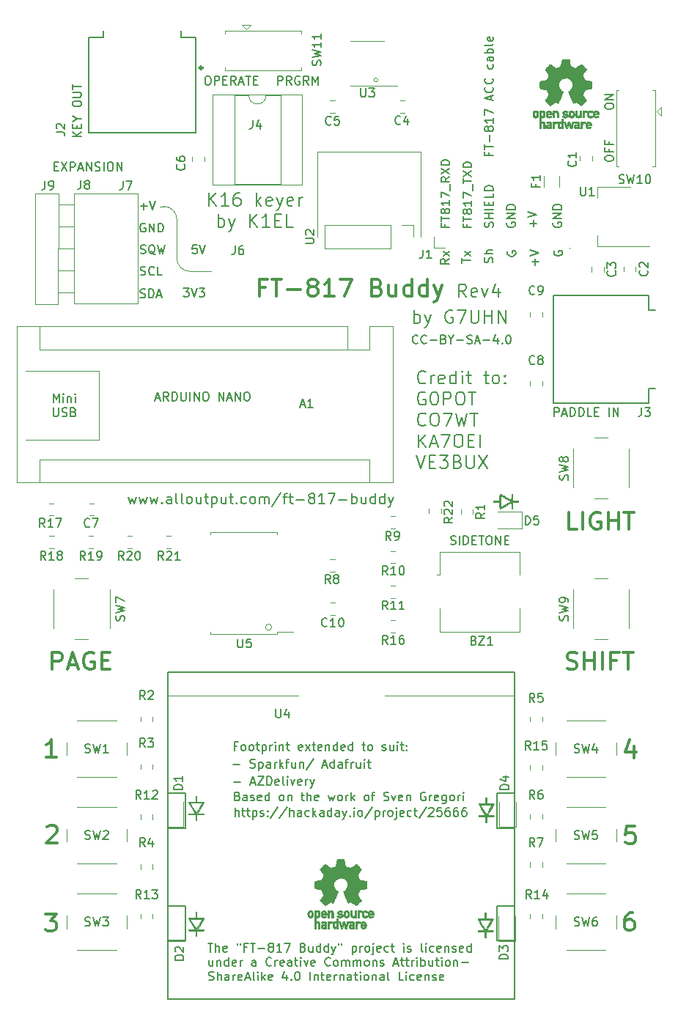
<source format=gbr>
%TF.GenerationSoftware,KiCad,Pcbnew,(5.1.6)-1*%
%TF.CreationDate,2021-02-27T16:06:52+00:00*%
%TF.ProjectId,FT817_buddy_v4,46543831-375f-4627-9564-64795f76342e,rev?*%
%TF.SameCoordinates,Original*%
%TF.FileFunction,Legend,Top*%
%TF.FilePolarity,Positive*%
%FSLAX46Y46*%
G04 Gerber Fmt 4.6, Leading zero omitted, Abs format (unit mm)*
G04 Created by KiCad (PCBNEW (5.1.6)-1) date 2021-02-27 16:06:52*
%MOMM*%
%LPD*%
G01*
G04 APERTURE LIST*
%ADD10C,0.150000*%
%ADD11C,0.120000*%
%ADD12C,0.300000*%
%ADD13C,0.200000*%
%ADD14C,0.127000*%
%ADD15C,0.010000*%
%ADD16C,0.340000*%
G04 APERTURE END LIST*
D10*
X192421428Y-52309523D02*
X192421428Y-51547619D01*
X192802380Y-51928571D02*
X192040476Y-51928571D01*
X191802380Y-51214285D02*
X192802380Y-50880952D01*
X191802380Y-50547619D01*
X194600000Y-50638095D02*
X194552380Y-50733333D01*
X194552380Y-50876190D01*
X194600000Y-51019047D01*
X194695238Y-51114285D01*
X194790476Y-51161904D01*
X194980952Y-51209523D01*
X195123809Y-51209523D01*
X195314285Y-51161904D01*
X195409523Y-51114285D01*
X195504761Y-51019047D01*
X195552380Y-50876190D01*
X195552380Y-50780952D01*
X195504761Y-50638095D01*
X195457142Y-50590476D01*
X195123809Y-50590476D01*
X195123809Y-50780952D01*
X189200000Y-50688095D02*
X189152380Y-50783333D01*
X189152380Y-50926190D01*
X189200000Y-51069047D01*
X189295238Y-51164285D01*
X189390476Y-51211904D01*
X189580952Y-51259523D01*
X189723809Y-51259523D01*
X189914285Y-51211904D01*
X190009523Y-51164285D01*
X190104761Y-51069047D01*
X190152380Y-50926190D01*
X190152380Y-50830952D01*
X190104761Y-50688095D01*
X190057142Y-50640476D01*
X189723809Y-50640476D01*
X189723809Y-50830952D01*
X187454761Y-51988095D02*
X187502380Y-51845238D01*
X187502380Y-51607142D01*
X187454761Y-51511904D01*
X187407142Y-51464285D01*
X187311904Y-51416666D01*
X187216666Y-51416666D01*
X187121428Y-51464285D01*
X187073809Y-51511904D01*
X187026190Y-51607142D01*
X186978571Y-51797619D01*
X186930952Y-51892857D01*
X186883333Y-51940476D01*
X186788095Y-51988095D01*
X186692857Y-51988095D01*
X186597619Y-51940476D01*
X186550000Y-51892857D01*
X186502380Y-51797619D01*
X186502380Y-51559523D01*
X186550000Y-51416666D01*
X187502380Y-50988095D02*
X186502380Y-50988095D01*
X187502380Y-50559523D02*
X186978571Y-50559523D01*
X186883333Y-50607142D01*
X186835714Y-50702380D01*
X186835714Y-50845238D01*
X186883333Y-50940476D01*
X186930952Y-50988095D01*
X183952380Y-52040476D02*
X183952380Y-51469047D01*
X184952380Y-51754761D02*
X183952380Y-51754761D01*
X184952380Y-51230952D02*
X184285714Y-50707142D01*
X184285714Y-51230952D02*
X184952380Y-50707142D01*
X182452380Y-51545238D02*
X181976190Y-51878571D01*
X182452380Y-52116666D02*
X181452380Y-52116666D01*
X181452380Y-51735714D01*
X181500000Y-51640476D01*
X181547619Y-51592857D01*
X181642857Y-51545238D01*
X181785714Y-51545238D01*
X181880952Y-51592857D01*
X181928571Y-51640476D01*
X181976190Y-51735714D01*
X181976190Y-52116666D01*
X182452380Y-51211904D02*
X181785714Y-50688095D01*
X181785714Y-51211904D02*
X182452380Y-50688095D01*
D11*
X146454000Y-44020000D02*
X139088000Y-44020000D01*
X146454000Y-56720000D02*
X146454000Y-44020000D01*
X139088000Y-56720000D02*
X146454000Y-56720000D01*
X139088000Y-44020000D02*
X139088000Y-56720000D01*
X137310000Y-55450000D02*
X139088000Y-55450000D01*
X137310000Y-52910000D02*
X139088000Y-52910000D01*
X137310000Y-50370000D02*
X139088000Y-50370000D01*
X137310000Y-47830000D02*
X139088000Y-47830000D01*
X137310000Y-45290000D02*
X139088000Y-45290000D01*
D12*
X203680952Y-127104761D02*
X203300000Y-127104761D01*
X203109523Y-127200000D01*
X203014285Y-127295238D01*
X202823809Y-127580952D01*
X202728571Y-127961904D01*
X202728571Y-128723809D01*
X202823809Y-128914285D01*
X202919047Y-129009523D01*
X203109523Y-129104761D01*
X203490476Y-129104761D01*
X203680952Y-129009523D01*
X203776190Y-128914285D01*
X203871428Y-128723809D01*
X203871428Y-128247619D01*
X203776190Y-128057142D01*
X203680952Y-127961904D01*
X203490476Y-127866666D01*
X203109523Y-127866666D01*
X202919047Y-127961904D01*
X202823809Y-128057142D01*
X202728571Y-128247619D01*
X203876190Y-117104761D02*
X202923809Y-117104761D01*
X202828571Y-118057142D01*
X202923809Y-117961904D01*
X203114285Y-117866666D01*
X203590476Y-117866666D01*
X203780952Y-117961904D01*
X203876190Y-118057142D01*
X203971428Y-118247619D01*
X203971428Y-118723809D01*
X203876190Y-118914285D01*
X203780952Y-119009523D01*
X203590476Y-119104761D01*
X203114285Y-119104761D01*
X202923809Y-119009523D01*
X202828571Y-118914285D01*
X203780952Y-107871428D02*
X203780952Y-109204761D01*
X203304761Y-107109523D02*
X202828571Y-108538095D01*
X204066666Y-108538095D01*
X135833333Y-127204761D02*
X137071428Y-127204761D01*
X136404761Y-127966666D01*
X136690476Y-127966666D01*
X136880952Y-128061904D01*
X136976190Y-128157142D01*
X137071428Y-128347619D01*
X137071428Y-128823809D01*
X136976190Y-129014285D01*
X136880952Y-129109523D01*
X136690476Y-129204761D01*
X136119047Y-129204761D01*
X135928571Y-129109523D01*
X135833333Y-129014285D01*
X136028571Y-117195238D02*
X136123809Y-117100000D01*
X136314285Y-117004761D01*
X136790476Y-117004761D01*
X136980952Y-117100000D01*
X137076190Y-117195238D01*
X137171428Y-117385714D01*
X137171428Y-117576190D01*
X137076190Y-117861904D01*
X135933333Y-119004761D01*
X137171428Y-119004761D01*
X137071428Y-109104761D02*
X135928571Y-109104761D01*
X136500000Y-109104761D02*
X136500000Y-107104761D01*
X136309523Y-107390476D01*
X136119047Y-107580952D01*
X135928571Y-107676190D01*
D10*
X178828571Y-61257142D02*
X178780952Y-61304761D01*
X178638095Y-61352380D01*
X178542857Y-61352380D01*
X178400000Y-61304761D01*
X178304761Y-61209523D01*
X178257142Y-61114285D01*
X178209523Y-60923809D01*
X178209523Y-60780952D01*
X178257142Y-60590476D01*
X178304761Y-60495238D01*
X178400000Y-60400000D01*
X178542857Y-60352380D01*
X178638095Y-60352380D01*
X178780952Y-60400000D01*
X178828571Y-60447619D01*
X179828571Y-61257142D02*
X179780952Y-61304761D01*
X179638095Y-61352380D01*
X179542857Y-61352380D01*
X179400000Y-61304761D01*
X179304761Y-61209523D01*
X179257142Y-61114285D01*
X179209523Y-60923809D01*
X179209523Y-60780952D01*
X179257142Y-60590476D01*
X179304761Y-60495238D01*
X179400000Y-60400000D01*
X179542857Y-60352380D01*
X179638095Y-60352380D01*
X179780952Y-60400000D01*
X179828571Y-60447619D01*
X180257142Y-60971428D02*
X181019047Y-60971428D01*
X181828571Y-60828571D02*
X181971428Y-60876190D01*
X182019047Y-60923809D01*
X182066666Y-61019047D01*
X182066666Y-61161904D01*
X182019047Y-61257142D01*
X181971428Y-61304761D01*
X181876190Y-61352380D01*
X181495238Y-61352380D01*
X181495238Y-60352380D01*
X181828571Y-60352380D01*
X181923809Y-60400000D01*
X181971428Y-60447619D01*
X182019047Y-60542857D01*
X182019047Y-60638095D01*
X181971428Y-60733333D01*
X181923809Y-60780952D01*
X181828571Y-60828571D01*
X181495238Y-60828571D01*
X182685714Y-60876190D02*
X182685714Y-61352380D01*
X182352380Y-60352380D02*
X182685714Y-60876190D01*
X183019047Y-60352380D01*
X183352380Y-60971428D02*
X184114285Y-60971428D01*
X184542857Y-61304761D02*
X184685714Y-61352380D01*
X184923809Y-61352380D01*
X185019047Y-61304761D01*
X185066666Y-61257142D01*
X185114285Y-61161904D01*
X185114285Y-61066666D01*
X185066666Y-60971428D01*
X185019047Y-60923809D01*
X184923809Y-60876190D01*
X184733333Y-60828571D01*
X184638095Y-60780952D01*
X184590476Y-60733333D01*
X184542857Y-60638095D01*
X184542857Y-60542857D01*
X184590476Y-60447619D01*
X184638095Y-60400000D01*
X184733333Y-60352380D01*
X184971428Y-60352380D01*
X185114285Y-60400000D01*
X185495238Y-61066666D02*
X185971428Y-61066666D01*
X185400000Y-61352380D02*
X185733333Y-60352380D01*
X186066666Y-61352380D01*
X186400000Y-60971428D02*
X187161904Y-60971428D01*
X188066666Y-60685714D02*
X188066666Y-61352380D01*
X187828571Y-60304761D02*
X187590476Y-61019047D01*
X188209523Y-61019047D01*
X188590476Y-61257142D02*
X188638095Y-61304761D01*
X188590476Y-61352380D01*
X188542857Y-61304761D01*
X188590476Y-61257142D01*
X188590476Y-61352380D01*
X189257142Y-60352380D02*
X189352380Y-60352380D01*
X189447619Y-60400000D01*
X189495238Y-60447619D01*
X189542857Y-60542857D01*
X189590476Y-60733333D01*
X189590476Y-60971428D01*
X189542857Y-61161904D01*
X189495238Y-61257142D01*
X189447619Y-61304761D01*
X189352380Y-61352380D01*
X189257142Y-61352380D01*
X189161904Y-61304761D01*
X189114285Y-61257142D01*
X189066666Y-61161904D01*
X189019047Y-60971428D01*
X189019047Y-60733333D01*
X189066666Y-60542857D01*
X189114285Y-60447619D01*
X189161904Y-60400000D01*
X189257142Y-60352380D01*
D11*
X152500000Y-53000000D02*
X155000000Y-53000000D01*
X149500000Y-45500000D02*
X149000000Y-45500000D01*
X149500000Y-45500000D02*
G75*
G02*
X151000000Y-47000000I0J-1500000D01*
G01*
X152500000Y-53000000D02*
G75*
G02*
X151000000Y-51500000I0J1500000D01*
G01*
X151000000Y-47000000D02*
X151000000Y-51500000D01*
D10*
X146785714Y-56004761D02*
X146928571Y-56052380D01*
X147166666Y-56052380D01*
X147261904Y-56004761D01*
X147309523Y-55957142D01*
X147357142Y-55861904D01*
X147357142Y-55766666D01*
X147309523Y-55671428D01*
X147261904Y-55623809D01*
X147166666Y-55576190D01*
X146976190Y-55528571D01*
X146880952Y-55480952D01*
X146833333Y-55433333D01*
X146785714Y-55338095D01*
X146785714Y-55242857D01*
X146833333Y-55147619D01*
X146880952Y-55100000D01*
X146976190Y-55052380D01*
X147214285Y-55052380D01*
X147357142Y-55100000D01*
X147785714Y-56052380D02*
X147785714Y-55052380D01*
X148023809Y-55052380D01*
X148166666Y-55100000D01*
X148261904Y-55195238D01*
X148309523Y-55290476D01*
X148357142Y-55480952D01*
X148357142Y-55623809D01*
X148309523Y-55814285D01*
X148261904Y-55909523D01*
X148166666Y-56004761D01*
X148023809Y-56052380D01*
X147785714Y-56052380D01*
X148738095Y-55766666D02*
X149214285Y-55766666D01*
X148642857Y-56052380D02*
X148976190Y-55052380D01*
X149309523Y-56052380D01*
X146809523Y-53404761D02*
X146952380Y-53452380D01*
X147190476Y-53452380D01*
X147285714Y-53404761D01*
X147333333Y-53357142D01*
X147380952Y-53261904D01*
X147380952Y-53166666D01*
X147333333Y-53071428D01*
X147285714Y-53023809D01*
X147190476Y-52976190D01*
X147000000Y-52928571D01*
X146904761Y-52880952D01*
X146857142Y-52833333D01*
X146809523Y-52738095D01*
X146809523Y-52642857D01*
X146857142Y-52547619D01*
X146904761Y-52500000D01*
X147000000Y-52452380D01*
X147238095Y-52452380D01*
X147380952Y-52500000D01*
X148380952Y-53357142D02*
X148333333Y-53404761D01*
X148190476Y-53452380D01*
X148095238Y-53452380D01*
X147952380Y-53404761D01*
X147857142Y-53309523D01*
X147809523Y-53214285D01*
X147761904Y-53023809D01*
X147761904Y-52880952D01*
X147809523Y-52690476D01*
X147857142Y-52595238D01*
X147952380Y-52500000D01*
X148095238Y-52452380D01*
X148190476Y-52452380D01*
X148333333Y-52500000D01*
X148380952Y-52547619D01*
X149285714Y-53452380D02*
X148809523Y-53452380D01*
X148809523Y-52452380D01*
X146819047Y-50904761D02*
X146961904Y-50952380D01*
X147200000Y-50952380D01*
X147295238Y-50904761D01*
X147342857Y-50857142D01*
X147390476Y-50761904D01*
X147390476Y-50666666D01*
X147342857Y-50571428D01*
X147295238Y-50523809D01*
X147200000Y-50476190D01*
X147009523Y-50428571D01*
X146914285Y-50380952D01*
X146866666Y-50333333D01*
X146819047Y-50238095D01*
X146819047Y-50142857D01*
X146866666Y-50047619D01*
X146914285Y-50000000D01*
X147009523Y-49952380D01*
X147247619Y-49952380D01*
X147390476Y-50000000D01*
X148485714Y-51047619D02*
X148390476Y-51000000D01*
X148295238Y-50904761D01*
X148152380Y-50761904D01*
X148057142Y-50714285D01*
X147961904Y-50714285D01*
X148009523Y-50952380D02*
X147914285Y-50904761D01*
X147819047Y-50809523D01*
X147771428Y-50619047D01*
X147771428Y-50285714D01*
X147819047Y-50095238D01*
X147914285Y-50000000D01*
X148009523Y-49952380D01*
X148200000Y-49952380D01*
X148295238Y-50000000D01*
X148390476Y-50095238D01*
X148438095Y-50285714D01*
X148438095Y-50619047D01*
X148390476Y-50809523D01*
X148295238Y-50904761D01*
X148200000Y-50952380D01*
X148009523Y-50952380D01*
X148771428Y-49952380D02*
X149009523Y-50952380D01*
X149200000Y-50238095D01*
X149390476Y-50952380D01*
X149628571Y-49952380D01*
X146790476Y-45471428D02*
X147552380Y-45471428D01*
X147171428Y-45852380D02*
X147171428Y-45090476D01*
X147885714Y-44852380D02*
X148219047Y-45852380D01*
X148552380Y-44852380D01*
X147338095Y-47500000D02*
X147242857Y-47452380D01*
X147100000Y-47452380D01*
X146957142Y-47500000D01*
X146861904Y-47595238D01*
X146814285Y-47690476D01*
X146766666Y-47880952D01*
X146766666Y-48023809D01*
X146814285Y-48214285D01*
X146861904Y-48309523D01*
X146957142Y-48404761D01*
X147100000Y-48452380D01*
X147195238Y-48452380D01*
X147338095Y-48404761D01*
X147385714Y-48357142D01*
X147385714Y-48023809D01*
X147195238Y-48023809D01*
X147814285Y-48452380D02*
X147814285Y-47452380D01*
X148385714Y-48452380D01*
X148385714Y-47452380D01*
X148861904Y-48452380D02*
X148861904Y-47452380D01*
X149100000Y-47452380D01*
X149242857Y-47500000D01*
X149338095Y-47595238D01*
X149385714Y-47690476D01*
X149433333Y-47880952D01*
X149433333Y-48023809D01*
X149385714Y-48214285D01*
X149338095Y-48309523D01*
X149242857Y-48404761D01*
X149100000Y-48452380D01*
X148861904Y-48452380D01*
X136845238Y-40878571D02*
X137178571Y-40878571D01*
X137321428Y-41402380D02*
X136845238Y-41402380D01*
X136845238Y-40402380D01*
X137321428Y-40402380D01*
X137654761Y-40402380D02*
X138321428Y-41402380D01*
X138321428Y-40402380D02*
X137654761Y-41402380D01*
X138702380Y-41402380D02*
X138702380Y-40402380D01*
X139083333Y-40402380D01*
X139178571Y-40450000D01*
X139226190Y-40497619D01*
X139273809Y-40592857D01*
X139273809Y-40735714D01*
X139226190Y-40830952D01*
X139178571Y-40878571D01*
X139083333Y-40926190D01*
X138702380Y-40926190D01*
X139654761Y-41116666D02*
X140130952Y-41116666D01*
X139559523Y-41402380D02*
X139892857Y-40402380D01*
X140226190Y-41402380D01*
X140559523Y-41402380D02*
X140559523Y-40402380D01*
X141130952Y-41402380D01*
X141130952Y-40402380D01*
X141559523Y-41354761D02*
X141702380Y-41402380D01*
X141940476Y-41402380D01*
X142035714Y-41354761D01*
X142083333Y-41307142D01*
X142130952Y-41211904D01*
X142130952Y-41116666D01*
X142083333Y-41021428D01*
X142035714Y-40973809D01*
X141940476Y-40926190D01*
X141750000Y-40878571D01*
X141654761Y-40830952D01*
X141607142Y-40783333D01*
X141559523Y-40688095D01*
X141559523Y-40592857D01*
X141607142Y-40497619D01*
X141654761Y-40450000D01*
X141750000Y-40402380D01*
X141988095Y-40402380D01*
X142130952Y-40450000D01*
X142559523Y-41402380D02*
X142559523Y-40402380D01*
X143226190Y-40402380D02*
X143416666Y-40402380D01*
X143511904Y-40450000D01*
X143607142Y-40545238D01*
X143654761Y-40735714D01*
X143654761Y-41069047D01*
X143607142Y-41259523D01*
X143511904Y-41354761D01*
X143416666Y-41402380D01*
X143226190Y-41402380D01*
X143130952Y-41354761D01*
X143035714Y-41259523D01*
X142988095Y-41069047D01*
X142988095Y-40735714D01*
X143035714Y-40545238D01*
X143130952Y-40450000D01*
X143226190Y-40402380D01*
X144083333Y-41402380D02*
X144083333Y-40402380D01*
X144654761Y-41402380D01*
X144654761Y-40402380D01*
X153309523Y-49952380D02*
X152833333Y-49952380D01*
X152785714Y-50428571D01*
X152833333Y-50380952D01*
X152928571Y-50333333D01*
X153166666Y-50333333D01*
X153261904Y-50380952D01*
X153309523Y-50428571D01*
X153357142Y-50523809D01*
X153357142Y-50761904D01*
X153309523Y-50857142D01*
X153261904Y-50904761D01*
X153166666Y-50952380D01*
X152928571Y-50952380D01*
X152833333Y-50904761D01*
X152785714Y-50857142D01*
X153642857Y-49952380D02*
X153976190Y-50952380D01*
X154309523Y-49952380D01*
X151761904Y-54952380D02*
X152380952Y-54952380D01*
X152047619Y-55333333D01*
X152190476Y-55333333D01*
X152285714Y-55380952D01*
X152333333Y-55428571D01*
X152380952Y-55523809D01*
X152380952Y-55761904D01*
X152333333Y-55857142D01*
X152285714Y-55904761D01*
X152190476Y-55952380D01*
X151904761Y-55952380D01*
X151809523Y-55904761D01*
X151761904Y-55857142D01*
X152666666Y-54952380D02*
X153000000Y-55952380D01*
X153333333Y-54952380D01*
X153571428Y-54952380D02*
X154190476Y-54952380D01*
X153857142Y-55333333D01*
X154000000Y-55333333D01*
X154095238Y-55380952D01*
X154142857Y-55428571D01*
X154190476Y-55523809D01*
X154190476Y-55761904D01*
X154142857Y-55857142D01*
X154095238Y-55904761D01*
X154000000Y-55952380D01*
X153714285Y-55952380D01*
X153619047Y-55904761D01*
X153571428Y-55857142D01*
X182642857Y-84504761D02*
X182785714Y-84552380D01*
X183023809Y-84552380D01*
X183119047Y-84504761D01*
X183166666Y-84457142D01*
X183214285Y-84361904D01*
X183214285Y-84266666D01*
X183166666Y-84171428D01*
X183119047Y-84123809D01*
X183023809Y-84076190D01*
X182833333Y-84028571D01*
X182738095Y-83980952D01*
X182690476Y-83933333D01*
X182642857Y-83838095D01*
X182642857Y-83742857D01*
X182690476Y-83647619D01*
X182738095Y-83600000D01*
X182833333Y-83552380D01*
X183071428Y-83552380D01*
X183214285Y-83600000D01*
X183642857Y-84552380D02*
X183642857Y-83552380D01*
X184119047Y-84552380D02*
X184119047Y-83552380D01*
X184357142Y-83552380D01*
X184500000Y-83600000D01*
X184595238Y-83695238D01*
X184642857Y-83790476D01*
X184690476Y-83980952D01*
X184690476Y-84123809D01*
X184642857Y-84314285D01*
X184595238Y-84409523D01*
X184500000Y-84504761D01*
X184357142Y-84552380D01*
X184119047Y-84552380D01*
X185119047Y-84028571D02*
X185452380Y-84028571D01*
X185595238Y-84552380D02*
X185119047Y-84552380D01*
X185119047Y-83552380D01*
X185595238Y-83552380D01*
X185880952Y-83552380D02*
X186452380Y-83552380D01*
X186166666Y-84552380D02*
X186166666Y-83552380D01*
X186976190Y-83552380D02*
X187166666Y-83552380D01*
X187261904Y-83600000D01*
X187357142Y-83695238D01*
X187404761Y-83885714D01*
X187404761Y-84219047D01*
X187357142Y-84409523D01*
X187261904Y-84504761D01*
X187166666Y-84552380D01*
X186976190Y-84552380D01*
X186880952Y-84504761D01*
X186785714Y-84409523D01*
X186738095Y-84219047D01*
X186738095Y-83885714D01*
X186785714Y-83695238D01*
X186880952Y-83600000D01*
X186976190Y-83552380D01*
X187833333Y-84552380D02*
X187833333Y-83552380D01*
X188404761Y-84552380D01*
X188404761Y-83552380D01*
X188880952Y-84028571D02*
X189214285Y-84028571D01*
X189357142Y-84552380D02*
X188880952Y-84552380D01*
X188880952Y-83552380D01*
X189357142Y-83552380D01*
D12*
X161190476Y-54857142D02*
X160523809Y-54857142D01*
X160523809Y-55904761D02*
X160523809Y-53904761D01*
X161476190Y-53904761D01*
X161952380Y-53904761D02*
X163095238Y-53904761D01*
X162523809Y-55904761D02*
X162523809Y-53904761D01*
X163761904Y-55142857D02*
X165285714Y-55142857D01*
X166523809Y-54761904D02*
X166333333Y-54666666D01*
X166238095Y-54571428D01*
X166142857Y-54380952D01*
X166142857Y-54285714D01*
X166238095Y-54095238D01*
X166333333Y-54000000D01*
X166523809Y-53904761D01*
X166904761Y-53904761D01*
X167095238Y-54000000D01*
X167190476Y-54095238D01*
X167285714Y-54285714D01*
X167285714Y-54380952D01*
X167190476Y-54571428D01*
X167095238Y-54666666D01*
X166904761Y-54761904D01*
X166523809Y-54761904D01*
X166333333Y-54857142D01*
X166238095Y-54952380D01*
X166142857Y-55142857D01*
X166142857Y-55523809D01*
X166238095Y-55714285D01*
X166333333Y-55809523D01*
X166523809Y-55904761D01*
X166904761Y-55904761D01*
X167095238Y-55809523D01*
X167190476Y-55714285D01*
X167285714Y-55523809D01*
X167285714Y-55142857D01*
X167190476Y-54952380D01*
X167095238Y-54857142D01*
X166904761Y-54761904D01*
X169190476Y-55904761D02*
X168047619Y-55904761D01*
X168619047Y-55904761D02*
X168619047Y-53904761D01*
X168428571Y-54190476D01*
X168238095Y-54380952D01*
X168047619Y-54476190D01*
X169857142Y-53904761D02*
X171190476Y-53904761D01*
X170333333Y-55904761D01*
X174142857Y-54857142D02*
X174428571Y-54952380D01*
X174523809Y-55047619D01*
X174619047Y-55238095D01*
X174619047Y-55523809D01*
X174523809Y-55714285D01*
X174428571Y-55809523D01*
X174238095Y-55904761D01*
X173476190Y-55904761D01*
X173476190Y-53904761D01*
X174142857Y-53904761D01*
X174333333Y-54000000D01*
X174428571Y-54095238D01*
X174523809Y-54285714D01*
X174523809Y-54476190D01*
X174428571Y-54666666D01*
X174333333Y-54761904D01*
X174142857Y-54857142D01*
X173476190Y-54857142D01*
X176333333Y-54571428D02*
X176333333Y-55904761D01*
X175476190Y-54571428D02*
X175476190Y-55619047D01*
X175571428Y-55809523D01*
X175761904Y-55904761D01*
X176047619Y-55904761D01*
X176238095Y-55809523D01*
X176333333Y-55714285D01*
X178142857Y-55904761D02*
X178142857Y-53904761D01*
X178142857Y-55809523D02*
X177952380Y-55904761D01*
X177571428Y-55904761D01*
X177380952Y-55809523D01*
X177285714Y-55714285D01*
X177190476Y-55523809D01*
X177190476Y-54952380D01*
X177285714Y-54761904D01*
X177380952Y-54666666D01*
X177571428Y-54571428D01*
X177952380Y-54571428D01*
X178142857Y-54666666D01*
X179952380Y-55904761D02*
X179952380Y-53904761D01*
X179952380Y-55809523D02*
X179761904Y-55904761D01*
X179380952Y-55904761D01*
X179190476Y-55809523D01*
X179095238Y-55714285D01*
X179000000Y-55523809D01*
X179000000Y-54952380D01*
X179095238Y-54761904D01*
X179190476Y-54666666D01*
X179380952Y-54571428D01*
X179761904Y-54571428D01*
X179952380Y-54666666D01*
X180714285Y-54571428D02*
X181190476Y-55904761D01*
X181666666Y-54571428D02*
X181190476Y-55904761D01*
X181000000Y-56380952D01*
X180904761Y-56476190D01*
X180714285Y-56571428D01*
D10*
X192171428Y-47859523D02*
X192171428Y-47097619D01*
X192552380Y-47478571D02*
X191790476Y-47478571D01*
X191552380Y-46764285D02*
X192552380Y-46430952D01*
X191552380Y-46097619D01*
X187028571Y-39300000D02*
X187028571Y-39633333D01*
X187552380Y-39633333D02*
X186552380Y-39633333D01*
X186552380Y-39157142D01*
X186552380Y-38919047D02*
X186552380Y-38347619D01*
X187552380Y-38633333D02*
X186552380Y-38633333D01*
X187171428Y-38014285D02*
X187171428Y-37252380D01*
X186980952Y-36633333D02*
X186933333Y-36728571D01*
X186885714Y-36776190D01*
X186790476Y-36823809D01*
X186742857Y-36823809D01*
X186647619Y-36776190D01*
X186600000Y-36728571D01*
X186552380Y-36633333D01*
X186552380Y-36442857D01*
X186600000Y-36347619D01*
X186647619Y-36300000D01*
X186742857Y-36252380D01*
X186790476Y-36252380D01*
X186885714Y-36300000D01*
X186933333Y-36347619D01*
X186980952Y-36442857D01*
X186980952Y-36633333D01*
X187028571Y-36728571D01*
X187076190Y-36776190D01*
X187171428Y-36823809D01*
X187361904Y-36823809D01*
X187457142Y-36776190D01*
X187504761Y-36728571D01*
X187552380Y-36633333D01*
X187552380Y-36442857D01*
X187504761Y-36347619D01*
X187457142Y-36300000D01*
X187361904Y-36252380D01*
X187171428Y-36252380D01*
X187076190Y-36300000D01*
X187028571Y-36347619D01*
X186980952Y-36442857D01*
X187552380Y-35300000D02*
X187552380Y-35871428D01*
X187552380Y-35585714D02*
X186552380Y-35585714D01*
X186695238Y-35680952D01*
X186790476Y-35776190D01*
X186838095Y-35871428D01*
X186552380Y-34966666D02*
X186552380Y-34300000D01*
X187552380Y-34728571D01*
X187266666Y-33204761D02*
X187266666Y-32728571D01*
X187552380Y-33300000D02*
X186552380Y-32966666D01*
X187552380Y-32633333D01*
X187457142Y-31728571D02*
X187504761Y-31776190D01*
X187552380Y-31919047D01*
X187552380Y-32014285D01*
X187504761Y-32157142D01*
X187409523Y-32252380D01*
X187314285Y-32300000D01*
X187123809Y-32347619D01*
X186980952Y-32347619D01*
X186790476Y-32300000D01*
X186695238Y-32252380D01*
X186600000Y-32157142D01*
X186552380Y-32014285D01*
X186552380Y-31919047D01*
X186600000Y-31776190D01*
X186647619Y-31728571D01*
X187457142Y-30728571D02*
X187504761Y-30776190D01*
X187552380Y-30919047D01*
X187552380Y-31014285D01*
X187504761Y-31157142D01*
X187409523Y-31252380D01*
X187314285Y-31300000D01*
X187123809Y-31347619D01*
X186980952Y-31347619D01*
X186790476Y-31300000D01*
X186695238Y-31252380D01*
X186600000Y-31157142D01*
X186552380Y-31014285D01*
X186552380Y-30919047D01*
X186600000Y-30776190D01*
X186647619Y-30728571D01*
X187504761Y-29109523D02*
X187552380Y-29204761D01*
X187552380Y-29395238D01*
X187504761Y-29490476D01*
X187457142Y-29538095D01*
X187361904Y-29585714D01*
X187076190Y-29585714D01*
X186980952Y-29538095D01*
X186933333Y-29490476D01*
X186885714Y-29395238D01*
X186885714Y-29204761D01*
X186933333Y-29109523D01*
X187552380Y-28252380D02*
X187028571Y-28252380D01*
X186933333Y-28300000D01*
X186885714Y-28395238D01*
X186885714Y-28585714D01*
X186933333Y-28680952D01*
X187504761Y-28252380D02*
X187552380Y-28347619D01*
X187552380Y-28585714D01*
X187504761Y-28680952D01*
X187409523Y-28728571D01*
X187314285Y-28728571D01*
X187219047Y-28680952D01*
X187171428Y-28585714D01*
X187171428Y-28347619D01*
X187123809Y-28252380D01*
X187552380Y-27776190D02*
X186552380Y-27776190D01*
X186933333Y-27776190D02*
X186885714Y-27680952D01*
X186885714Y-27490476D01*
X186933333Y-27395238D01*
X186980952Y-27347619D01*
X187076190Y-27300000D01*
X187361904Y-27300000D01*
X187457142Y-27347619D01*
X187504761Y-27395238D01*
X187552380Y-27490476D01*
X187552380Y-27680952D01*
X187504761Y-27776190D01*
X187552380Y-26728571D02*
X187504761Y-26823809D01*
X187409523Y-26871428D01*
X186552380Y-26871428D01*
X187504761Y-25966666D02*
X187552380Y-26061904D01*
X187552380Y-26252380D01*
X187504761Y-26347619D01*
X187409523Y-26395238D01*
X187028571Y-26395238D01*
X186933333Y-26347619D01*
X186885714Y-26252380D01*
X186885714Y-26061904D01*
X186933333Y-25966666D01*
X187028571Y-25919047D01*
X187123809Y-25919047D01*
X187219047Y-26395238D01*
X145385714Y-79042857D02*
X145614285Y-79842857D01*
X145842857Y-79271428D01*
X146071428Y-79842857D01*
X146300000Y-79042857D01*
X146642857Y-79042857D02*
X146871428Y-79842857D01*
X147100000Y-79271428D01*
X147328571Y-79842857D01*
X147557142Y-79042857D01*
X147900000Y-79042857D02*
X148128571Y-79842857D01*
X148357142Y-79271428D01*
X148585714Y-79842857D01*
X148814285Y-79042857D01*
X149271428Y-79728571D02*
X149328571Y-79785714D01*
X149271428Y-79842857D01*
X149214285Y-79785714D01*
X149271428Y-79728571D01*
X149271428Y-79842857D01*
X150357142Y-79842857D02*
X150357142Y-79214285D01*
X150300000Y-79100000D01*
X150185714Y-79042857D01*
X149957142Y-79042857D01*
X149842857Y-79100000D01*
X150357142Y-79785714D02*
X150242857Y-79842857D01*
X149957142Y-79842857D01*
X149842857Y-79785714D01*
X149785714Y-79671428D01*
X149785714Y-79557142D01*
X149842857Y-79442857D01*
X149957142Y-79385714D01*
X150242857Y-79385714D01*
X150357142Y-79328571D01*
X151100000Y-79842857D02*
X150985714Y-79785714D01*
X150928571Y-79671428D01*
X150928571Y-78642857D01*
X151728571Y-79842857D02*
X151614285Y-79785714D01*
X151557142Y-79671428D01*
X151557142Y-78642857D01*
X152357142Y-79842857D02*
X152242857Y-79785714D01*
X152185714Y-79728571D01*
X152128571Y-79614285D01*
X152128571Y-79271428D01*
X152185714Y-79157142D01*
X152242857Y-79100000D01*
X152357142Y-79042857D01*
X152528571Y-79042857D01*
X152642857Y-79100000D01*
X152700000Y-79157142D01*
X152757142Y-79271428D01*
X152757142Y-79614285D01*
X152700000Y-79728571D01*
X152642857Y-79785714D01*
X152528571Y-79842857D01*
X152357142Y-79842857D01*
X153785714Y-79042857D02*
X153785714Y-79842857D01*
X153271428Y-79042857D02*
X153271428Y-79671428D01*
X153328571Y-79785714D01*
X153442857Y-79842857D01*
X153614285Y-79842857D01*
X153728571Y-79785714D01*
X153785714Y-79728571D01*
X154185714Y-79042857D02*
X154642857Y-79042857D01*
X154357142Y-78642857D02*
X154357142Y-79671428D01*
X154414285Y-79785714D01*
X154528571Y-79842857D01*
X154642857Y-79842857D01*
X155042857Y-79042857D02*
X155042857Y-80242857D01*
X155042857Y-79100000D02*
X155157142Y-79042857D01*
X155385714Y-79042857D01*
X155500000Y-79100000D01*
X155557142Y-79157142D01*
X155614285Y-79271428D01*
X155614285Y-79614285D01*
X155557142Y-79728571D01*
X155500000Y-79785714D01*
X155385714Y-79842857D01*
X155157142Y-79842857D01*
X155042857Y-79785714D01*
X156642857Y-79042857D02*
X156642857Y-79842857D01*
X156128571Y-79042857D02*
X156128571Y-79671428D01*
X156185714Y-79785714D01*
X156299999Y-79842857D01*
X156471428Y-79842857D01*
X156585714Y-79785714D01*
X156642857Y-79728571D01*
X157042857Y-79042857D02*
X157499999Y-79042857D01*
X157214285Y-78642857D02*
X157214285Y-79671428D01*
X157271428Y-79785714D01*
X157385714Y-79842857D01*
X157499999Y-79842857D01*
X157899999Y-79728571D02*
X157957142Y-79785714D01*
X157899999Y-79842857D01*
X157842857Y-79785714D01*
X157899999Y-79728571D01*
X157899999Y-79842857D01*
X158985714Y-79785714D02*
X158871428Y-79842857D01*
X158642857Y-79842857D01*
X158528571Y-79785714D01*
X158471428Y-79728571D01*
X158414285Y-79614285D01*
X158414285Y-79271428D01*
X158471428Y-79157142D01*
X158528571Y-79100000D01*
X158642857Y-79042857D01*
X158871428Y-79042857D01*
X158985714Y-79100000D01*
X159671428Y-79842857D02*
X159557142Y-79785714D01*
X159499999Y-79728571D01*
X159442857Y-79614285D01*
X159442857Y-79271428D01*
X159499999Y-79157142D01*
X159557142Y-79100000D01*
X159671428Y-79042857D01*
X159842857Y-79042857D01*
X159957142Y-79100000D01*
X160014285Y-79157142D01*
X160071428Y-79271428D01*
X160071428Y-79614285D01*
X160014285Y-79728571D01*
X159957142Y-79785714D01*
X159842857Y-79842857D01*
X159671428Y-79842857D01*
X160585714Y-79842857D02*
X160585714Y-79042857D01*
X160585714Y-79157142D02*
X160642857Y-79100000D01*
X160757142Y-79042857D01*
X160928571Y-79042857D01*
X161042857Y-79100000D01*
X161099999Y-79214285D01*
X161099999Y-79842857D01*
X161099999Y-79214285D02*
X161157142Y-79100000D01*
X161271428Y-79042857D01*
X161442857Y-79042857D01*
X161557142Y-79100000D01*
X161614285Y-79214285D01*
X161614285Y-79842857D01*
X163042857Y-78585714D02*
X162014285Y-80128571D01*
X163271428Y-79042857D02*
X163728571Y-79042857D01*
X163442857Y-79842857D02*
X163442857Y-78814285D01*
X163499999Y-78700000D01*
X163614285Y-78642857D01*
X163728571Y-78642857D01*
X163957142Y-79042857D02*
X164414285Y-79042857D01*
X164128571Y-78642857D02*
X164128571Y-79671428D01*
X164185714Y-79785714D01*
X164300000Y-79842857D01*
X164414285Y-79842857D01*
X164814285Y-79385714D02*
X165728571Y-79385714D01*
X166471428Y-79157142D02*
X166357142Y-79100000D01*
X166300000Y-79042857D01*
X166242857Y-78928571D01*
X166242857Y-78871428D01*
X166300000Y-78757142D01*
X166357142Y-78700000D01*
X166471428Y-78642857D01*
X166700000Y-78642857D01*
X166814285Y-78700000D01*
X166871428Y-78757142D01*
X166928571Y-78871428D01*
X166928571Y-78928571D01*
X166871428Y-79042857D01*
X166814285Y-79100000D01*
X166700000Y-79157142D01*
X166471428Y-79157142D01*
X166357142Y-79214285D01*
X166300000Y-79271428D01*
X166242857Y-79385714D01*
X166242857Y-79614285D01*
X166300000Y-79728571D01*
X166357142Y-79785714D01*
X166471428Y-79842857D01*
X166700000Y-79842857D01*
X166814285Y-79785714D01*
X166871428Y-79728571D01*
X166928571Y-79614285D01*
X166928571Y-79385714D01*
X166871428Y-79271428D01*
X166814285Y-79214285D01*
X166700000Y-79157142D01*
X168071428Y-79842857D02*
X167385714Y-79842857D01*
X167728571Y-79842857D02*
X167728571Y-78642857D01*
X167614285Y-78814285D01*
X167500000Y-78928571D01*
X167385714Y-78985714D01*
X168471428Y-78642857D02*
X169271428Y-78642857D01*
X168757142Y-79842857D01*
X169728571Y-79385714D02*
X170642857Y-79385714D01*
X171214285Y-79842857D02*
X171214285Y-78642857D01*
X171214285Y-79100000D02*
X171328571Y-79042857D01*
X171557142Y-79042857D01*
X171671428Y-79100000D01*
X171728571Y-79157142D01*
X171785714Y-79271428D01*
X171785714Y-79614285D01*
X171728571Y-79728571D01*
X171671428Y-79785714D01*
X171557142Y-79842857D01*
X171328571Y-79842857D01*
X171214285Y-79785714D01*
X172814285Y-79042857D02*
X172814285Y-79842857D01*
X172300000Y-79042857D02*
X172300000Y-79671428D01*
X172357142Y-79785714D01*
X172471428Y-79842857D01*
X172642857Y-79842857D01*
X172757142Y-79785714D01*
X172814285Y-79728571D01*
X173900000Y-79842857D02*
X173900000Y-78642857D01*
X173900000Y-79785714D02*
X173785714Y-79842857D01*
X173557142Y-79842857D01*
X173442857Y-79785714D01*
X173385714Y-79728571D01*
X173328571Y-79614285D01*
X173328571Y-79271428D01*
X173385714Y-79157142D01*
X173442857Y-79100000D01*
X173557142Y-79042857D01*
X173785714Y-79042857D01*
X173900000Y-79100000D01*
X174985714Y-79842857D02*
X174985714Y-78642857D01*
X174985714Y-79785714D02*
X174871428Y-79842857D01*
X174642857Y-79842857D01*
X174528571Y-79785714D01*
X174471428Y-79728571D01*
X174414285Y-79614285D01*
X174414285Y-79271428D01*
X174471428Y-79157142D01*
X174528571Y-79100000D01*
X174642857Y-79042857D01*
X174871428Y-79042857D01*
X174985714Y-79100000D01*
X175442857Y-79042857D02*
X175728571Y-79842857D01*
X176014285Y-79042857D02*
X175728571Y-79842857D01*
X175614285Y-80128571D01*
X175557142Y-80185714D01*
X175442857Y-80242857D01*
X154592738Y-130602380D02*
X155164166Y-130602380D01*
X154878452Y-131602380D02*
X154878452Y-130602380D01*
X155497500Y-131602380D02*
X155497500Y-130602380D01*
X155926071Y-131602380D02*
X155926071Y-131078571D01*
X155878452Y-130983333D01*
X155783214Y-130935714D01*
X155640357Y-130935714D01*
X155545119Y-130983333D01*
X155497500Y-131030952D01*
X156783214Y-131554761D02*
X156687976Y-131602380D01*
X156497500Y-131602380D01*
X156402261Y-131554761D01*
X156354642Y-131459523D01*
X156354642Y-131078571D01*
X156402261Y-130983333D01*
X156497500Y-130935714D01*
X156687976Y-130935714D01*
X156783214Y-130983333D01*
X156830833Y-131078571D01*
X156830833Y-131173809D01*
X156354642Y-131269047D01*
X157973690Y-130602380D02*
X157973690Y-130792857D01*
X158354642Y-130602380D02*
X158354642Y-130792857D01*
X159116547Y-131078571D02*
X158783214Y-131078571D01*
X158783214Y-131602380D02*
X158783214Y-130602380D01*
X159259404Y-130602380D01*
X159497500Y-130602380D02*
X160068928Y-130602380D01*
X159783214Y-131602380D02*
X159783214Y-130602380D01*
X160402261Y-131221428D02*
X161164166Y-131221428D01*
X161783214Y-131030952D02*
X161687976Y-130983333D01*
X161640357Y-130935714D01*
X161592738Y-130840476D01*
X161592738Y-130792857D01*
X161640357Y-130697619D01*
X161687976Y-130650000D01*
X161783214Y-130602380D01*
X161973690Y-130602380D01*
X162068928Y-130650000D01*
X162116547Y-130697619D01*
X162164166Y-130792857D01*
X162164166Y-130840476D01*
X162116547Y-130935714D01*
X162068928Y-130983333D01*
X161973690Y-131030952D01*
X161783214Y-131030952D01*
X161687976Y-131078571D01*
X161640357Y-131126190D01*
X161592738Y-131221428D01*
X161592738Y-131411904D01*
X161640357Y-131507142D01*
X161687976Y-131554761D01*
X161783214Y-131602380D01*
X161973690Y-131602380D01*
X162068928Y-131554761D01*
X162116547Y-131507142D01*
X162164166Y-131411904D01*
X162164166Y-131221428D01*
X162116547Y-131126190D01*
X162068928Y-131078571D01*
X161973690Y-131030952D01*
X163116547Y-131602380D02*
X162545119Y-131602380D01*
X162830833Y-131602380D02*
X162830833Y-130602380D01*
X162735595Y-130745238D01*
X162640357Y-130840476D01*
X162545119Y-130888095D01*
X163449880Y-130602380D02*
X164116547Y-130602380D01*
X163687976Y-131602380D01*
X165592738Y-131078571D02*
X165735595Y-131126190D01*
X165783214Y-131173809D01*
X165830833Y-131269047D01*
X165830833Y-131411904D01*
X165783214Y-131507142D01*
X165735595Y-131554761D01*
X165640357Y-131602380D01*
X165259404Y-131602380D01*
X165259404Y-130602380D01*
X165592738Y-130602380D01*
X165687976Y-130650000D01*
X165735595Y-130697619D01*
X165783214Y-130792857D01*
X165783214Y-130888095D01*
X165735595Y-130983333D01*
X165687976Y-131030952D01*
X165592738Y-131078571D01*
X165259404Y-131078571D01*
X166687976Y-130935714D02*
X166687976Y-131602380D01*
X166259404Y-130935714D02*
X166259404Y-131459523D01*
X166307023Y-131554761D01*
X166402261Y-131602380D01*
X166545119Y-131602380D01*
X166640357Y-131554761D01*
X166687976Y-131507142D01*
X167592738Y-131602380D02*
X167592738Y-130602380D01*
X167592738Y-131554761D02*
X167497500Y-131602380D01*
X167307023Y-131602380D01*
X167211785Y-131554761D01*
X167164166Y-131507142D01*
X167116547Y-131411904D01*
X167116547Y-131126190D01*
X167164166Y-131030952D01*
X167211785Y-130983333D01*
X167307023Y-130935714D01*
X167497500Y-130935714D01*
X167592738Y-130983333D01*
X168497500Y-131602380D02*
X168497500Y-130602380D01*
X168497500Y-131554761D02*
X168402261Y-131602380D01*
X168211785Y-131602380D01*
X168116547Y-131554761D01*
X168068928Y-131507142D01*
X168021309Y-131411904D01*
X168021309Y-131126190D01*
X168068928Y-131030952D01*
X168116547Y-130983333D01*
X168211785Y-130935714D01*
X168402261Y-130935714D01*
X168497500Y-130983333D01*
X168878452Y-130935714D02*
X169116547Y-131602380D01*
X169354642Y-130935714D02*
X169116547Y-131602380D01*
X169021309Y-131840476D01*
X168973690Y-131888095D01*
X168878452Y-131935714D01*
X169687976Y-130602380D02*
X169687976Y-130792857D01*
X170068928Y-130602380D02*
X170068928Y-130792857D01*
X171259404Y-130935714D02*
X171259404Y-131935714D01*
X171259404Y-130983333D02*
X171354642Y-130935714D01*
X171545119Y-130935714D01*
X171640357Y-130983333D01*
X171687976Y-131030952D01*
X171735595Y-131126190D01*
X171735595Y-131411904D01*
X171687976Y-131507142D01*
X171640357Y-131554761D01*
X171545119Y-131602380D01*
X171354642Y-131602380D01*
X171259404Y-131554761D01*
X172164166Y-131602380D02*
X172164166Y-130935714D01*
X172164166Y-131126190D02*
X172211785Y-131030952D01*
X172259404Y-130983333D01*
X172354642Y-130935714D01*
X172449880Y-130935714D01*
X172926071Y-131602380D02*
X172830833Y-131554761D01*
X172783214Y-131507142D01*
X172735595Y-131411904D01*
X172735595Y-131126190D01*
X172783214Y-131030952D01*
X172830833Y-130983333D01*
X172926071Y-130935714D01*
X173068928Y-130935714D01*
X173164166Y-130983333D01*
X173211785Y-131030952D01*
X173259404Y-131126190D01*
X173259404Y-131411904D01*
X173211785Y-131507142D01*
X173164166Y-131554761D01*
X173068928Y-131602380D01*
X172926071Y-131602380D01*
X173687976Y-130935714D02*
X173687976Y-131792857D01*
X173640357Y-131888095D01*
X173545119Y-131935714D01*
X173497500Y-131935714D01*
X173687976Y-130602380D02*
X173640357Y-130650000D01*
X173687976Y-130697619D01*
X173735595Y-130650000D01*
X173687976Y-130602380D01*
X173687976Y-130697619D01*
X174545119Y-131554761D02*
X174449880Y-131602380D01*
X174259404Y-131602380D01*
X174164166Y-131554761D01*
X174116547Y-131459523D01*
X174116547Y-131078571D01*
X174164166Y-130983333D01*
X174259404Y-130935714D01*
X174449880Y-130935714D01*
X174545119Y-130983333D01*
X174592738Y-131078571D01*
X174592738Y-131173809D01*
X174116547Y-131269047D01*
X175449880Y-131554761D02*
X175354642Y-131602380D01*
X175164166Y-131602380D01*
X175068928Y-131554761D01*
X175021309Y-131507142D01*
X174973690Y-131411904D01*
X174973690Y-131126190D01*
X175021309Y-131030952D01*
X175068928Y-130983333D01*
X175164166Y-130935714D01*
X175354642Y-130935714D01*
X175449880Y-130983333D01*
X175735595Y-130935714D02*
X176116547Y-130935714D01*
X175878452Y-130602380D02*
X175878452Y-131459523D01*
X175926071Y-131554761D01*
X176021309Y-131602380D01*
X176116547Y-131602380D01*
X177211785Y-131602380D02*
X177211785Y-130935714D01*
X177211785Y-130602380D02*
X177164166Y-130650000D01*
X177211785Y-130697619D01*
X177259404Y-130650000D01*
X177211785Y-130602380D01*
X177211785Y-130697619D01*
X177640357Y-131554761D02*
X177735595Y-131602380D01*
X177926071Y-131602380D01*
X178021309Y-131554761D01*
X178068928Y-131459523D01*
X178068928Y-131411904D01*
X178021309Y-131316666D01*
X177926071Y-131269047D01*
X177783214Y-131269047D01*
X177687976Y-131221428D01*
X177640357Y-131126190D01*
X177640357Y-131078571D01*
X177687976Y-130983333D01*
X177783214Y-130935714D01*
X177926071Y-130935714D01*
X178021309Y-130983333D01*
X179402261Y-131602380D02*
X179307023Y-131554761D01*
X179259404Y-131459523D01*
X179259404Y-130602380D01*
X179783214Y-131602380D02*
X179783214Y-130935714D01*
X179783214Y-130602380D02*
X179735595Y-130650000D01*
X179783214Y-130697619D01*
X179830833Y-130650000D01*
X179783214Y-130602380D01*
X179783214Y-130697619D01*
X180687976Y-131554761D02*
X180592738Y-131602380D01*
X180402261Y-131602380D01*
X180307023Y-131554761D01*
X180259404Y-131507142D01*
X180211785Y-131411904D01*
X180211785Y-131126190D01*
X180259404Y-131030952D01*
X180307023Y-130983333D01*
X180402261Y-130935714D01*
X180592738Y-130935714D01*
X180687976Y-130983333D01*
X181497500Y-131554761D02*
X181402261Y-131602380D01*
X181211785Y-131602380D01*
X181116547Y-131554761D01*
X181068928Y-131459523D01*
X181068928Y-131078571D01*
X181116547Y-130983333D01*
X181211785Y-130935714D01*
X181402261Y-130935714D01*
X181497500Y-130983333D01*
X181545119Y-131078571D01*
X181545119Y-131173809D01*
X181068928Y-131269047D01*
X181973690Y-130935714D02*
X181973690Y-131602380D01*
X181973690Y-131030952D02*
X182021309Y-130983333D01*
X182116547Y-130935714D01*
X182259404Y-130935714D01*
X182354642Y-130983333D01*
X182402261Y-131078571D01*
X182402261Y-131602380D01*
X182830833Y-131554761D02*
X182926071Y-131602380D01*
X183116547Y-131602380D01*
X183211785Y-131554761D01*
X183259404Y-131459523D01*
X183259404Y-131411904D01*
X183211785Y-131316666D01*
X183116547Y-131269047D01*
X182973690Y-131269047D01*
X182878452Y-131221428D01*
X182830833Y-131126190D01*
X182830833Y-131078571D01*
X182878452Y-130983333D01*
X182973690Y-130935714D01*
X183116547Y-130935714D01*
X183211785Y-130983333D01*
X184068928Y-131554761D02*
X183973690Y-131602380D01*
X183783214Y-131602380D01*
X183687976Y-131554761D01*
X183640357Y-131459523D01*
X183640357Y-131078571D01*
X183687976Y-130983333D01*
X183783214Y-130935714D01*
X183973690Y-130935714D01*
X184068928Y-130983333D01*
X184116547Y-131078571D01*
X184116547Y-131173809D01*
X183640357Y-131269047D01*
X184973690Y-131602380D02*
X184973690Y-130602380D01*
X184973690Y-131554761D02*
X184878452Y-131602380D01*
X184687976Y-131602380D01*
X184592738Y-131554761D01*
X184545119Y-131507142D01*
X184497500Y-131411904D01*
X184497500Y-131126190D01*
X184545119Y-131030952D01*
X184592738Y-130983333D01*
X184687976Y-130935714D01*
X184878452Y-130935714D01*
X184973690Y-130983333D01*
X155164166Y-132585714D02*
X155164166Y-133252380D01*
X154735595Y-132585714D02*
X154735595Y-133109523D01*
X154783214Y-133204761D01*
X154878452Y-133252380D01*
X155021309Y-133252380D01*
X155116547Y-133204761D01*
X155164166Y-133157142D01*
X155640357Y-132585714D02*
X155640357Y-133252380D01*
X155640357Y-132680952D02*
X155687976Y-132633333D01*
X155783214Y-132585714D01*
X155926071Y-132585714D01*
X156021309Y-132633333D01*
X156068928Y-132728571D01*
X156068928Y-133252380D01*
X156973690Y-133252380D02*
X156973690Y-132252380D01*
X156973690Y-133204761D02*
X156878452Y-133252380D01*
X156687976Y-133252380D01*
X156592738Y-133204761D01*
X156545119Y-133157142D01*
X156497500Y-133061904D01*
X156497500Y-132776190D01*
X156545119Y-132680952D01*
X156592738Y-132633333D01*
X156687976Y-132585714D01*
X156878452Y-132585714D01*
X156973690Y-132633333D01*
X157830833Y-133204761D02*
X157735595Y-133252380D01*
X157545119Y-133252380D01*
X157449880Y-133204761D01*
X157402261Y-133109523D01*
X157402261Y-132728571D01*
X157449880Y-132633333D01*
X157545119Y-132585714D01*
X157735595Y-132585714D01*
X157830833Y-132633333D01*
X157878452Y-132728571D01*
X157878452Y-132823809D01*
X157402261Y-132919047D01*
X158307023Y-133252380D02*
X158307023Y-132585714D01*
X158307023Y-132776190D02*
X158354642Y-132680952D01*
X158402261Y-132633333D01*
X158497500Y-132585714D01*
X158592738Y-132585714D01*
X160116547Y-133252380D02*
X160116547Y-132728571D01*
X160068928Y-132633333D01*
X159973690Y-132585714D01*
X159783214Y-132585714D01*
X159687976Y-132633333D01*
X160116547Y-133204761D02*
X160021309Y-133252380D01*
X159783214Y-133252380D01*
X159687976Y-133204761D01*
X159640357Y-133109523D01*
X159640357Y-133014285D01*
X159687976Y-132919047D01*
X159783214Y-132871428D01*
X160021309Y-132871428D01*
X160116547Y-132823809D01*
X161926071Y-133157142D02*
X161878452Y-133204761D01*
X161735595Y-133252380D01*
X161640357Y-133252380D01*
X161497500Y-133204761D01*
X161402261Y-133109523D01*
X161354642Y-133014285D01*
X161307023Y-132823809D01*
X161307023Y-132680952D01*
X161354642Y-132490476D01*
X161402261Y-132395238D01*
X161497500Y-132300000D01*
X161640357Y-132252380D01*
X161735595Y-132252380D01*
X161878452Y-132300000D01*
X161926071Y-132347619D01*
X162354642Y-133252380D02*
X162354642Y-132585714D01*
X162354642Y-132776190D02*
X162402261Y-132680952D01*
X162449880Y-132633333D01*
X162545119Y-132585714D01*
X162640357Y-132585714D01*
X163354642Y-133204761D02*
X163259404Y-133252380D01*
X163068928Y-133252380D01*
X162973690Y-133204761D01*
X162926071Y-133109523D01*
X162926071Y-132728571D01*
X162973690Y-132633333D01*
X163068928Y-132585714D01*
X163259404Y-132585714D01*
X163354642Y-132633333D01*
X163402261Y-132728571D01*
X163402261Y-132823809D01*
X162926071Y-132919047D01*
X164259404Y-133252380D02*
X164259404Y-132728571D01*
X164211785Y-132633333D01*
X164116547Y-132585714D01*
X163926071Y-132585714D01*
X163830833Y-132633333D01*
X164259404Y-133204761D02*
X164164166Y-133252380D01*
X163926071Y-133252380D01*
X163830833Y-133204761D01*
X163783214Y-133109523D01*
X163783214Y-133014285D01*
X163830833Y-132919047D01*
X163926071Y-132871428D01*
X164164166Y-132871428D01*
X164259404Y-132823809D01*
X164592738Y-132585714D02*
X164973690Y-132585714D01*
X164735595Y-132252380D02*
X164735595Y-133109523D01*
X164783214Y-133204761D01*
X164878452Y-133252380D01*
X164973690Y-133252380D01*
X165307023Y-133252380D02*
X165307023Y-132585714D01*
X165307023Y-132252380D02*
X165259404Y-132300000D01*
X165307023Y-132347619D01*
X165354642Y-132300000D01*
X165307023Y-132252380D01*
X165307023Y-132347619D01*
X165687976Y-132585714D02*
X165926071Y-133252380D01*
X166164166Y-132585714D01*
X166926071Y-133204761D02*
X166830833Y-133252380D01*
X166640357Y-133252380D01*
X166545119Y-133204761D01*
X166497500Y-133109523D01*
X166497500Y-132728571D01*
X166545119Y-132633333D01*
X166640357Y-132585714D01*
X166830833Y-132585714D01*
X166926071Y-132633333D01*
X166973690Y-132728571D01*
X166973690Y-132823809D01*
X166497500Y-132919047D01*
X168735595Y-133157142D02*
X168687976Y-133204761D01*
X168545119Y-133252380D01*
X168449880Y-133252380D01*
X168307023Y-133204761D01*
X168211785Y-133109523D01*
X168164166Y-133014285D01*
X168116547Y-132823809D01*
X168116547Y-132680952D01*
X168164166Y-132490476D01*
X168211785Y-132395238D01*
X168307023Y-132300000D01*
X168449880Y-132252380D01*
X168545119Y-132252380D01*
X168687976Y-132300000D01*
X168735595Y-132347619D01*
X169307023Y-133252380D02*
X169211785Y-133204761D01*
X169164166Y-133157142D01*
X169116547Y-133061904D01*
X169116547Y-132776190D01*
X169164166Y-132680952D01*
X169211785Y-132633333D01*
X169307023Y-132585714D01*
X169449880Y-132585714D01*
X169545119Y-132633333D01*
X169592738Y-132680952D01*
X169640357Y-132776190D01*
X169640357Y-133061904D01*
X169592738Y-133157142D01*
X169545119Y-133204761D01*
X169449880Y-133252380D01*
X169307023Y-133252380D01*
X170068928Y-133252380D02*
X170068928Y-132585714D01*
X170068928Y-132680952D02*
X170116547Y-132633333D01*
X170211785Y-132585714D01*
X170354642Y-132585714D01*
X170449880Y-132633333D01*
X170497500Y-132728571D01*
X170497500Y-133252380D01*
X170497500Y-132728571D02*
X170545119Y-132633333D01*
X170640357Y-132585714D01*
X170783214Y-132585714D01*
X170878452Y-132633333D01*
X170926071Y-132728571D01*
X170926071Y-133252380D01*
X171402261Y-133252380D02*
X171402261Y-132585714D01*
X171402261Y-132680952D02*
X171449880Y-132633333D01*
X171545119Y-132585714D01*
X171687976Y-132585714D01*
X171783214Y-132633333D01*
X171830833Y-132728571D01*
X171830833Y-133252380D01*
X171830833Y-132728571D02*
X171878452Y-132633333D01*
X171973690Y-132585714D01*
X172116547Y-132585714D01*
X172211785Y-132633333D01*
X172259404Y-132728571D01*
X172259404Y-133252380D01*
X172878452Y-133252380D02*
X172783214Y-133204761D01*
X172735595Y-133157142D01*
X172687976Y-133061904D01*
X172687976Y-132776190D01*
X172735595Y-132680952D01*
X172783214Y-132633333D01*
X172878452Y-132585714D01*
X173021309Y-132585714D01*
X173116547Y-132633333D01*
X173164166Y-132680952D01*
X173211785Y-132776190D01*
X173211785Y-133061904D01*
X173164166Y-133157142D01*
X173116547Y-133204761D01*
X173021309Y-133252380D01*
X172878452Y-133252380D01*
X173640357Y-132585714D02*
X173640357Y-133252380D01*
X173640357Y-132680952D02*
X173687976Y-132633333D01*
X173783214Y-132585714D01*
X173926071Y-132585714D01*
X174021309Y-132633333D01*
X174068928Y-132728571D01*
X174068928Y-133252380D01*
X174497500Y-133204761D02*
X174592738Y-133252380D01*
X174783214Y-133252380D01*
X174878452Y-133204761D01*
X174926071Y-133109523D01*
X174926071Y-133061904D01*
X174878452Y-132966666D01*
X174783214Y-132919047D01*
X174640357Y-132919047D01*
X174545119Y-132871428D01*
X174497500Y-132776190D01*
X174497500Y-132728571D01*
X174545119Y-132633333D01*
X174640357Y-132585714D01*
X174783214Y-132585714D01*
X174878452Y-132633333D01*
X176068928Y-132966666D02*
X176545119Y-132966666D01*
X175973690Y-133252380D02*
X176307023Y-132252380D01*
X176640357Y-133252380D01*
X176830833Y-132585714D02*
X177211785Y-132585714D01*
X176973690Y-132252380D02*
X176973690Y-133109523D01*
X177021309Y-133204761D01*
X177116547Y-133252380D01*
X177211785Y-133252380D01*
X177402261Y-132585714D02*
X177783214Y-132585714D01*
X177545119Y-132252380D02*
X177545119Y-133109523D01*
X177592738Y-133204761D01*
X177687976Y-133252380D01*
X177783214Y-133252380D01*
X178116547Y-133252380D02*
X178116547Y-132585714D01*
X178116547Y-132776190D02*
X178164166Y-132680952D01*
X178211785Y-132633333D01*
X178307023Y-132585714D01*
X178402261Y-132585714D01*
X178735595Y-133252380D02*
X178735595Y-132585714D01*
X178735595Y-132252380D02*
X178687976Y-132300000D01*
X178735595Y-132347619D01*
X178783214Y-132300000D01*
X178735595Y-132252380D01*
X178735595Y-132347619D01*
X179211785Y-133252380D02*
X179211785Y-132252380D01*
X179211785Y-132633333D02*
X179307023Y-132585714D01*
X179497500Y-132585714D01*
X179592738Y-132633333D01*
X179640357Y-132680952D01*
X179687976Y-132776190D01*
X179687976Y-133061904D01*
X179640357Y-133157142D01*
X179592738Y-133204761D01*
X179497500Y-133252380D01*
X179307023Y-133252380D01*
X179211785Y-133204761D01*
X180545119Y-132585714D02*
X180545119Y-133252380D01*
X180116547Y-132585714D02*
X180116547Y-133109523D01*
X180164166Y-133204761D01*
X180259404Y-133252380D01*
X180402261Y-133252380D01*
X180497500Y-133204761D01*
X180545119Y-133157142D01*
X180878452Y-132585714D02*
X181259404Y-132585714D01*
X181021309Y-132252380D02*
X181021309Y-133109523D01*
X181068928Y-133204761D01*
X181164166Y-133252380D01*
X181259404Y-133252380D01*
X181592738Y-133252380D02*
X181592738Y-132585714D01*
X181592738Y-132252380D02*
X181545119Y-132300000D01*
X181592738Y-132347619D01*
X181640357Y-132300000D01*
X181592738Y-132252380D01*
X181592738Y-132347619D01*
X182211785Y-133252380D02*
X182116547Y-133204761D01*
X182068928Y-133157142D01*
X182021309Y-133061904D01*
X182021309Y-132776190D01*
X182068928Y-132680952D01*
X182116547Y-132633333D01*
X182211785Y-132585714D01*
X182354642Y-132585714D01*
X182449880Y-132633333D01*
X182497500Y-132680952D01*
X182545119Y-132776190D01*
X182545119Y-133061904D01*
X182497500Y-133157142D01*
X182449880Y-133204761D01*
X182354642Y-133252380D01*
X182211785Y-133252380D01*
X182973690Y-132585714D02*
X182973690Y-133252380D01*
X182973690Y-132680952D02*
X183021309Y-132633333D01*
X183116547Y-132585714D01*
X183259404Y-132585714D01*
X183354642Y-132633333D01*
X183402261Y-132728571D01*
X183402261Y-133252380D01*
X183878452Y-132871428D02*
X184640357Y-132871428D01*
X154687976Y-134854761D02*
X154830833Y-134902380D01*
X155068928Y-134902380D01*
X155164166Y-134854761D01*
X155211785Y-134807142D01*
X155259404Y-134711904D01*
X155259404Y-134616666D01*
X155211785Y-134521428D01*
X155164166Y-134473809D01*
X155068928Y-134426190D01*
X154878452Y-134378571D01*
X154783214Y-134330952D01*
X154735595Y-134283333D01*
X154687976Y-134188095D01*
X154687976Y-134092857D01*
X154735595Y-133997619D01*
X154783214Y-133950000D01*
X154878452Y-133902380D01*
X155116547Y-133902380D01*
X155259404Y-133950000D01*
X155687976Y-134902380D02*
X155687976Y-133902380D01*
X156116547Y-134902380D02*
X156116547Y-134378571D01*
X156068928Y-134283333D01*
X155973690Y-134235714D01*
X155830833Y-134235714D01*
X155735595Y-134283333D01*
X155687976Y-134330952D01*
X157021309Y-134902380D02*
X157021309Y-134378571D01*
X156973690Y-134283333D01*
X156878452Y-134235714D01*
X156687976Y-134235714D01*
X156592738Y-134283333D01*
X157021309Y-134854761D02*
X156926071Y-134902380D01*
X156687976Y-134902380D01*
X156592738Y-134854761D01*
X156545119Y-134759523D01*
X156545119Y-134664285D01*
X156592738Y-134569047D01*
X156687976Y-134521428D01*
X156926071Y-134521428D01*
X157021309Y-134473809D01*
X157497500Y-134902380D02*
X157497500Y-134235714D01*
X157497500Y-134426190D02*
X157545119Y-134330952D01*
X157592738Y-134283333D01*
X157687976Y-134235714D01*
X157783214Y-134235714D01*
X158497500Y-134854761D02*
X158402261Y-134902380D01*
X158211785Y-134902380D01*
X158116547Y-134854761D01*
X158068928Y-134759523D01*
X158068928Y-134378571D01*
X158116547Y-134283333D01*
X158211785Y-134235714D01*
X158402261Y-134235714D01*
X158497500Y-134283333D01*
X158545119Y-134378571D01*
X158545119Y-134473809D01*
X158068928Y-134569047D01*
X158926071Y-134616666D02*
X159402261Y-134616666D01*
X158830833Y-134902380D02*
X159164166Y-133902380D01*
X159497500Y-134902380D01*
X159973690Y-134902380D02*
X159878452Y-134854761D01*
X159830833Y-134759523D01*
X159830833Y-133902380D01*
X160354642Y-134902380D02*
X160354642Y-134235714D01*
X160354642Y-133902380D02*
X160307023Y-133950000D01*
X160354642Y-133997619D01*
X160402261Y-133950000D01*
X160354642Y-133902380D01*
X160354642Y-133997619D01*
X160830833Y-134902380D02*
X160830833Y-133902380D01*
X160926071Y-134521428D02*
X161211785Y-134902380D01*
X161211785Y-134235714D02*
X160830833Y-134616666D01*
X162021309Y-134854761D02*
X161926071Y-134902380D01*
X161735595Y-134902380D01*
X161640357Y-134854761D01*
X161592738Y-134759523D01*
X161592738Y-134378571D01*
X161640357Y-134283333D01*
X161735595Y-134235714D01*
X161926071Y-134235714D01*
X162021309Y-134283333D01*
X162068928Y-134378571D01*
X162068928Y-134473809D01*
X161592738Y-134569047D01*
X163687976Y-134235714D02*
X163687976Y-134902380D01*
X163449880Y-133854761D02*
X163211785Y-134569047D01*
X163830833Y-134569047D01*
X164211785Y-134807142D02*
X164259404Y-134854761D01*
X164211785Y-134902380D01*
X164164166Y-134854761D01*
X164211785Y-134807142D01*
X164211785Y-134902380D01*
X164878452Y-133902380D02*
X164973690Y-133902380D01*
X165068928Y-133950000D01*
X165116547Y-133997619D01*
X165164166Y-134092857D01*
X165211785Y-134283333D01*
X165211785Y-134521428D01*
X165164166Y-134711904D01*
X165116547Y-134807142D01*
X165068928Y-134854761D01*
X164973690Y-134902380D01*
X164878452Y-134902380D01*
X164783214Y-134854761D01*
X164735595Y-134807142D01*
X164687976Y-134711904D01*
X164640357Y-134521428D01*
X164640357Y-134283333D01*
X164687976Y-134092857D01*
X164735595Y-133997619D01*
X164783214Y-133950000D01*
X164878452Y-133902380D01*
X166402261Y-134902380D02*
X166402261Y-133902380D01*
X166878452Y-134235714D02*
X166878452Y-134902380D01*
X166878452Y-134330952D02*
X166926071Y-134283333D01*
X167021309Y-134235714D01*
X167164166Y-134235714D01*
X167259404Y-134283333D01*
X167307023Y-134378571D01*
X167307023Y-134902380D01*
X167640357Y-134235714D02*
X168021309Y-134235714D01*
X167783214Y-133902380D02*
X167783214Y-134759523D01*
X167830833Y-134854761D01*
X167926071Y-134902380D01*
X168021309Y-134902380D01*
X168735595Y-134854761D02*
X168640357Y-134902380D01*
X168449880Y-134902380D01*
X168354642Y-134854761D01*
X168307023Y-134759523D01*
X168307023Y-134378571D01*
X168354642Y-134283333D01*
X168449880Y-134235714D01*
X168640357Y-134235714D01*
X168735595Y-134283333D01*
X168783214Y-134378571D01*
X168783214Y-134473809D01*
X168307023Y-134569047D01*
X169211785Y-134902380D02*
X169211785Y-134235714D01*
X169211785Y-134426190D02*
X169259404Y-134330952D01*
X169307023Y-134283333D01*
X169402261Y-134235714D01*
X169497500Y-134235714D01*
X169830833Y-134235714D02*
X169830833Y-134902380D01*
X169830833Y-134330952D02*
X169878452Y-134283333D01*
X169973690Y-134235714D01*
X170116547Y-134235714D01*
X170211785Y-134283333D01*
X170259404Y-134378571D01*
X170259404Y-134902380D01*
X171164166Y-134902380D02*
X171164166Y-134378571D01*
X171116547Y-134283333D01*
X171021309Y-134235714D01*
X170830833Y-134235714D01*
X170735595Y-134283333D01*
X171164166Y-134854761D02*
X171068928Y-134902380D01*
X170830833Y-134902380D01*
X170735595Y-134854761D01*
X170687976Y-134759523D01*
X170687976Y-134664285D01*
X170735595Y-134569047D01*
X170830833Y-134521428D01*
X171068928Y-134521428D01*
X171164166Y-134473809D01*
X171497500Y-134235714D02*
X171878452Y-134235714D01*
X171640357Y-133902380D02*
X171640357Y-134759523D01*
X171687976Y-134854761D01*
X171783214Y-134902380D01*
X171878452Y-134902380D01*
X172211785Y-134902380D02*
X172211785Y-134235714D01*
X172211785Y-133902380D02*
X172164166Y-133950000D01*
X172211785Y-133997619D01*
X172259404Y-133950000D01*
X172211785Y-133902380D01*
X172211785Y-133997619D01*
X172830833Y-134902380D02*
X172735595Y-134854761D01*
X172687976Y-134807142D01*
X172640357Y-134711904D01*
X172640357Y-134426190D01*
X172687976Y-134330952D01*
X172735595Y-134283333D01*
X172830833Y-134235714D01*
X172973690Y-134235714D01*
X173068928Y-134283333D01*
X173116547Y-134330952D01*
X173164166Y-134426190D01*
X173164166Y-134711904D01*
X173116547Y-134807142D01*
X173068928Y-134854761D01*
X172973690Y-134902380D01*
X172830833Y-134902380D01*
X173592738Y-134235714D02*
X173592738Y-134902380D01*
X173592738Y-134330952D02*
X173640357Y-134283333D01*
X173735595Y-134235714D01*
X173878452Y-134235714D01*
X173973690Y-134283333D01*
X174021309Y-134378571D01*
X174021309Y-134902380D01*
X174926071Y-134902380D02*
X174926071Y-134378571D01*
X174878452Y-134283333D01*
X174783214Y-134235714D01*
X174592738Y-134235714D01*
X174497500Y-134283333D01*
X174926071Y-134854761D02*
X174830833Y-134902380D01*
X174592738Y-134902380D01*
X174497500Y-134854761D01*
X174449880Y-134759523D01*
X174449880Y-134664285D01*
X174497500Y-134569047D01*
X174592738Y-134521428D01*
X174830833Y-134521428D01*
X174926071Y-134473809D01*
X175545119Y-134902380D02*
X175449880Y-134854761D01*
X175402261Y-134759523D01*
X175402261Y-133902380D01*
X177164166Y-134902380D02*
X176687976Y-134902380D01*
X176687976Y-133902380D01*
X177497500Y-134902380D02*
X177497500Y-134235714D01*
X177497500Y-133902380D02*
X177449880Y-133950000D01*
X177497500Y-133997619D01*
X177545119Y-133950000D01*
X177497500Y-133902380D01*
X177497500Y-133997619D01*
X178402261Y-134854761D02*
X178307023Y-134902380D01*
X178116547Y-134902380D01*
X178021309Y-134854761D01*
X177973690Y-134807142D01*
X177926071Y-134711904D01*
X177926071Y-134426190D01*
X177973690Y-134330952D01*
X178021309Y-134283333D01*
X178116547Y-134235714D01*
X178307023Y-134235714D01*
X178402261Y-134283333D01*
X179211785Y-134854761D02*
X179116547Y-134902380D01*
X178926071Y-134902380D01*
X178830833Y-134854761D01*
X178783214Y-134759523D01*
X178783214Y-134378571D01*
X178830833Y-134283333D01*
X178926071Y-134235714D01*
X179116547Y-134235714D01*
X179211785Y-134283333D01*
X179259404Y-134378571D01*
X179259404Y-134473809D01*
X178783214Y-134569047D01*
X179687976Y-134235714D02*
X179687976Y-134902380D01*
X179687976Y-134330952D02*
X179735595Y-134283333D01*
X179830833Y-134235714D01*
X179973690Y-134235714D01*
X180068928Y-134283333D01*
X180116547Y-134378571D01*
X180116547Y-134902380D01*
X180545119Y-134854761D02*
X180640357Y-134902380D01*
X180830833Y-134902380D01*
X180926071Y-134854761D01*
X180973690Y-134759523D01*
X180973690Y-134711904D01*
X180926071Y-134616666D01*
X180830833Y-134569047D01*
X180687976Y-134569047D01*
X180592738Y-134521428D01*
X180545119Y-134426190D01*
X180545119Y-134378571D01*
X180592738Y-134283333D01*
X180687976Y-134235714D01*
X180830833Y-134235714D01*
X180926071Y-134283333D01*
X181783214Y-134854761D02*
X181687976Y-134902380D01*
X181497500Y-134902380D01*
X181402261Y-134854761D01*
X181354642Y-134759523D01*
X181354642Y-134378571D01*
X181402261Y-134283333D01*
X181497500Y-134235714D01*
X181687976Y-134235714D01*
X181783214Y-134283333D01*
X181830833Y-134378571D01*
X181830833Y-134473809D01*
X181354642Y-134569047D01*
D11*
X190000000Y-102000000D02*
X175000000Y-102000000D01*
X150000000Y-102000000D02*
X165000000Y-102000000D01*
X161960555Y-94100000D02*
G75*
G03*
X161960555Y-94100000I-360555J0D01*
G01*
X174223607Y-30900000D02*
G75*
G03*
X174223607Y-30900000I-223607J0D01*
G01*
D10*
X189150000Y-47361904D02*
X189102380Y-47457142D01*
X189102380Y-47600000D01*
X189150000Y-47742857D01*
X189245238Y-47838095D01*
X189340476Y-47885714D01*
X189530952Y-47933333D01*
X189673809Y-47933333D01*
X189864285Y-47885714D01*
X189959523Y-47838095D01*
X190054761Y-47742857D01*
X190102380Y-47600000D01*
X190102380Y-47504761D01*
X190054761Y-47361904D01*
X190007142Y-47314285D01*
X189673809Y-47314285D01*
X189673809Y-47504761D01*
X190102380Y-46885714D02*
X189102380Y-46885714D01*
X190102380Y-46314285D01*
X189102380Y-46314285D01*
X190102380Y-45838095D02*
X189102380Y-45838095D01*
X189102380Y-45600000D01*
X189150000Y-45457142D01*
X189245238Y-45361904D01*
X189340476Y-45314285D01*
X189530952Y-45266666D01*
X189673809Y-45266666D01*
X189864285Y-45314285D01*
X189959523Y-45361904D01*
X190054761Y-45457142D01*
X190102380Y-45600000D01*
X190102380Y-45838095D01*
X194500000Y-47361904D02*
X194452380Y-47457142D01*
X194452380Y-47600000D01*
X194500000Y-47742857D01*
X194595238Y-47838095D01*
X194690476Y-47885714D01*
X194880952Y-47933333D01*
X195023809Y-47933333D01*
X195214285Y-47885714D01*
X195309523Y-47838095D01*
X195404761Y-47742857D01*
X195452380Y-47600000D01*
X195452380Y-47504761D01*
X195404761Y-47361904D01*
X195357142Y-47314285D01*
X195023809Y-47314285D01*
X195023809Y-47504761D01*
X195452380Y-46885714D02*
X194452380Y-46885714D01*
X195452380Y-46314285D01*
X194452380Y-46314285D01*
X195452380Y-45838095D02*
X194452380Y-45838095D01*
X194452380Y-45600000D01*
X194500000Y-45457142D01*
X194595238Y-45361904D01*
X194690476Y-45314285D01*
X194880952Y-45266666D01*
X195023809Y-45266666D01*
X195214285Y-45314285D01*
X195309523Y-45361904D01*
X195404761Y-45457142D01*
X195452380Y-45600000D01*
X195452380Y-45838095D01*
X187504761Y-47904761D02*
X187552380Y-47761904D01*
X187552380Y-47523809D01*
X187504761Y-47428571D01*
X187457142Y-47380952D01*
X187361904Y-47333333D01*
X187266666Y-47333333D01*
X187171428Y-47380952D01*
X187123809Y-47428571D01*
X187076190Y-47523809D01*
X187028571Y-47714285D01*
X186980952Y-47809523D01*
X186933333Y-47857142D01*
X186838095Y-47904761D01*
X186742857Y-47904761D01*
X186647619Y-47857142D01*
X186600000Y-47809523D01*
X186552380Y-47714285D01*
X186552380Y-47476190D01*
X186600000Y-47333333D01*
X187552380Y-46904761D02*
X186552380Y-46904761D01*
X187028571Y-46904761D02*
X187028571Y-46333333D01*
X187552380Y-46333333D02*
X186552380Y-46333333D01*
X187552380Y-45857142D02*
X186552380Y-45857142D01*
X187028571Y-45380952D02*
X187028571Y-45047619D01*
X187552380Y-44904761D02*
X187552380Y-45380952D01*
X186552380Y-45380952D01*
X186552380Y-44904761D01*
X187552380Y-44000000D02*
X187552380Y-44476190D01*
X186552380Y-44476190D01*
X187552380Y-43666666D02*
X186552380Y-43666666D01*
X186552380Y-43428571D01*
X186600000Y-43285714D01*
X186695238Y-43190476D01*
X186790476Y-43142857D01*
X186980952Y-43095238D01*
X187123809Y-43095238D01*
X187314285Y-43142857D01*
X187409523Y-43190476D01*
X187504761Y-43285714D01*
X187552380Y-43428571D01*
X187552380Y-43666666D01*
X184528571Y-47604761D02*
X184528571Y-47938095D01*
X185052380Y-47938095D02*
X184052380Y-47938095D01*
X184052380Y-47461904D01*
X184052380Y-47223809D02*
X184052380Y-46652380D01*
X185052380Y-46938095D02*
X184052380Y-46938095D01*
X184480952Y-46176190D02*
X184433333Y-46271428D01*
X184385714Y-46319047D01*
X184290476Y-46366666D01*
X184242857Y-46366666D01*
X184147619Y-46319047D01*
X184100000Y-46271428D01*
X184052380Y-46176190D01*
X184052380Y-45985714D01*
X184100000Y-45890476D01*
X184147619Y-45842857D01*
X184242857Y-45795238D01*
X184290476Y-45795238D01*
X184385714Y-45842857D01*
X184433333Y-45890476D01*
X184480952Y-45985714D01*
X184480952Y-46176190D01*
X184528571Y-46271428D01*
X184576190Y-46319047D01*
X184671428Y-46366666D01*
X184861904Y-46366666D01*
X184957142Y-46319047D01*
X185004761Y-46271428D01*
X185052380Y-46176190D01*
X185052380Y-45985714D01*
X185004761Y-45890476D01*
X184957142Y-45842857D01*
X184861904Y-45795238D01*
X184671428Y-45795238D01*
X184576190Y-45842857D01*
X184528571Y-45890476D01*
X184480952Y-45985714D01*
X185052380Y-44842857D02*
X185052380Y-45414285D01*
X185052380Y-45128571D02*
X184052380Y-45128571D01*
X184195238Y-45223809D01*
X184290476Y-45319047D01*
X184338095Y-45414285D01*
X184052380Y-44509523D02*
X184052380Y-43842857D01*
X185052380Y-44271428D01*
X185147619Y-43700000D02*
X185147619Y-42938095D01*
X184052380Y-42842857D02*
X184052380Y-42271428D01*
X185052380Y-42557142D02*
X184052380Y-42557142D01*
X184052380Y-42033333D02*
X185052380Y-41366666D01*
X184052380Y-41366666D02*
X185052380Y-42033333D01*
X185052380Y-40985714D02*
X184052380Y-40985714D01*
X184052380Y-40747619D01*
X184100000Y-40604761D01*
X184195238Y-40509523D01*
X184290476Y-40461904D01*
X184480952Y-40414285D01*
X184623809Y-40414285D01*
X184814285Y-40461904D01*
X184909523Y-40509523D01*
X185004761Y-40604761D01*
X185052380Y-40747619D01*
X185052380Y-40985714D01*
X181978571Y-47573809D02*
X181978571Y-47907142D01*
X182502380Y-47907142D02*
X181502380Y-47907142D01*
X181502380Y-47430952D01*
X181502380Y-47192857D02*
X181502380Y-46621428D01*
X182502380Y-46907142D02*
X181502380Y-46907142D01*
X181930952Y-46145238D02*
X181883333Y-46240476D01*
X181835714Y-46288095D01*
X181740476Y-46335714D01*
X181692857Y-46335714D01*
X181597619Y-46288095D01*
X181550000Y-46240476D01*
X181502380Y-46145238D01*
X181502380Y-45954761D01*
X181550000Y-45859523D01*
X181597619Y-45811904D01*
X181692857Y-45764285D01*
X181740476Y-45764285D01*
X181835714Y-45811904D01*
X181883333Y-45859523D01*
X181930952Y-45954761D01*
X181930952Y-46145238D01*
X181978571Y-46240476D01*
X182026190Y-46288095D01*
X182121428Y-46335714D01*
X182311904Y-46335714D01*
X182407142Y-46288095D01*
X182454761Y-46240476D01*
X182502380Y-46145238D01*
X182502380Y-45954761D01*
X182454761Y-45859523D01*
X182407142Y-45811904D01*
X182311904Y-45764285D01*
X182121428Y-45764285D01*
X182026190Y-45811904D01*
X181978571Y-45859523D01*
X181930952Y-45954761D01*
X182502380Y-44811904D02*
X182502380Y-45383333D01*
X182502380Y-45097619D02*
X181502380Y-45097619D01*
X181645238Y-45192857D01*
X181740476Y-45288095D01*
X181788095Y-45383333D01*
X181502380Y-44478571D02*
X181502380Y-43811904D01*
X182502380Y-44240476D01*
X182597619Y-43669047D02*
X182597619Y-42907142D01*
X182502380Y-42097619D02*
X182026190Y-42430952D01*
X182502380Y-42669047D02*
X181502380Y-42669047D01*
X181502380Y-42288095D01*
X181550000Y-42192857D01*
X181597619Y-42145238D01*
X181692857Y-42097619D01*
X181835714Y-42097619D01*
X181930952Y-42145238D01*
X181978571Y-42192857D01*
X182026190Y-42288095D01*
X182026190Y-42669047D01*
X181502380Y-41764285D02*
X182502380Y-41097619D01*
X181502380Y-41097619D02*
X182502380Y-41764285D01*
X182502380Y-40716666D02*
X181502380Y-40716666D01*
X181502380Y-40478571D01*
X181550000Y-40335714D01*
X181645238Y-40240476D01*
X181740476Y-40192857D01*
X181930952Y-40145238D01*
X182073809Y-40145238D01*
X182264285Y-40192857D01*
X182359523Y-40240476D01*
X182454761Y-40335714D01*
X182502380Y-40478571D01*
X182502380Y-40716666D01*
D13*
X179744285Y-65835714D02*
X179672857Y-65907142D01*
X179458571Y-65978571D01*
X179315714Y-65978571D01*
X179101428Y-65907142D01*
X178958571Y-65764285D01*
X178887142Y-65621428D01*
X178815714Y-65335714D01*
X178815714Y-65121428D01*
X178887142Y-64835714D01*
X178958571Y-64692857D01*
X179101428Y-64550000D01*
X179315714Y-64478571D01*
X179458571Y-64478571D01*
X179672857Y-64550000D01*
X179744285Y-64621428D01*
X180387142Y-65978571D02*
X180387142Y-64978571D01*
X180387142Y-65264285D02*
X180458571Y-65121428D01*
X180530000Y-65050000D01*
X180672857Y-64978571D01*
X180815714Y-64978571D01*
X181887142Y-65907142D02*
X181744285Y-65978571D01*
X181458571Y-65978571D01*
X181315714Y-65907142D01*
X181244285Y-65764285D01*
X181244285Y-65192857D01*
X181315714Y-65050000D01*
X181458571Y-64978571D01*
X181744285Y-64978571D01*
X181887142Y-65050000D01*
X181958571Y-65192857D01*
X181958571Y-65335714D01*
X181244285Y-65478571D01*
X183244285Y-65978571D02*
X183244285Y-64478571D01*
X183244285Y-65907142D02*
X183101428Y-65978571D01*
X182815714Y-65978571D01*
X182672857Y-65907142D01*
X182601428Y-65835714D01*
X182530000Y-65692857D01*
X182530000Y-65264285D01*
X182601428Y-65121428D01*
X182672857Y-65050000D01*
X182815714Y-64978571D01*
X183101428Y-64978571D01*
X183244285Y-65050000D01*
X183958571Y-65978571D02*
X183958571Y-64978571D01*
X183958571Y-64478571D02*
X183887142Y-64550000D01*
X183958571Y-64621428D01*
X184030000Y-64550000D01*
X183958571Y-64478571D01*
X183958571Y-64621428D01*
X184458571Y-64978571D02*
X185030000Y-64978571D01*
X184672857Y-64478571D02*
X184672857Y-65764285D01*
X184744285Y-65907142D01*
X184887142Y-65978571D01*
X185030000Y-65978571D01*
X186458571Y-64978571D02*
X187030000Y-64978571D01*
X186672857Y-64478571D02*
X186672857Y-65764285D01*
X186744285Y-65907142D01*
X186887142Y-65978571D01*
X187030000Y-65978571D01*
X187744285Y-65978571D02*
X187601428Y-65907142D01*
X187530000Y-65835714D01*
X187458571Y-65692857D01*
X187458571Y-65264285D01*
X187530000Y-65121428D01*
X187601428Y-65050000D01*
X187744285Y-64978571D01*
X187958571Y-64978571D01*
X188101428Y-65050000D01*
X188172857Y-65121428D01*
X188244285Y-65264285D01*
X188244285Y-65692857D01*
X188172857Y-65835714D01*
X188101428Y-65907142D01*
X187958571Y-65978571D01*
X187744285Y-65978571D01*
X188887142Y-65835714D02*
X188958571Y-65907142D01*
X188887142Y-65978571D01*
X188815714Y-65907142D01*
X188887142Y-65835714D01*
X188887142Y-65978571D01*
X188887142Y-65050000D02*
X188958571Y-65121428D01*
X188887142Y-65192857D01*
X188815714Y-65121428D01*
X188887142Y-65050000D01*
X188887142Y-65192857D01*
X179672857Y-67000000D02*
X179530000Y-66928571D01*
X179315714Y-66928571D01*
X179101428Y-67000000D01*
X178958571Y-67142857D01*
X178887142Y-67285714D01*
X178815714Y-67571428D01*
X178815714Y-67785714D01*
X178887142Y-68071428D01*
X178958571Y-68214285D01*
X179101428Y-68357142D01*
X179315714Y-68428571D01*
X179458571Y-68428571D01*
X179672857Y-68357142D01*
X179744285Y-68285714D01*
X179744285Y-67785714D01*
X179458571Y-67785714D01*
X180672857Y-66928571D02*
X180815714Y-66928571D01*
X180958571Y-67000000D01*
X181030000Y-67071428D01*
X181101428Y-67214285D01*
X181172857Y-67500000D01*
X181172857Y-67857142D01*
X181101428Y-68142857D01*
X181030000Y-68285714D01*
X180958571Y-68357142D01*
X180815714Y-68428571D01*
X180672857Y-68428571D01*
X180530000Y-68357142D01*
X180458571Y-68285714D01*
X180387142Y-68142857D01*
X180315714Y-67857142D01*
X180315714Y-67500000D01*
X180387142Y-67214285D01*
X180458571Y-67071428D01*
X180530000Y-67000000D01*
X180672857Y-66928571D01*
X181815714Y-68428571D02*
X181815714Y-66928571D01*
X182387142Y-66928571D01*
X182530000Y-67000000D01*
X182601428Y-67071428D01*
X182672857Y-67214285D01*
X182672857Y-67428571D01*
X182601428Y-67571428D01*
X182530000Y-67642857D01*
X182387142Y-67714285D01*
X181815714Y-67714285D01*
X183601428Y-66928571D02*
X183887142Y-66928571D01*
X184030000Y-67000000D01*
X184172857Y-67142857D01*
X184244285Y-67428571D01*
X184244285Y-67928571D01*
X184172857Y-68214285D01*
X184030000Y-68357142D01*
X183887142Y-68428571D01*
X183601428Y-68428571D01*
X183458571Y-68357142D01*
X183315714Y-68214285D01*
X183244285Y-67928571D01*
X183244285Y-67428571D01*
X183315714Y-67142857D01*
X183458571Y-67000000D01*
X183601428Y-66928571D01*
X184672857Y-66928571D02*
X185530000Y-66928571D01*
X185101428Y-68428571D02*
X185101428Y-66928571D01*
X179744285Y-70735714D02*
X179672857Y-70807142D01*
X179458571Y-70878571D01*
X179315714Y-70878571D01*
X179101428Y-70807142D01*
X178958571Y-70664285D01*
X178887142Y-70521428D01*
X178815714Y-70235714D01*
X178815714Y-70021428D01*
X178887142Y-69735714D01*
X178958571Y-69592857D01*
X179101428Y-69450000D01*
X179315714Y-69378571D01*
X179458571Y-69378571D01*
X179672857Y-69450000D01*
X179744285Y-69521428D01*
X180672857Y-69378571D02*
X180958571Y-69378571D01*
X181101428Y-69450000D01*
X181244285Y-69592857D01*
X181315714Y-69878571D01*
X181315714Y-70378571D01*
X181244285Y-70664285D01*
X181101428Y-70807142D01*
X180958571Y-70878571D01*
X180672857Y-70878571D01*
X180530000Y-70807142D01*
X180387142Y-70664285D01*
X180315714Y-70378571D01*
X180315714Y-69878571D01*
X180387142Y-69592857D01*
X180530000Y-69450000D01*
X180672857Y-69378571D01*
X181815714Y-69378571D02*
X182815714Y-69378571D01*
X182172857Y-70878571D01*
X183244285Y-69378571D02*
X183601428Y-70878571D01*
X183887142Y-69807142D01*
X184172857Y-70878571D01*
X184530000Y-69378571D01*
X184887142Y-69378571D02*
X185744285Y-69378571D01*
X185315714Y-70878571D02*
X185315714Y-69378571D01*
X178887142Y-73328571D02*
X178887142Y-71828571D01*
X179744285Y-73328571D02*
X179101428Y-72471428D01*
X179744285Y-71828571D02*
X178887142Y-72685714D01*
X180315714Y-72900000D02*
X181030000Y-72900000D01*
X180172857Y-73328571D02*
X180672857Y-71828571D01*
X181172857Y-73328571D01*
X181530000Y-71828571D02*
X182530000Y-71828571D01*
X181887142Y-73328571D01*
X183387142Y-71828571D02*
X183672857Y-71828571D01*
X183815714Y-71900000D01*
X183958571Y-72042857D01*
X184030000Y-72328571D01*
X184030000Y-72828571D01*
X183958571Y-73114285D01*
X183815714Y-73257142D01*
X183672857Y-73328571D01*
X183387142Y-73328571D01*
X183244285Y-73257142D01*
X183101428Y-73114285D01*
X183030000Y-72828571D01*
X183030000Y-72328571D01*
X183101428Y-72042857D01*
X183244285Y-71900000D01*
X183387142Y-71828571D01*
X184672857Y-72542857D02*
X185172857Y-72542857D01*
X185387142Y-73328571D02*
X184672857Y-73328571D01*
X184672857Y-71828571D01*
X185387142Y-71828571D01*
X186030000Y-73328571D02*
X186030000Y-71828571D01*
X178672857Y-74278571D02*
X179172857Y-75778571D01*
X179672857Y-74278571D01*
X180172857Y-74992857D02*
X180672857Y-74992857D01*
X180887142Y-75778571D02*
X180172857Y-75778571D01*
X180172857Y-74278571D01*
X180887142Y-74278571D01*
X181387142Y-74278571D02*
X182315714Y-74278571D01*
X181815714Y-74850000D01*
X182030000Y-74850000D01*
X182172857Y-74921428D01*
X182244285Y-74992857D01*
X182315714Y-75135714D01*
X182315714Y-75492857D01*
X182244285Y-75635714D01*
X182172857Y-75707142D01*
X182030000Y-75778571D01*
X181601428Y-75778571D01*
X181458571Y-75707142D01*
X181387142Y-75635714D01*
X183458571Y-74992857D02*
X183672857Y-75064285D01*
X183744285Y-75135714D01*
X183815714Y-75278571D01*
X183815714Y-75492857D01*
X183744285Y-75635714D01*
X183672857Y-75707142D01*
X183530000Y-75778571D01*
X182958571Y-75778571D01*
X182958571Y-74278571D01*
X183458571Y-74278571D01*
X183601428Y-74350000D01*
X183672857Y-74421428D01*
X183744285Y-74564285D01*
X183744285Y-74707142D01*
X183672857Y-74850000D01*
X183601428Y-74921428D01*
X183458571Y-74992857D01*
X182958571Y-74992857D01*
X184458571Y-74278571D02*
X184458571Y-75492857D01*
X184530000Y-75635714D01*
X184601428Y-75707142D01*
X184744285Y-75778571D01*
X185030000Y-75778571D01*
X185172857Y-75707142D01*
X185244285Y-75635714D01*
X185315714Y-75492857D01*
X185315714Y-74278571D01*
X185887142Y-74278571D02*
X186887142Y-75778571D01*
X186887142Y-74278571D02*
X185887142Y-75778571D01*
X178414285Y-58978571D02*
X178414285Y-57478571D01*
X178414285Y-58050000D02*
X178557142Y-57978571D01*
X178842857Y-57978571D01*
X178985714Y-58050000D01*
X179057142Y-58121428D01*
X179128571Y-58264285D01*
X179128571Y-58692857D01*
X179057142Y-58835714D01*
X178985714Y-58907142D01*
X178842857Y-58978571D01*
X178557142Y-58978571D01*
X178414285Y-58907142D01*
X179628571Y-57978571D02*
X179985714Y-58978571D01*
X180342857Y-57978571D02*
X179985714Y-58978571D01*
X179842857Y-59335714D01*
X179771428Y-59407142D01*
X179628571Y-59478571D01*
X182842857Y-57550000D02*
X182700000Y-57478571D01*
X182485714Y-57478571D01*
X182271428Y-57550000D01*
X182128571Y-57692857D01*
X182057142Y-57835714D01*
X181985714Y-58121428D01*
X181985714Y-58335714D01*
X182057142Y-58621428D01*
X182128571Y-58764285D01*
X182271428Y-58907142D01*
X182485714Y-58978571D01*
X182628571Y-58978571D01*
X182842857Y-58907142D01*
X182914285Y-58835714D01*
X182914285Y-58335714D01*
X182628571Y-58335714D01*
X183414285Y-57478571D02*
X184414285Y-57478571D01*
X183771428Y-58978571D01*
X184985714Y-57478571D02*
X184985714Y-58692857D01*
X185057142Y-58835714D01*
X185128571Y-58907142D01*
X185271428Y-58978571D01*
X185557142Y-58978571D01*
X185700000Y-58907142D01*
X185771428Y-58835714D01*
X185842857Y-58692857D01*
X185842857Y-57478571D01*
X186557142Y-58978571D02*
X186557142Y-57478571D01*
X186557142Y-58192857D02*
X187414285Y-58192857D01*
X187414285Y-58978571D02*
X187414285Y-57478571D01*
X188128571Y-58978571D02*
X188128571Y-57478571D01*
X188985714Y-58978571D01*
X188985714Y-57478571D01*
X184435714Y-55978571D02*
X183935714Y-55264285D01*
X183578571Y-55978571D02*
X183578571Y-54478571D01*
X184150000Y-54478571D01*
X184292857Y-54550000D01*
X184364285Y-54621428D01*
X184435714Y-54764285D01*
X184435714Y-54978571D01*
X184364285Y-55121428D01*
X184292857Y-55192857D01*
X184150000Y-55264285D01*
X183578571Y-55264285D01*
X185650000Y-55907142D02*
X185507142Y-55978571D01*
X185221428Y-55978571D01*
X185078571Y-55907142D01*
X185007142Y-55764285D01*
X185007142Y-55192857D01*
X185078571Y-55050000D01*
X185221428Y-54978571D01*
X185507142Y-54978571D01*
X185650000Y-55050000D01*
X185721428Y-55192857D01*
X185721428Y-55335714D01*
X185007142Y-55478571D01*
X186221428Y-54978571D02*
X186578571Y-55978571D01*
X186935714Y-54978571D01*
X188150000Y-54978571D02*
X188150000Y-55978571D01*
X187792857Y-54407142D02*
X187435714Y-55478571D01*
X188364285Y-55478571D01*
D10*
X194609523Y-69752380D02*
X194609523Y-68752380D01*
X194990476Y-68752380D01*
X195085714Y-68800000D01*
X195133333Y-68847619D01*
X195180952Y-68942857D01*
X195180952Y-69085714D01*
X195133333Y-69180952D01*
X195085714Y-69228571D01*
X194990476Y-69276190D01*
X194609523Y-69276190D01*
X195561904Y-69466666D02*
X196038095Y-69466666D01*
X195466666Y-69752380D02*
X195800000Y-68752380D01*
X196133333Y-69752380D01*
X196466666Y-69752380D02*
X196466666Y-68752380D01*
X196704761Y-68752380D01*
X196847619Y-68800000D01*
X196942857Y-68895238D01*
X196990476Y-68990476D01*
X197038095Y-69180952D01*
X197038095Y-69323809D01*
X196990476Y-69514285D01*
X196942857Y-69609523D01*
X196847619Y-69704761D01*
X196704761Y-69752380D01*
X196466666Y-69752380D01*
X197466666Y-69752380D02*
X197466666Y-68752380D01*
X197704761Y-68752380D01*
X197847619Y-68800000D01*
X197942857Y-68895238D01*
X197990476Y-68990476D01*
X198038095Y-69180952D01*
X198038095Y-69323809D01*
X197990476Y-69514285D01*
X197942857Y-69609523D01*
X197847619Y-69704761D01*
X197704761Y-69752380D01*
X197466666Y-69752380D01*
X198942857Y-69752380D02*
X198466666Y-69752380D01*
X198466666Y-68752380D01*
X199276190Y-69228571D02*
X199609523Y-69228571D01*
X199752380Y-69752380D02*
X199276190Y-69752380D01*
X199276190Y-68752380D01*
X199752380Y-68752380D01*
X200942857Y-69752380D02*
X200942857Y-68752380D01*
X201419047Y-69752380D02*
X201419047Y-68752380D01*
X201990476Y-69752380D01*
X201990476Y-68752380D01*
X139952380Y-37452380D02*
X138952380Y-37452380D01*
X139952380Y-36880952D02*
X139380952Y-37309523D01*
X138952380Y-36880952D02*
X139523809Y-37452380D01*
X139428571Y-36452380D02*
X139428571Y-36119047D01*
X139952380Y-35976190D02*
X139952380Y-36452380D01*
X138952380Y-36452380D01*
X138952380Y-35976190D01*
X139476190Y-35357142D02*
X139952380Y-35357142D01*
X138952380Y-35690476D02*
X139476190Y-35357142D01*
X138952380Y-35023809D01*
X138952380Y-33738095D02*
X138952380Y-33547619D01*
X139000000Y-33452380D01*
X139095238Y-33357142D01*
X139285714Y-33309523D01*
X139619047Y-33309523D01*
X139809523Y-33357142D01*
X139904761Y-33452380D01*
X139952380Y-33547619D01*
X139952380Y-33738095D01*
X139904761Y-33833333D01*
X139809523Y-33928571D01*
X139619047Y-33976190D01*
X139285714Y-33976190D01*
X139095238Y-33928571D01*
X139000000Y-33833333D01*
X138952380Y-33738095D01*
X138952380Y-32880952D02*
X139761904Y-32880952D01*
X139857142Y-32833333D01*
X139904761Y-32785714D01*
X139952380Y-32690476D01*
X139952380Y-32500000D01*
X139904761Y-32404761D01*
X139857142Y-32357142D01*
X139761904Y-32309523D01*
X138952380Y-32309523D01*
X138952380Y-31976190D02*
X138952380Y-31404761D01*
X139952380Y-31690476D02*
X138952380Y-31690476D01*
X162666666Y-31452380D02*
X162666666Y-30452380D01*
X163047619Y-30452380D01*
X163142857Y-30500000D01*
X163190476Y-30547619D01*
X163238095Y-30642857D01*
X163238095Y-30785714D01*
X163190476Y-30880952D01*
X163142857Y-30928571D01*
X163047619Y-30976190D01*
X162666666Y-30976190D01*
X164238095Y-31452380D02*
X163904761Y-30976190D01*
X163666666Y-31452380D02*
X163666666Y-30452380D01*
X164047619Y-30452380D01*
X164142857Y-30500000D01*
X164190476Y-30547619D01*
X164238095Y-30642857D01*
X164238095Y-30785714D01*
X164190476Y-30880952D01*
X164142857Y-30928571D01*
X164047619Y-30976190D01*
X163666666Y-30976190D01*
X165190476Y-30500000D02*
X165095238Y-30452380D01*
X164952380Y-30452380D01*
X164809523Y-30500000D01*
X164714285Y-30595238D01*
X164666666Y-30690476D01*
X164619047Y-30880952D01*
X164619047Y-31023809D01*
X164666666Y-31214285D01*
X164714285Y-31309523D01*
X164809523Y-31404761D01*
X164952380Y-31452380D01*
X165047619Y-31452380D01*
X165190476Y-31404761D01*
X165238095Y-31357142D01*
X165238095Y-31023809D01*
X165047619Y-31023809D01*
X166238095Y-31452380D02*
X165904761Y-30976190D01*
X165666666Y-31452380D02*
X165666666Y-30452380D01*
X166047619Y-30452380D01*
X166142857Y-30500000D01*
X166190476Y-30547619D01*
X166238095Y-30642857D01*
X166238095Y-30785714D01*
X166190476Y-30880952D01*
X166142857Y-30928571D01*
X166047619Y-30976190D01*
X165666666Y-30976190D01*
X166666666Y-31452380D02*
X166666666Y-30452380D01*
X167000000Y-31166666D01*
X167333333Y-30452380D01*
X167333333Y-31452380D01*
X154490476Y-30452380D02*
X154680952Y-30452380D01*
X154776190Y-30500000D01*
X154871428Y-30595238D01*
X154919047Y-30785714D01*
X154919047Y-31119047D01*
X154871428Y-31309523D01*
X154776190Y-31404761D01*
X154680952Y-31452380D01*
X154490476Y-31452380D01*
X154395238Y-31404761D01*
X154300000Y-31309523D01*
X154252380Y-31119047D01*
X154252380Y-30785714D01*
X154300000Y-30595238D01*
X154395238Y-30500000D01*
X154490476Y-30452380D01*
X155347619Y-31452380D02*
X155347619Y-30452380D01*
X155728571Y-30452380D01*
X155823809Y-30500000D01*
X155871428Y-30547619D01*
X155919047Y-30642857D01*
X155919047Y-30785714D01*
X155871428Y-30880952D01*
X155823809Y-30928571D01*
X155728571Y-30976190D01*
X155347619Y-30976190D01*
X156347619Y-30928571D02*
X156680952Y-30928571D01*
X156823809Y-31452380D02*
X156347619Y-31452380D01*
X156347619Y-30452380D01*
X156823809Y-30452380D01*
X157823809Y-31452380D02*
X157490476Y-30976190D01*
X157252380Y-31452380D02*
X157252380Y-30452380D01*
X157633333Y-30452380D01*
X157728571Y-30500000D01*
X157776190Y-30547619D01*
X157823809Y-30642857D01*
X157823809Y-30785714D01*
X157776190Y-30880952D01*
X157728571Y-30928571D01*
X157633333Y-30976190D01*
X157252380Y-30976190D01*
X158204761Y-31166666D02*
X158680952Y-31166666D01*
X158109523Y-31452380D02*
X158442857Y-30452380D01*
X158776190Y-31452380D01*
X158966666Y-30452380D02*
X159538095Y-30452380D01*
X159252380Y-31452380D02*
X159252380Y-30452380D01*
X159871428Y-30928571D02*
X160204761Y-30928571D01*
X160347619Y-31452380D02*
X159871428Y-31452380D01*
X159871428Y-30452380D01*
X160347619Y-30452380D01*
X200452380Y-40052380D02*
X200452380Y-39861904D01*
X200500000Y-39766666D01*
X200595238Y-39671428D01*
X200785714Y-39623809D01*
X201119047Y-39623809D01*
X201309523Y-39671428D01*
X201404761Y-39766666D01*
X201452380Y-39861904D01*
X201452380Y-40052380D01*
X201404761Y-40147619D01*
X201309523Y-40242857D01*
X201119047Y-40290476D01*
X200785714Y-40290476D01*
X200595238Y-40242857D01*
X200500000Y-40147619D01*
X200452380Y-40052380D01*
X200928571Y-38861904D02*
X200928571Y-39195238D01*
X201452380Y-39195238D02*
X200452380Y-39195238D01*
X200452380Y-38719047D01*
X200928571Y-38004761D02*
X200928571Y-38338095D01*
X201452380Y-38338095D02*
X200452380Y-38338095D01*
X200452380Y-37861904D01*
X200452380Y-34019047D02*
X200452380Y-33828571D01*
X200500000Y-33733333D01*
X200595238Y-33638095D01*
X200785714Y-33590476D01*
X201119047Y-33590476D01*
X201309523Y-33638095D01*
X201404761Y-33733333D01*
X201452380Y-33828571D01*
X201452380Y-34019047D01*
X201404761Y-34114285D01*
X201309523Y-34209523D01*
X201119047Y-34257142D01*
X200785714Y-34257142D01*
X200595238Y-34209523D01*
X200500000Y-34114285D01*
X200452380Y-34019047D01*
X201452380Y-33161904D02*
X200452380Y-33161904D01*
X201452380Y-32590476D01*
X200452380Y-32590476D01*
X136738095Y-68127380D02*
X136738095Y-67127380D01*
X137071428Y-67841666D01*
X137404761Y-67127380D01*
X137404761Y-68127380D01*
X137880952Y-68127380D02*
X137880952Y-67460714D01*
X137880952Y-67127380D02*
X137833333Y-67175000D01*
X137880952Y-67222619D01*
X137928571Y-67175000D01*
X137880952Y-67127380D01*
X137880952Y-67222619D01*
X138357142Y-67460714D02*
X138357142Y-68127380D01*
X138357142Y-67555952D02*
X138404761Y-67508333D01*
X138500000Y-67460714D01*
X138642857Y-67460714D01*
X138738095Y-67508333D01*
X138785714Y-67603571D01*
X138785714Y-68127380D01*
X139261904Y-68127380D02*
X139261904Y-67460714D01*
X139261904Y-67127380D02*
X139214285Y-67175000D01*
X139261904Y-67222619D01*
X139309523Y-67175000D01*
X139261904Y-67127380D01*
X139261904Y-67222619D01*
X136738095Y-68777380D02*
X136738095Y-69586904D01*
X136785714Y-69682142D01*
X136833333Y-69729761D01*
X136928571Y-69777380D01*
X137119047Y-69777380D01*
X137214285Y-69729761D01*
X137261904Y-69682142D01*
X137309523Y-69586904D01*
X137309523Y-68777380D01*
X137738095Y-69729761D02*
X137880952Y-69777380D01*
X138119047Y-69777380D01*
X138214285Y-69729761D01*
X138261904Y-69682142D01*
X138309523Y-69586904D01*
X138309523Y-69491666D01*
X138261904Y-69396428D01*
X138214285Y-69348809D01*
X138119047Y-69301190D01*
X137928571Y-69253571D01*
X137833333Y-69205952D01*
X137785714Y-69158333D01*
X137738095Y-69063095D01*
X137738095Y-68967857D01*
X137785714Y-68872619D01*
X137833333Y-68825000D01*
X137928571Y-68777380D01*
X138166666Y-68777380D01*
X138309523Y-68825000D01*
X139071428Y-69253571D02*
X139214285Y-69301190D01*
X139261904Y-69348809D01*
X139309523Y-69444047D01*
X139309523Y-69586904D01*
X139261904Y-69682142D01*
X139214285Y-69729761D01*
X139119047Y-69777380D01*
X138738095Y-69777380D01*
X138738095Y-68777380D01*
X139071428Y-68777380D01*
X139166666Y-68825000D01*
X139214285Y-68872619D01*
X139261904Y-68967857D01*
X139261904Y-69063095D01*
X139214285Y-69158333D01*
X139166666Y-69205952D01*
X139071428Y-69253571D01*
X138738095Y-69253571D01*
D11*
X142000000Y-72500000D02*
X133500000Y-72500000D01*
X142000000Y-64500000D02*
X142000000Y-72500000D01*
X133500000Y-64500000D02*
X142000000Y-64500000D01*
D10*
X148571428Y-67666666D02*
X149047619Y-67666666D01*
X148476190Y-67952380D02*
X148809523Y-66952380D01*
X149142857Y-67952380D01*
X150047619Y-67952380D02*
X149714285Y-67476190D01*
X149476190Y-67952380D02*
X149476190Y-66952380D01*
X149857142Y-66952380D01*
X149952380Y-67000000D01*
X150000000Y-67047619D01*
X150047619Y-67142857D01*
X150047619Y-67285714D01*
X150000000Y-67380952D01*
X149952380Y-67428571D01*
X149857142Y-67476190D01*
X149476190Y-67476190D01*
X150476190Y-67952380D02*
X150476190Y-66952380D01*
X150714285Y-66952380D01*
X150857142Y-67000000D01*
X150952380Y-67095238D01*
X151000000Y-67190476D01*
X151047619Y-67380952D01*
X151047619Y-67523809D01*
X151000000Y-67714285D01*
X150952380Y-67809523D01*
X150857142Y-67904761D01*
X150714285Y-67952380D01*
X150476190Y-67952380D01*
X151476190Y-66952380D02*
X151476190Y-67761904D01*
X151523809Y-67857142D01*
X151571428Y-67904761D01*
X151666666Y-67952380D01*
X151857142Y-67952380D01*
X151952380Y-67904761D01*
X152000000Y-67857142D01*
X152047619Y-67761904D01*
X152047619Y-66952380D01*
X152523809Y-67952380D02*
X152523809Y-66952380D01*
X153000000Y-67952380D02*
X153000000Y-66952380D01*
X153571428Y-67952380D01*
X153571428Y-66952380D01*
X154238095Y-66952380D02*
X154428571Y-66952380D01*
X154523809Y-67000000D01*
X154619047Y-67095238D01*
X154666666Y-67285714D01*
X154666666Y-67619047D01*
X154619047Y-67809523D01*
X154523809Y-67904761D01*
X154428571Y-67952380D01*
X154238095Y-67952380D01*
X154142857Y-67904761D01*
X154047619Y-67809523D01*
X154000000Y-67619047D01*
X154000000Y-67285714D01*
X154047619Y-67095238D01*
X154142857Y-67000000D01*
X154238095Y-66952380D01*
X155857142Y-67952380D02*
X155857142Y-66952380D01*
X156428571Y-67952380D01*
X156428571Y-66952380D01*
X156857142Y-67666666D02*
X157333333Y-67666666D01*
X156761904Y-67952380D02*
X157095238Y-66952380D01*
X157428571Y-67952380D01*
X157761904Y-67952380D02*
X157761904Y-66952380D01*
X158333333Y-67952380D01*
X158333333Y-66952380D01*
X159000000Y-66952380D02*
X159190476Y-66952380D01*
X159285714Y-67000000D01*
X159380952Y-67095238D01*
X159428571Y-67285714D01*
X159428571Y-67619047D01*
X159380952Y-67809523D01*
X159285714Y-67904761D01*
X159190476Y-67952380D01*
X159000000Y-67952380D01*
X158904761Y-67904761D01*
X158809523Y-67809523D01*
X158761904Y-67619047D01*
X158761904Y-67285714D01*
X158809523Y-67095238D01*
X158904761Y-67000000D01*
X159000000Y-66952380D01*
D13*
X154678571Y-45453571D02*
X154678571Y-43953571D01*
X155535714Y-45453571D02*
X154892857Y-44596428D01*
X155535714Y-43953571D02*
X154678571Y-44810714D01*
X156964285Y-45453571D02*
X156107142Y-45453571D01*
X156535714Y-45453571D02*
X156535714Y-43953571D01*
X156392857Y-44167857D01*
X156250000Y-44310714D01*
X156107142Y-44382142D01*
X158250000Y-43953571D02*
X157964285Y-43953571D01*
X157821428Y-44025000D01*
X157750000Y-44096428D01*
X157607142Y-44310714D01*
X157535714Y-44596428D01*
X157535714Y-45167857D01*
X157607142Y-45310714D01*
X157678571Y-45382142D01*
X157821428Y-45453571D01*
X158107142Y-45453571D01*
X158250000Y-45382142D01*
X158321428Y-45310714D01*
X158392857Y-45167857D01*
X158392857Y-44810714D01*
X158321428Y-44667857D01*
X158250000Y-44596428D01*
X158107142Y-44525000D01*
X157821428Y-44525000D01*
X157678571Y-44596428D01*
X157607142Y-44667857D01*
X157535714Y-44810714D01*
X160178571Y-45453571D02*
X160178571Y-43953571D01*
X160321428Y-44882142D02*
X160750000Y-45453571D01*
X160750000Y-44453571D02*
X160178571Y-45025000D01*
X161964285Y-45382142D02*
X161821428Y-45453571D01*
X161535714Y-45453571D01*
X161392857Y-45382142D01*
X161321428Y-45239285D01*
X161321428Y-44667857D01*
X161392857Y-44525000D01*
X161535714Y-44453571D01*
X161821428Y-44453571D01*
X161964285Y-44525000D01*
X162035714Y-44667857D01*
X162035714Y-44810714D01*
X161321428Y-44953571D01*
X162535714Y-44453571D02*
X162892857Y-45453571D01*
X163250000Y-44453571D02*
X162892857Y-45453571D01*
X162750000Y-45810714D01*
X162678571Y-45882142D01*
X162535714Y-45953571D01*
X164392857Y-45382142D02*
X164250000Y-45453571D01*
X163964285Y-45453571D01*
X163821428Y-45382142D01*
X163750000Y-45239285D01*
X163750000Y-44667857D01*
X163821428Y-44525000D01*
X163964285Y-44453571D01*
X164250000Y-44453571D01*
X164392857Y-44525000D01*
X164464285Y-44667857D01*
X164464285Y-44810714D01*
X163750000Y-44953571D01*
X165107142Y-45453571D02*
X165107142Y-44453571D01*
X165107142Y-44739285D02*
X165178571Y-44596428D01*
X165250000Y-44525000D01*
X165392857Y-44453571D01*
X165535714Y-44453571D01*
X155785714Y-47903571D02*
X155785714Y-46403571D01*
X155785714Y-46975000D02*
X155928571Y-46903571D01*
X156214285Y-46903571D01*
X156357142Y-46975000D01*
X156428571Y-47046428D01*
X156500000Y-47189285D01*
X156500000Y-47617857D01*
X156428571Y-47760714D01*
X156357142Y-47832142D01*
X156214285Y-47903571D01*
X155928571Y-47903571D01*
X155785714Y-47832142D01*
X157000000Y-46903571D02*
X157357142Y-47903571D01*
X157714285Y-46903571D02*
X157357142Y-47903571D01*
X157214285Y-48260714D01*
X157142857Y-48332142D01*
X157000000Y-48403571D01*
X159428571Y-47903571D02*
X159428571Y-46403571D01*
X160285714Y-47903571D02*
X159642857Y-47046428D01*
X160285714Y-46403571D02*
X159428571Y-47260714D01*
X161714285Y-47903571D02*
X160857142Y-47903571D01*
X161285714Y-47903571D02*
X161285714Y-46403571D01*
X161142857Y-46617857D01*
X161000000Y-46760714D01*
X160857142Y-46832142D01*
X162357142Y-47117857D02*
X162857142Y-47117857D01*
X163071428Y-47903571D02*
X162357142Y-47903571D01*
X162357142Y-46403571D01*
X163071428Y-46403571D01*
X164428571Y-47903571D02*
X163714285Y-47903571D01*
X163714285Y-46403571D01*
D12*
X197233333Y-82804761D02*
X196280952Y-82804761D01*
X196280952Y-80804761D01*
X197900000Y-82804761D02*
X197900000Y-80804761D01*
X199900000Y-80900000D02*
X199709523Y-80804761D01*
X199423809Y-80804761D01*
X199138095Y-80900000D01*
X198947619Y-81090476D01*
X198852380Y-81280952D01*
X198757142Y-81661904D01*
X198757142Y-81947619D01*
X198852380Y-82328571D01*
X198947619Y-82519047D01*
X199138095Y-82709523D01*
X199423809Y-82804761D01*
X199614285Y-82804761D01*
X199900000Y-82709523D01*
X199995238Y-82614285D01*
X199995238Y-81947619D01*
X199614285Y-81947619D01*
X200852380Y-82804761D02*
X200852380Y-80804761D01*
X200852380Y-81757142D02*
X201995238Y-81757142D01*
X201995238Y-82804761D02*
X201995238Y-80804761D01*
X202661904Y-80804761D02*
X203804761Y-80804761D01*
X203233333Y-82804761D02*
X203233333Y-80804761D01*
X196085714Y-98909523D02*
X196371428Y-99004761D01*
X196847619Y-99004761D01*
X197038095Y-98909523D01*
X197133333Y-98814285D01*
X197228571Y-98623809D01*
X197228571Y-98433333D01*
X197133333Y-98242857D01*
X197038095Y-98147619D01*
X196847619Y-98052380D01*
X196466666Y-97957142D01*
X196276190Y-97861904D01*
X196180952Y-97766666D01*
X196085714Y-97576190D01*
X196085714Y-97385714D01*
X196180952Y-97195238D01*
X196276190Y-97100000D01*
X196466666Y-97004761D01*
X196942857Y-97004761D01*
X197228571Y-97100000D01*
X198085714Y-99004761D02*
X198085714Y-97004761D01*
X198085714Y-97957142D02*
X199228571Y-97957142D01*
X199228571Y-99004761D02*
X199228571Y-97004761D01*
X200180952Y-99004761D02*
X200180952Y-97004761D01*
X201800000Y-97957142D02*
X201133333Y-97957142D01*
X201133333Y-99004761D02*
X201133333Y-97004761D01*
X202085714Y-97004761D01*
X202561904Y-97004761D02*
X203704761Y-97004761D01*
X203133333Y-99004761D02*
X203133333Y-97004761D01*
X136614285Y-99004761D02*
X136614285Y-97004761D01*
X137376190Y-97004761D01*
X137566666Y-97100000D01*
X137661904Y-97195238D01*
X137757142Y-97385714D01*
X137757142Y-97671428D01*
X137661904Y-97861904D01*
X137566666Y-97957142D01*
X137376190Y-98052380D01*
X136614285Y-98052380D01*
X138519047Y-98433333D02*
X139471428Y-98433333D01*
X138328571Y-99004761D02*
X138995238Y-97004761D01*
X139661904Y-99004761D01*
X141376190Y-97100000D02*
X141185714Y-97004761D01*
X140900000Y-97004761D01*
X140614285Y-97100000D01*
X140423809Y-97290476D01*
X140328571Y-97480952D01*
X140233333Y-97861904D01*
X140233333Y-98147619D01*
X140328571Y-98528571D01*
X140423809Y-98719047D01*
X140614285Y-98909523D01*
X140900000Y-99004761D01*
X141090476Y-99004761D01*
X141376190Y-98909523D01*
X141471428Y-98814285D01*
X141471428Y-98147619D01*
X141090476Y-98147619D01*
X142328571Y-97957142D02*
X142995238Y-97957142D01*
X143280952Y-99004761D02*
X142328571Y-99004761D01*
X142328571Y-97004761D01*
X143280952Y-97004761D01*
D11*
%TO.C,J9*%
X137300000Y-56800000D02*
X134700000Y-56800000D01*
X137300000Y-56800000D02*
X137330000Y-44010000D01*
X137330000Y-44010000D02*
X134670000Y-44010000D01*
X134670000Y-56800000D02*
X134670000Y-44010000D01*
D14*
%TO.C,J3*%
X205500000Y-57500000D02*
X206300000Y-57500000D01*
X205500000Y-66500000D02*
X206300000Y-66500000D01*
X205500000Y-57500000D02*
X205500000Y-55800000D01*
X205500000Y-68200000D02*
X205500000Y-66500000D01*
X194500000Y-68200000D02*
X205500000Y-68200000D01*
X194500000Y-55800000D02*
X205500000Y-55800000D01*
X194500000Y-68200000D02*
X194500000Y-55800000D01*
D11*
%TO.C,A1*%
X170730000Y-62030000D02*
X173270000Y-62030000D01*
X173270000Y-62030000D02*
X173270000Y-59360000D01*
X170730000Y-59360000D02*
X132500000Y-59360000D01*
X175940000Y-59360000D02*
X173270000Y-59360000D01*
X173270000Y-74730000D02*
X173270000Y-77400000D01*
X173270000Y-74730000D02*
X135170000Y-74730000D01*
X135170000Y-74730000D02*
X135170000Y-77400000D01*
X170730000Y-62030000D02*
X170730000Y-59360000D01*
X170730000Y-62030000D02*
X135170000Y-62030000D01*
X135170000Y-62030000D02*
X135170000Y-59360000D01*
X132500000Y-59360000D02*
X132500000Y-77400000D01*
X132500000Y-77400000D02*
X175940000Y-77400000D01*
X175940000Y-77400000D02*
X175940000Y-59360000D01*
D15*
%TO.C,REF\u002A\u002A*%
G36*
X167363360Y-126852468D02*
G01*
X167398592Y-126869874D01*
X167442040Y-126900206D01*
X167473706Y-126933283D01*
X167495394Y-126974817D01*
X167508903Y-127030522D01*
X167516038Y-127106111D01*
X167518600Y-127207296D01*
X167518750Y-127250797D01*
X167518312Y-127346135D01*
X167516496Y-127414271D01*
X167512545Y-127461418D01*
X167505702Y-127493790D01*
X167495211Y-127517600D01*
X167484296Y-127533843D01*
X167414619Y-127602952D01*
X167332566Y-127644521D01*
X167244050Y-127657023D01*
X167154981Y-127638934D01*
X167126763Y-127626142D01*
X167059210Y-127590931D01*
X167059210Y-128142700D01*
X167108512Y-128117205D01*
X167173473Y-128097480D01*
X167253320Y-128092427D01*
X167333052Y-128101756D01*
X167393265Y-128122714D01*
X167443208Y-128162627D01*
X167485881Y-128219741D01*
X167489090Y-128225605D01*
X167502622Y-128253227D01*
X167512505Y-128281068D01*
X167519309Y-128314794D01*
X167523601Y-128360071D01*
X167525951Y-128422562D01*
X167526928Y-128507935D01*
X167527105Y-128604010D01*
X167527105Y-128910526D01*
X167343289Y-128910526D01*
X167343289Y-128345339D01*
X167291875Y-128302077D01*
X167238466Y-128267472D01*
X167187888Y-128261180D01*
X167137030Y-128277372D01*
X167109925Y-128293227D01*
X167089751Y-128315810D01*
X167075403Y-128349940D01*
X167065776Y-128400434D01*
X167059763Y-128472111D01*
X167056260Y-128569788D01*
X167055026Y-128634802D01*
X167050855Y-128902171D01*
X166963125Y-128907222D01*
X166875394Y-128912273D01*
X166875394Y-127253101D01*
X167059210Y-127253101D01*
X167063896Y-127345600D01*
X167079688Y-127409809D01*
X167109183Y-127449759D01*
X167154980Y-127469480D01*
X167201250Y-127473421D01*
X167253628Y-127468892D01*
X167288390Y-127451069D01*
X167310128Y-127427519D01*
X167327240Y-127402189D01*
X167337427Y-127373969D01*
X167341960Y-127334431D01*
X167342109Y-127275142D01*
X167340584Y-127225498D01*
X167337081Y-127150710D01*
X167331867Y-127101611D01*
X167323087Y-127070467D01*
X167308886Y-127049545D01*
X167295484Y-127037452D01*
X167239487Y-127011081D01*
X167173211Y-127006822D01*
X167135156Y-127015906D01*
X167097477Y-127048196D01*
X167072519Y-127111006D01*
X167060422Y-127203894D01*
X167059210Y-127253101D01*
X166875394Y-127253101D01*
X166875394Y-126838421D01*
X166967302Y-126838421D01*
X167022483Y-126840603D01*
X167050952Y-126848351D01*
X167059206Y-126863468D01*
X167059210Y-126863916D01*
X167063040Y-126878720D01*
X167079933Y-126877039D01*
X167113519Y-126860772D01*
X167191778Y-126835887D01*
X167279827Y-126833271D01*
X167363360Y-126852468D01*
G37*
X167363360Y-126852468D02*
X167398592Y-126869874D01*
X167442040Y-126900206D01*
X167473706Y-126933283D01*
X167495394Y-126974817D01*
X167508903Y-127030522D01*
X167516038Y-127106111D01*
X167518600Y-127207296D01*
X167518750Y-127250797D01*
X167518312Y-127346135D01*
X167516496Y-127414271D01*
X167512545Y-127461418D01*
X167505702Y-127493790D01*
X167495211Y-127517600D01*
X167484296Y-127533843D01*
X167414619Y-127602952D01*
X167332566Y-127644521D01*
X167244050Y-127657023D01*
X167154981Y-127638934D01*
X167126763Y-127626142D01*
X167059210Y-127590931D01*
X167059210Y-128142700D01*
X167108512Y-128117205D01*
X167173473Y-128097480D01*
X167253320Y-128092427D01*
X167333052Y-128101756D01*
X167393265Y-128122714D01*
X167443208Y-128162627D01*
X167485881Y-128219741D01*
X167489090Y-128225605D01*
X167502622Y-128253227D01*
X167512505Y-128281068D01*
X167519309Y-128314794D01*
X167523601Y-128360071D01*
X167525951Y-128422562D01*
X167526928Y-128507935D01*
X167527105Y-128604010D01*
X167527105Y-128910526D01*
X167343289Y-128910526D01*
X167343289Y-128345339D01*
X167291875Y-128302077D01*
X167238466Y-128267472D01*
X167187888Y-128261180D01*
X167137030Y-128277372D01*
X167109925Y-128293227D01*
X167089751Y-128315810D01*
X167075403Y-128349940D01*
X167065776Y-128400434D01*
X167059763Y-128472111D01*
X167056260Y-128569788D01*
X167055026Y-128634802D01*
X167050855Y-128902171D01*
X166963125Y-128907222D01*
X166875394Y-128912273D01*
X166875394Y-127253101D01*
X167059210Y-127253101D01*
X167063896Y-127345600D01*
X167079688Y-127409809D01*
X167109183Y-127449759D01*
X167154980Y-127469480D01*
X167201250Y-127473421D01*
X167253628Y-127468892D01*
X167288390Y-127451069D01*
X167310128Y-127427519D01*
X167327240Y-127402189D01*
X167337427Y-127373969D01*
X167341960Y-127334431D01*
X167342109Y-127275142D01*
X167340584Y-127225498D01*
X167337081Y-127150710D01*
X167331867Y-127101611D01*
X167323087Y-127070467D01*
X167308886Y-127049545D01*
X167295484Y-127037452D01*
X167239487Y-127011081D01*
X167173211Y-127006822D01*
X167135156Y-127015906D01*
X167097477Y-127048196D01*
X167072519Y-127111006D01*
X167060422Y-127203894D01*
X167059210Y-127253101D01*
X166875394Y-127253101D01*
X166875394Y-126838421D01*
X166967302Y-126838421D01*
X167022483Y-126840603D01*
X167050952Y-126848351D01*
X167059206Y-126863468D01*
X167059210Y-126863916D01*
X167063040Y-126878720D01*
X167079933Y-126877039D01*
X167113519Y-126860772D01*
X167191778Y-126835887D01*
X167279827Y-126833271D01*
X167363360Y-126852468D01*
G36*
X168060457Y-128098184D02*
G01*
X168139070Y-128119160D01*
X168198916Y-128157180D01*
X168241147Y-128206978D01*
X168254275Y-128228230D01*
X168263968Y-128250492D01*
X168270744Y-128278970D01*
X168275123Y-128318871D01*
X168277624Y-128375401D01*
X168278768Y-128453767D01*
X168279072Y-128559176D01*
X168279078Y-128587142D01*
X168279078Y-128910526D01*
X168198868Y-128910526D01*
X168147706Y-128906943D01*
X168109877Y-128897866D01*
X168100399Y-128892268D01*
X168074488Y-128882606D01*
X168048024Y-128892268D01*
X168004452Y-128904330D01*
X167941160Y-128909185D01*
X167871010Y-128907078D01*
X167806860Y-128898256D01*
X167769407Y-128886937D01*
X167696933Y-128840412D01*
X167651640Y-128775846D01*
X167631278Y-128690000D01*
X167631088Y-128687796D01*
X167632875Y-128649713D01*
X167794473Y-128649713D01*
X167808601Y-128693030D01*
X167831612Y-128717408D01*
X167877804Y-128735845D01*
X167938775Y-128743205D01*
X168000949Y-128739583D01*
X168050751Y-128725074D01*
X168064703Y-128715765D01*
X168089085Y-128672753D01*
X168095263Y-128623857D01*
X168095263Y-128559605D01*
X168002818Y-128559605D01*
X167914995Y-128566366D01*
X167848418Y-128585520D01*
X167807002Y-128615376D01*
X167794473Y-128649713D01*
X167632875Y-128649713D01*
X167635490Y-128594004D01*
X167666424Y-128519847D01*
X167724581Y-128463767D01*
X167732620Y-128458665D01*
X167767163Y-128442055D01*
X167809918Y-128431996D01*
X167869686Y-128427107D01*
X167940690Y-128425983D01*
X168095263Y-128425921D01*
X168095263Y-128361125D01*
X168088706Y-128310850D01*
X168071975Y-128277169D01*
X168070016Y-128275376D01*
X168032783Y-128260642D01*
X167976580Y-128254931D01*
X167914467Y-128257737D01*
X167859510Y-128268556D01*
X167826899Y-128284782D01*
X167809228Y-128297780D01*
X167790569Y-128300262D01*
X167764819Y-128289613D01*
X167725873Y-128263218D01*
X167667630Y-128218465D01*
X167662284Y-128214273D01*
X167665023Y-128198760D01*
X167687876Y-128172960D01*
X167722609Y-128144289D01*
X167760990Y-128120166D01*
X167773048Y-128114470D01*
X167817034Y-128103103D01*
X167881487Y-128094995D01*
X167953497Y-128091743D01*
X167956864Y-128091736D01*
X168060457Y-128098184D01*
G37*
X168060457Y-128098184D02*
X168139070Y-128119160D01*
X168198916Y-128157180D01*
X168241147Y-128206978D01*
X168254275Y-128228230D01*
X168263968Y-128250492D01*
X168270744Y-128278970D01*
X168275123Y-128318871D01*
X168277624Y-128375401D01*
X168278768Y-128453767D01*
X168279072Y-128559176D01*
X168279078Y-128587142D01*
X168279078Y-128910526D01*
X168198868Y-128910526D01*
X168147706Y-128906943D01*
X168109877Y-128897866D01*
X168100399Y-128892268D01*
X168074488Y-128882606D01*
X168048024Y-128892268D01*
X168004452Y-128904330D01*
X167941160Y-128909185D01*
X167871010Y-128907078D01*
X167806860Y-128898256D01*
X167769407Y-128886937D01*
X167696933Y-128840412D01*
X167651640Y-128775846D01*
X167631278Y-128690000D01*
X167631088Y-128687796D01*
X167632875Y-128649713D01*
X167794473Y-128649713D01*
X167808601Y-128693030D01*
X167831612Y-128717408D01*
X167877804Y-128735845D01*
X167938775Y-128743205D01*
X168000949Y-128739583D01*
X168050751Y-128725074D01*
X168064703Y-128715765D01*
X168089085Y-128672753D01*
X168095263Y-128623857D01*
X168095263Y-128559605D01*
X168002818Y-128559605D01*
X167914995Y-128566366D01*
X167848418Y-128585520D01*
X167807002Y-128615376D01*
X167794473Y-128649713D01*
X167632875Y-128649713D01*
X167635490Y-128594004D01*
X167666424Y-128519847D01*
X167724581Y-128463767D01*
X167732620Y-128458665D01*
X167767163Y-128442055D01*
X167809918Y-128431996D01*
X167869686Y-128427107D01*
X167940690Y-128425983D01*
X168095263Y-128425921D01*
X168095263Y-128361125D01*
X168088706Y-128310850D01*
X168071975Y-128277169D01*
X168070016Y-128275376D01*
X168032783Y-128260642D01*
X167976580Y-128254931D01*
X167914467Y-128257737D01*
X167859510Y-128268556D01*
X167826899Y-128284782D01*
X167809228Y-128297780D01*
X167790569Y-128300262D01*
X167764819Y-128289613D01*
X167725873Y-128263218D01*
X167667630Y-128218465D01*
X167662284Y-128214273D01*
X167665023Y-128198760D01*
X167687876Y-128172960D01*
X167722609Y-128144289D01*
X167760990Y-128120166D01*
X167773048Y-128114470D01*
X167817034Y-128103103D01*
X167881487Y-128094995D01*
X167953497Y-128091743D01*
X167956864Y-128091736D01*
X168060457Y-128098184D01*
G36*
X168579881Y-128093486D02*
G01*
X168604888Y-128100982D01*
X168612950Y-128117451D01*
X168613289Y-128124886D01*
X168614736Y-128145594D01*
X168624698Y-128148845D01*
X168651612Y-128134648D01*
X168667598Y-128124948D01*
X168718033Y-128104175D01*
X168778272Y-128093904D01*
X168841434Y-128093114D01*
X168900637Y-128100786D01*
X168949002Y-128115898D01*
X168979646Y-128137432D01*
X168985689Y-128164366D01*
X168982639Y-128171660D01*
X168960406Y-128201937D01*
X168925930Y-128239175D01*
X168919694Y-128245195D01*
X168886833Y-128272875D01*
X168858480Y-128281818D01*
X168818827Y-128275576D01*
X168802942Y-128271429D01*
X168753509Y-128261467D01*
X168718752Y-128265947D01*
X168689400Y-128281746D01*
X168662513Y-128302949D01*
X168642710Y-128329614D01*
X168628948Y-128366827D01*
X168620184Y-128419673D01*
X168615374Y-128493237D01*
X168613474Y-128592605D01*
X168613289Y-128652601D01*
X168613289Y-128910526D01*
X168446184Y-128910526D01*
X168446184Y-128091710D01*
X168529736Y-128091710D01*
X168579881Y-128093486D01*
G37*
X168579881Y-128093486D02*
X168604888Y-128100982D01*
X168612950Y-128117451D01*
X168613289Y-128124886D01*
X168614736Y-128145594D01*
X168624698Y-128148845D01*
X168651612Y-128134648D01*
X168667598Y-128124948D01*
X168718033Y-128104175D01*
X168778272Y-128093904D01*
X168841434Y-128093114D01*
X168900637Y-128100786D01*
X168949002Y-128115898D01*
X168979646Y-128137432D01*
X168985689Y-128164366D01*
X168982639Y-128171660D01*
X168960406Y-128201937D01*
X168925930Y-128239175D01*
X168919694Y-128245195D01*
X168886833Y-128272875D01*
X168858480Y-128281818D01*
X168818827Y-128275576D01*
X168802942Y-128271429D01*
X168753509Y-128261467D01*
X168718752Y-128265947D01*
X168689400Y-128281746D01*
X168662513Y-128302949D01*
X168642710Y-128329614D01*
X168628948Y-128366827D01*
X168620184Y-128419673D01*
X168615374Y-128493237D01*
X168613474Y-128592605D01*
X168613289Y-128652601D01*
X168613289Y-128910526D01*
X168446184Y-128910526D01*
X168446184Y-128091710D01*
X168529736Y-128091710D01*
X168579881Y-128093486D01*
G36*
X169632631Y-128910526D02*
G01*
X169540723Y-128910526D01*
X169487377Y-128908962D01*
X169459593Y-128902485D01*
X169449590Y-128888418D01*
X169448815Y-128878906D01*
X169447128Y-128859832D01*
X169436490Y-128856174D01*
X169408535Y-128867932D01*
X169386795Y-128878906D01*
X169303332Y-128904911D01*
X169212604Y-128906416D01*
X169138842Y-128887021D01*
X169070154Y-128840165D01*
X169017794Y-128771004D01*
X168989122Y-128689427D01*
X168988392Y-128684866D01*
X168984132Y-128635101D01*
X168982014Y-128563659D01*
X168982184Y-128509626D01*
X169164720Y-128509626D01*
X169168949Y-128581441D01*
X169178568Y-128640634D01*
X169191590Y-128674060D01*
X169240856Y-128719740D01*
X169299350Y-128736115D01*
X169359671Y-128722873D01*
X169411217Y-128683373D01*
X169430738Y-128656807D01*
X169442152Y-128625106D01*
X169447498Y-128578832D01*
X169448815Y-128509328D01*
X169446458Y-128440499D01*
X169440233Y-128380026D01*
X169431408Y-128339556D01*
X169429937Y-128335929D01*
X169394347Y-128292802D01*
X169342400Y-128269124D01*
X169284278Y-128265301D01*
X169230160Y-128281738D01*
X169190226Y-128318840D01*
X169186083Y-128326222D01*
X169173116Y-128371239D01*
X169166052Y-128435967D01*
X169164720Y-128509626D01*
X168982184Y-128509626D01*
X168982271Y-128482230D01*
X168983472Y-128438405D01*
X168991645Y-128329988D01*
X169008630Y-128248588D01*
X169036887Y-128188412D01*
X169078872Y-128143666D01*
X169119632Y-128117400D01*
X169176581Y-128098935D01*
X169247411Y-128092602D01*
X169319941Y-128097760D01*
X169381986Y-128113769D01*
X169414768Y-128132920D01*
X169448815Y-128163732D01*
X169448815Y-127774210D01*
X169632631Y-127774210D01*
X169632631Y-128910526D01*
G37*
X169632631Y-128910526D02*
X169540723Y-128910526D01*
X169487377Y-128908962D01*
X169459593Y-128902485D01*
X169449590Y-128888418D01*
X169448815Y-128878906D01*
X169447128Y-128859832D01*
X169436490Y-128856174D01*
X169408535Y-128867932D01*
X169386795Y-128878906D01*
X169303332Y-128904911D01*
X169212604Y-128906416D01*
X169138842Y-128887021D01*
X169070154Y-128840165D01*
X169017794Y-128771004D01*
X168989122Y-128689427D01*
X168988392Y-128684866D01*
X168984132Y-128635101D01*
X168982014Y-128563659D01*
X168982184Y-128509626D01*
X169164720Y-128509626D01*
X169168949Y-128581441D01*
X169178568Y-128640634D01*
X169191590Y-128674060D01*
X169240856Y-128719740D01*
X169299350Y-128736115D01*
X169359671Y-128722873D01*
X169411217Y-128683373D01*
X169430738Y-128656807D01*
X169442152Y-128625106D01*
X169447498Y-128578832D01*
X169448815Y-128509328D01*
X169446458Y-128440499D01*
X169440233Y-128380026D01*
X169431408Y-128339556D01*
X169429937Y-128335929D01*
X169394347Y-128292802D01*
X169342400Y-128269124D01*
X169284278Y-128265301D01*
X169230160Y-128281738D01*
X169190226Y-128318840D01*
X169186083Y-128326222D01*
X169173116Y-128371239D01*
X169166052Y-128435967D01*
X169164720Y-128509626D01*
X168982184Y-128509626D01*
X168982271Y-128482230D01*
X168983472Y-128438405D01*
X168991645Y-128329988D01*
X169008630Y-128248588D01*
X169036887Y-128188412D01*
X169078872Y-128143666D01*
X169119632Y-128117400D01*
X169176581Y-128098935D01*
X169247411Y-128092602D01*
X169319941Y-128097760D01*
X169381986Y-128113769D01*
X169414768Y-128132920D01*
X169448815Y-128163732D01*
X169448815Y-127774210D01*
X169632631Y-127774210D01*
X169632631Y-128910526D01*
G36*
X170274130Y-128095104D02*
G01*
X170340220Y-128100066D01*
X170426626Y-128359079D01*
X170513031Y-128618092D01*
X170540124Y-128526184D01*
X170556428Y-128469384D01*
X170577875Y-128392625D01*
X170601035Y-128308251D01*
X170613280Y-128262993D01*
X170659344Y-128091710D01*
X170849387Y-128091710D01*
X170792582Y-128271349D01*
X170764607Y-128359704D01*
X170730813Y-128466281D01*
X170695520Y-128577454D01*
X170664013Y-128676579D01*
X170592250Y-128902171D01*
X170437286Y-128912253D01*
X170395270Y-128773528D01*
X170369359Y-128687351D01*
X170341083Y-128592347D01*
X170316369Y-128508441D01*
X170315394Y-128505102D01*
X170296935Y-128448248D01*
X170280649Y-128409456D01*
X170269242Y-128394787D01*
X170266898Y-128396483D01*
X170258671Y-128419225D01*
X170243038Y-128467940D01*
X170221904Y-128536502D01*
X170197170Y-128618785D01*
X170183787Y-128664046D01*
X170111311Y-128910526D01*
X169957495Y-128910526D01*
X169834531Y-128522006D01*
X169799988Y-128413022D01*
X169768521Y-128314048D01*
X169741616Y-128229736D01*
X169720759Y-128164734D01*
X169707438Y-128123692D01*
X169703388Y-128111701D01*
X169706594Y-128099423D01*
X169731765Y-128094046D01*
X169784146Y-128094584D01*
X169792345Y-128094990D01*
X169889482Y-128100066D01*
X169953100Y-128334013D01*
X169976484Y-128419333D01*
X169997381Y-128494335D01*
X170013951Y-128552507D01*
X170024354Y-128587337D01*
X170026276Y-128593016D01*
X170034241Y-128586486D01*
X170050304Y-128552654D01*
X170072621Y-128496127D01*
X170099345Y-128421510D01*
X170121937Y-128354107D01*
X170208041Y-128090143D01*
X170274130Y-128095104D01*
G37*
X170274130Y-128095104D02*
X170340220Y-128100066D01*
X170426626Y-128359079D01*
X170513031Y-128618092D01*
X170540124Y-128526184D01*
X170556428Y-128469384D01*
X170577875Y-128392625D01*
X170601035Y-128308251D01*
X170613280Y-128262993D01*
X170659344Y-128091710D01*
X170849387Y-128091710D01*
X170792582Y-128271349D01*
X170764607Y-128359704D01*
X170730813Y-128466281D01*
X170695520Y-128577454D01*
X170664013Y-128676579D01*
X170592250Y-128902171D01*
X170437286Y-128912253D01*
X170395270Y-128773528D01*
X170369359Y-128687351D01*
X170341083Y-128592347D01*
X170316369Y-128508441D01*
X170315394Y-128505102D01*
X170296935Y-128448248D01*
X170280649Y-128409456D01*
X170269242Y-128394787D01*
X170266898Y-128396483D01*
X170258671Y-128419225D01*
X170243038Y-128467940D01*
X170221904Y-128536502D01*
X170197170Y-128618785D01*
X170183787Y-128664046D01*
X170111311Y-128910526D01*
X169957495Y-128910526D01*
X169834531Y-128522006D01*
X169799988Y-128413022D01*
X169768521Y-128314048D01*
X169741616Y-128229736D01*
X169720759Y-128164734D01*
X169707438Y-128123692D01*
X169703388Y-128111701D01*
X169706594Y-128099423D01*
X169731765Y-128094046D01*
X169784146Y-128094584D01*
X169792345Y-128094990D01*
X169889482Y-128100066D01*
X169953100Y-128334013D01*
X169976484Y-128419333D01*
X169997381Y-128494335D01*
X170013951Y-128552507D01*
X170024354Y-128587337D01*
X170026276Y-128593016D01*
X170034241Y-128586486D01*
X170050304Y-128552654D01*
X170072621Y-128496127D01*
X170099345Y-128421510D01*
X170121937Y-128354107D01*
X170208041Y-128090143D01*
X170274130Y-128095104D01*
G36*
X171279992Y-128096673D02*
G01*
X171350427Y-128113780D01*
X171370787Y-128122844D01*
X171410253Y-128146583D01*
X171440541Y-128173321D01*
X171462952Y-128207699D01*
X171478786Y-128254360D01*
X171489343Y-128317946D01*
X171495924Y-128403099D01*
X171499828Y-128514462D01*
X171501310Y-128588849D01*
X171506765Y-128910526D01*
X171413580Y-128910526D01*
X171357047Y-128908156D01*
X171327922Y-128900055D01*
X171320394Y-128886451D01*
X171316420Y-128871741D01*
X171298652Y-128874554D01*
X171274440Y-128886348D01*
X171213828Y-128904427D01*
X171135929Y-128909299D01*
X171053995Y-128901330D01*
X170981281Y-128880889D01*
X170974759Y-128878051D01*
X170908302Y-128831365D01*
X170864491Y-128766464D01*
X170844332Y-128690600D01*
X170845872Y-128663344D01*
X171010345Y-128663344D01*
X171024837Y-128700024D01*
X171067805Y-128726309D01*
X171137129Y-128740417D01*
X171174177Y-128742290D01*
X171235919Y-128737494D01*
X171276960Y-128718858D01*
X171286973Y-128710000D01*
X171314100Y-128661806D01*
X171320394Y-128618092D01*
X171320394Y-128559605D01*
X171238930Y-128559605D01*
X171144234Y-128564432D01*
X171077813Y-128579613D01*
X171035846Y-128606200D01*
X171026449Y-128618052D01*
X171010345Y-128663344D01*
X170845872Y-128663344D01*
X170848829Y-128611026D01*
X170878985Y-128534995D01*
X170920131Y-128483612D01*
X170945052Y-128461397D01*
X170969448Y-128446798D01*
X171001191Y-128437897D01*
X171048152Y-128432775D01*
X171118204Y-128429515D01*
X171145990Y-128428577D01*
X171320394Y-128422879D01*
X171320138Y-128370091D01*
X171313384Y-128314603D01*
X171288964Y-128281052D01*
X171239630Y-128259618D01*
X171238306Y-128259236D01*
X171168360Y-128250808D01*
X171099914Y-128261816D01*
X171049047Y-128288585D01*
X171028637Y-128301803D01*
X171006654Y-128299974D01*
X170972826Y-128280824D01*
X170952961Y-128267308D01*
X170914106Y-128238432D01*
X170890038Y-128216786D01*
X170886176Y-128210589D01*
X170902079Y-128178519D01*
X170949065Y-128140219D01*
X170969473Y-128127297D01*
X171028143Y-128105041D01*
X171107212Y-128092432D01*
X171195041Y-128089600D01*
X171279992Y-128096673D01*
G37*
X171279992Y-128096673D02*
X171350427Y-128113780D01*
X171370787Y-128122844D01*
X171410253Y-128146583D01*
X171440541Y-128173321D01*
X171462952Y-128207699D01*
X171478786Y-128254360D01*
X171489343Y-128317946D01*
X171495924Y-128403099D01*
X171499828Y-128514462D01*
X171501310Y-128588849D01*
X171506765Y-128910526D01*
X171413580Y-128910526D01*
X171357047Y-128908156D01*
X171327922Y-128900055D01*
X171320394Y-128886451D01*
X171316420Y-128871741D01*
X171298652Y-128874554D01*
X171274440Y-128886348D01*
X171213828Y-128904427D01*
X171135929Y-128909299D01*
X171053995Y-128901330D01*
X170981281Y-128880889D01*
X170974759Y-128878051D01*
X170908302Y-128831365D01*
X170864491Y-128766464D01*
X170844332Y-128690600D01*
X170845872Y-128663344D01*
X171010345Y-128663344D01*
X171024837Y-128700024D01*
X171067805Y-128726309D01*
X171137129Y-128740417D01*
X171174177Y-128742290D01*
X171235919Y-128737494D01*
X171276960Y-128718858D01*
X171286973Y-128710000D01*
X171314100Y-128661806D01*
X171320394Y-128618092D01*
X171320394Y-128559605D01*
X171238930Y-128559605D01*
X171144234Y-128564432D01*
X171077813Y-128579613D01*
X171035846Y-128606200D01*
X171026449Y-128618052D01*
X171010345Y-128663344D01*
X170845872Y-128663344D01*
X170848829Y-128611026D01*
X170878985Y-128534995D01*
X170920131Y-128483612D01*
X170945052Y-128461397D01*
X170969448Y-128446798D01*
X171001191Y-128437897D01*
X171048152Y-128432775D01*
X171118204Y-128429515D01*
X171145990Y-128428577D01*
X171320394Y-128422879D01*
X171320138Y-128370091D01*
X171313384Y-128314603D01*
X171288964Y-128281052D01*
X171239630Y-128259618D01*
X171238306Y-128259236D01*
X171168360Y-128250808D01*
X171099914Y-128261816D01*
X171049047Y-128288585D01*
X171028637Y-128301803D01*
X171006654Y-128299974D01*
X170972826Y-128280824D01*
X170952961Y-128267308D01*
X170914106Y-128238432D01*
X170890038Y-128216786D01*
X170886176Y-128210589D01*
X170902079Y-128178519D01*
X170949065Y-128140219D01*
X170969473Y-128127297D01*
X171028143Y-128105041D01*
X171107212Y-128092432D01*
X171195041Y-128089600D01*
X171279992Y-128096673D01*
G36*
X172073167Y-128091447D02*
G01*
X172137408Y-128104112D01*
X172173980Y-128122864D01*
X172212453Y-128154017D01*
X172157717Y-128223127D01*
X172123969Y-128264979D01*
X172101053Y-128285398D01*
X172078279Y-128288517D01*
X172044956Y-128278472D01*
X172029314Y-128272789D01*
X171965542Y-128264404D01*
X171907140Y-128282378D01*
X171864264Y-128322982D01*
X171857299Y-128335929D01*
X171849713Y-128370224D01*
X171843859Y-128433427D01*
X171840011Y-128521060D01*
X171838443Y-128628640D01*
X171838421Y-128643944D01*
X171838421Y-128910526D01*
X171654605Y-128910526D01*
X171654605Y-128091710D01*
X171746513Y-128091710D01*
X171799507Y-128093094D01*
X171827115Y-128099252D01*
X171837324Y-128113194D01*
X171838421Y-128126344D01*
X171838421Y-128160978D01*
X171882450Y-128126344D01*
X171932937Y-128102716D01*
X172000760Y-128091033D01*
X172073167Y-128091447D01*
G37*
X172073167Y-128091447D02*
X172137408Y-128104112D01*
X172173980Y-128122864D01*
X172212453Y-128154017D01*
X172157717Y-128223127D01*
X172123969Y-128264979D01*
X172101053Y-128285398D01*
X172078279Y-128288517D01*
X172044956Y-128278472D01*
X172029314Y-128272789D01*
X171965542Y-128264404D01*
X171907140Y-128282378D01*
X171864264Y-128322982D01*
X171857299Y-128335929D01*
X171849713Y-128370224D01*
X171843859Y-128433427D01*
X171840011Y-128521060D01*
X171838443Y-128628640D01*
X171838421Y-128643944D01*
X171838421Y-128910526D01*
X171654605Y-128910526D01*
X171654605Y-128091710D01*
X171746513Y-128091710D01*
X171799507Y-128093094D01*
X171827115Y-128099252D01*
X171837324Y-128113194D01*
X171838421Y-128126344D01*
X171838421Y-128160978D01*
X171882450Y-128126344D01*
X171932937Y-128102716D01*
X172000760Y-128091033D01*
X172073167Y-128091447D01*
G36*
X172601193Y-128096078D02*
G01*
X172681068Y-128116845D01*
X172747962Y-128159705D01*
X172780351Y-128191723D01*
X172833445Y-128267413D01*
X172863873Y-128355216D01*
X172874327Y-128463150D01*
X172874380Y-128471875D01*
X172874473Y-128559605D01*
X172369534Y-128559605D01*
X172380298Y-128605559D01*
X172399732Y-128647178D01*
X172433745Y-128690544D01*
X172440860Y-128697467D01*
X172502003Y-128734935D01*
X172571729Y-128741289D01*
X172651987Y-128716638D01*
X172665592Y-128710000D01*
X172707319Y-128689819D01*
X172735268Y-128678321D01*
X172740145Y-128677258D01*
X172757168Y-128687583D01*
X172789633Y-128712845D01*
X172806114Y-128726650D01*
X172840264Y-128758361D01*
X172851478Y-128779299D01*
X172843695Y-128798560D01*
X172839535Y-128803827D01*
X172811357Y-128826878D01*
X172764862Y-128854892D01*
X172732434Y-128871246D01*
X172640385Y-128900059D01*
X172538476Y-128909395D01*
X172441963Y-128898332D01*
X172414934Y-128890412D01*
X172331276Y-128845581D01*
X172269266Y-128776598D01*
X172228545Y-128682794D01*
X172208755Y-128563498D01*
X172206582Y-128501118D01*
X172212926Y-128410298D01*
X172373157Y-128410298D01*
X172388655Y-128417012D01*
X172430312Y-128422280D01*
X172490876Y-128425389D01*
X172531907Y-128425921D01*
X172605711Y-128425408D01*
X172652293Y-128423006D01*
X172677848Y-128417422D01*
X172688569Y-128407361D01*
X172690657Y-128392763D01*
X172676331Y-128347796D01*
X172640262Y-128303353D01*
X172592815Y-128269242D01*
X172545349Y-128255288D01*
X172480879Y-128267666D01*
X172425070Y-128303452D01*
X172386374Y-128355033D01*
X172373157Y-128410298D01*
X172212926Y-128410298D01*
X172215821Y-128368866D01*
X172244336Y-128263498D01*
X172292729Y-128184178D01*
X172361604Y-128130071D01*
X172451565Y-128100343D01*
X172500300Y-128094618D01*
X172601193Y-128096078D01*
G37*
X172601193Y-128096078D02*
X172681068Y-128116845D01*
X172747962Y-128159705D01*
X172780351Y-128191723D01*
X172833445Y-128267413D01*
X172863873Y-128355216D01*
X172874327Y-128463150D01*
X172874380Y-128471875D01*
X172874473Y-128559605D01*
X172369534Y-128559605D01*
X172380298Y-128605559D01*
X172399732Y-128647178D01*
X172433745Y-128690544D01*
X172440860Y-128697467D01*
X172502003Y-128734935D01*
X172571729Y-128741289D01*
X172651987Y-128716638D01*
X172665592Y-128710000D01*
X172707319Y-128689819D01*
X172735268Y-128678321D01*
X172740145Y-128677258D01*
X172757168Y-128687583D01*
X172789633Y-128712845D01*
X172806114Y-128726650D01*
X172840264Y-128758361D01*
X172851478Y-128779299D01*
X172843695Y-128798560D01*
X172839535Y-128803827D01*
X172811357Y-128826878D01*
X172764862Y-128854892D01*
X172732434Y-128871246D01*
X172640385Y-128900059D01*
X172538476Y-128909395D01*
X172441963Y-128898332D01*
X172414934Y-128890412D01*
X172331276Y-128845581D01*
X172269266Y-128776598D01*
X172228545Y-128682794D01*
X172208755Y-128563498D01*
X172206582Y-128501118D01*
X172212926Y-128410298D01*
X172373157Y-128410298D01*
X172388655Y-128417012D01*
X172430312Y-128422280D01*
X172490876Y-128425389D01*
X172531907Y-128425921D01*
X172605711Y-128425408D01*
X172652293Y-128423006D01*
X172677848Y-128417422D01*
X172688569Y-128407361D01*
X172690657Y-128392763D01*
X172676331Y-128347796D01*
X172640262Y-128303353D01*
X172592815Y-128269242D01*
X172545349Y-128255288D01*
X172480879Y-128267666D01*
X172425070Y-128303452D01*
X172386374Y-128355033D01*
X172373157Y-128410298D01*
X172212926Y-128410298D01*
X172215821Y-128368866D01*
X172244336Y-128263498D01*
X172292729Y-128184178D01*
X172361604Y-128130071D01*
X172451565Y-128100343D01*
X172500300Y-128094618D01*
X172601193Y-128096078D01*
G36*
X166526784Y-126847104D02*
G01*
X166614205Y-126885754D01*
X166680570Y-126950290D01*
X166725976Y-127040812D01*
X166750518Y-127157418D01*
X166752277Y-127175624D01*
X166753656Y-127303984D01*
X166735784Y-127416496D01*
X166699750Y-127507688D01*
X166680455Y-127537022D01*
X166613245Y-127599106D01*
X166527650Y-127639316D01*
X166431890Y-127656003D01*
X166334187Y-127647517D01*
X166259917Y-127621380D01*
X166196047Y-127577335D01*
X166143846Y-127519587D01*
X166142943Y-127518236D01*
X166121744Y-127482593D01*
X166107967Y-127446752D01*
X166099624Y-127401519D01*
X166094727Y-127337701D01*
X166092569Y-127285368D01*
X166091671Y-127237910D01*
X166258743Y-127237910D01*
X166260376Y-127285154D01*
X166266304Y-127348046D01*
X166276761Y-127388407D01*
X166295619Y-127417122D01*
X166313281Y-127433896D01*
X166375894Y-127469016D01*
X166441408Y-127473710D01*
X166502421Y-127448440D01*
X166532928Y-127420124D01*
X166554911Y-127391589D01*
X166567769Y-127364284D01*
X166573412Y-127328750D01*
X166573751Y-127275524D01*
X166572012Y-127226506D01*
X166568271Y-127156482D01*
X166562341Y-127111064D01*
X166551653Y-127081440D01*
X166533639Y-127058797D01*
X166519363Y-127045855D01*
X166459651Y-127011860D01*
X166395234Y-127010165D01*
X166341219Y-127030301D01*
X166295140Y-127072352D01*
X166267689Y-127141428D01*
X166258743Y-127237910D01*
X166091671Y-127237910D01*
X166090599Y-127181299D01*
X166093964Y-127103468D01*
X166104045Y-127044930D01*
X166122226Y-126998737D01*
X166149890Y-126957942D01*
X166160146Y-126945828D01*
X166224278Y-126885474D01*
X166293066Y-126850220D01*
X166377189Y-126835450D01*
X166418209Y-126834243D01*
X166526784Y-126847104D01*
G37*
X166526784Y-126847104D02*
X166614205Y-126885754D01*
X166680570Y-126950290D01*
X166725976Y-127040812D01*
X166750518Y-127157418D01*
X166752277Y-127175624D01*
X166753656Y-127303984D01*
X166735784Y-127416496D01*
X166699750Y-127507688D01*
X166680455Y-127537022D01*
X166613245Y-127599106D01*
X166527650Y-127639316D01*
X166431890Y-127656003D01*
X166334187Y-127647517D01*
X166259917Y-127621380D01*
X166196047Y-127577335D01*
X166143846Y-127519587D01*
X166142943Y-127518236D01*
X166121744Y-127482593D01*
X166107967Y-127446752D01*
X166099624Y-127401519D01*
X166094727Y-127337701D01*
X166092569Y-127285368D01*
X166091671Y-127237910D01*
X166258743Y-127237910D01*
X166260376Y-127285154D01*
X166266304Y-127348046D01*
X166276761Y-127388407D01*
X166295619Y-127417122D01*
X166313281Y-127433896D01*
X166375894Y-127469016D01*
X166441408Y-127473710D01*
X166502421Y-127448440D01*
X166532928Y-127420124D01*
X166554911Y-127391589D01*
X166567769Y-127364284D01*
X166573412Y-127328750D01*
X166573751Y-127275524D01*
X166572012Y-127226506D01*
X166568271Y-127156482D01*
X166562341Y-127111064D01*
X166551653Y-127081440D01*
X166533639Y-127058797D01*
X166519363Y-127045855D01*
X166459651Y-127011860D01*
X166395234Y-127010165D01*
X166341219Y-127030301D01*
X166295140Y-127072352D01*
X166267689Y-127141428D01*
X166258743Y-127237910D01*
X166091671Y-127237910D01*
X166090599Y-127181299D01*
X166093964Y-127103468D01*
X166104045Y-127044930D01*
X166122226Y-126998737D01*
X166149890Y-126957942D01*
X166160146Y-126945828D01*
X166224278Y-126885474D01*
X166293066Y-126850220D01*
X166377189Y-126835450D01*
X166418209Y-126834243D01*
X166526784Y-126847104D01*
G36*
X168097018Y-126857027D02*
G01*
X168113670Y-126864866D01*
X168171305Y-126907086D01*
X168225805Y-126968700D01*
X168266499Y-127036543D01*
X168278074Y-127067734D01*
X168288634Y-127123449D01*
X168294931Y-127190781D01*
X168295696Y-127218585D01*
X168295789Y-127306316D01*
X167790850Y-127306316D01*
X167801613Y-127352270D01*
X167828033Y-127406620D01*
X167874222Y-127453591D01*
X167929172Y-127483848D01*
X167964189Y-127490131D01*
X168011677Y-127482506D01*
X168068335Y-127463383D01*
X168087582Y-127454584D01*
X168158759Y-127419036D01*
X168219502Y-127465367D01*
X168254552Y-127496703D01*
X168273202Y-127522567D01*
X168274147Y-127530158D01*
X168257485Y-127548556D01*
X168220970Y-127576515D01*
X168187828Y-127598327D01*
X168098393Y-127637537D01*
X167998129Y-127655285D01*
X167898754Y-127650670D01*
X167819539Y-127626551D01*
X167737880Y-127574884D01*
X167679849Y-127506856D01*
X167643546Y-127418843D01*
X167627072Y-127307216D01*
X167625611Y-127256138D01*
X167631457Y-127139091D01*
X167632175Y-127135686D01*
X167799489Y-127135686D01*
X167804097Y-127146662D01*
X167823036Y-127152715D01*
X167862098Y-127155310D01*
X167927077Y-127155910D01*
X167952097Y-127155921D01*
X168028221Y-127155014D01*
X168076496Y-127151720D01*
X168102460Y-127145181D01*
X168111648Y-127134537D01*
X168111973Y-127131119D01*
X168101487Y-127103956D01*
X168075242Y-127065903D01*
X168063959Y-127052579D01*
X168022072Y-127014896D01*
X167978409Y-127000080D01*
X167954885Y-126998842D01*
X167891243Y-127014329D01*
X167837873Y-127055930D01*
X167804019Y-127116353D01*
X167803419Y-127118322D01*
X167799489Y-127135686D01*
X167632175Y-127135686D01*
X167650899Y-127046928D01*
X167685922Y-126973190D01*
X167728756Y-126920848D01*
X167807948Y-126864092D01*
X167901040Y-126833762D01*
X168000055Y-126831021D01*
X168097018Y-126857027D01*
G37*
X168097018Y-126857027D02*
X168113670Y-126864866D01*
X168171305Y-126907086D01*
X168225805Y-126968700D01*
X168266499Y-127036543D01*
X168278074Y-127067734D01*
X168288634Y-127123449D01*
X168294931Y-127190781D01*
X168295696Y-127218585D01*
X168295789Y-127306316D01*
X167790850Y-127306316D01*
X167801613Y-127352270D01*
X167828033Y-127406620D01*
X167874222Y-127453591D01*
X167929172Y-127483848D01*
X167964189Y-127490131D01*
X168011677Y-127482506D01*
X168068335Y-127463383D01*
X168087582Y-127454584D01*
X168158759Y-127419036D01*
X168219502Y-127465367D01*
X168254552Y-127496703D01*
X168273202Y-127522567D01*
X168274147Y-127530158D01*
X168257485Y-127548556D01*
X168220970Y-127576515D01*
X168187828Y-127598327D01*
X168098393Y-127637537D01*
X167998129Y-127655285D01*
X167898754Y-127650670D01*
X167819539Y-127626551D01*
X167737880Y-127574884D01*
X167679849Y-127506856D01*
X167643546Y-127418843D01*
X167627072Y-127307216D01*
X167625611Y-127256138D01*
X167631457Y-127139091D01*
X167632175Y-127135686D01*
X167799489Y-127135686D01*
X167804097Y-127146662D01*
X167823036Y-127152715D01*
X167862098Y-127155310D01*
X167927077Y-127155910D01*
X167952097Y-127155921D01*
X168028221Y-127155014D01*
X168076496Y-127151720D01*
X168102460Y-127145181D01*
X168111648Y-127134537D01*
X168111973Y-127131119D01*
X168101487Y-127103956D01*
X168075242Y-127065903D01*
X168063959Y-127052579D01*
X168022072Y-127014896D01*
X167978409Y-127000080D01*
X167954885Y-126998842D01*
X167891243Y-127014329D01*
X167837873Y-127055930D01*
X167804019Y-127116353D01*
X167803419Y-127118322D01*
X167799489Y-127135686D01*
X167632175Y-127135686D01*
X167650899Y-127046928D01*
X167685922Y-126973190D01*
X167728756Y-126920848D01*
X167807948Y-126864092D01*
X167901040Y-126833762D01*
X168000055Y-126831021D01*
X168097018Y-126857027D01*
G36*
X169918628Y-126835547D02*
G01*
X169981908Y-126847548D01*
X170047557Y-126872648D01*
X170054572Y-126875848D01*
X170104356Y-126902026D01*
X170138834Y-126926353D01*
X170149978Y-126941937D01*
X170139366Y-126967353D01*
X170113588Y-127004853D01*
X170102146Y-127018852D01*
X170054992Y-127073954D01*
X169994201Y-127038086D01*
X169936347Y-127014192D01*
X169869500Y-127001420D01*
X169805394Y-127000613D01*
X169755764Y-127012615D01*
X169743854Y-127020105D01*
X169721172Y-127054450D01*
X169718416Y-127094013D01*
X169735388Y-127124920D01*
X169745427Y-127130913D01*
X169775510Y-127138357D01*
X169828389Y-127147106D01*
X169893575Y-127155467D01*
X169905600Y-127156778D01*
X170010297Y-127174888D01*
X170086232Y-127205651D01*
X170136592Y-127251907D01*
X170164564Y-127316497D01*
X170173278Y-127395387D01*
X170161240Y-127485065D01*
X170122151Y-127555486D01*
X170055855Y-127606777D01*
X169962194Y-127639067D01*
X169858223Y-127651807D01*
X169773438Y-127651654D01*
X169704665Y-127640083D01*
X169657697Y-127624109D01*
X169598350Y-127596275D01*
X169543506Y-127563973D01*
X169524013Y-127549755D01*
X169473881Y-127508835D01*
X169594803Y-127386477D01*
X169663543Y-127431967D01*
X169732488Y-127466133D01*
X169806111Y-127484004D01*
X169876883Y-127485889D01*
X169937274Y-127472101D01*
X169979757Y-127442949D01*
X169993474Y-127418352D01*
X169991417Y-127378904D01*
X169957330Y-127348737D01*
X169891308Y-127327906D01*
X169818974Y-127318279D01*
X169707652Y-127299910D01*
X169624952Y-127265254D01*
X169569765Y-127213297D01*
X169540988Y-127143023D01*
X169537001Y-127059707D01*
X169556693Y-126972681D01*
X169601589Y-126906902D01*
X169672091Y-126862068D01*
X169768601Y-126837879D01*
X169840100Y-126833137D01*
X169918628Y-126835547D01*
G37*
X169918628Y-126835547D02*
X169981908Y-126847548D01*
X170047557Y-126872648D01*
X170054572Y-126875848D01*
X170104356Y-126902026D01*
X170138834Y-126926353D01*
X170149978Y-126941937D01*
X170139366Y-126967353D01*
X170113588Y-127004853D01*
X170102146Y-127018852D01*
X170054992Y-127073954D01*
X169994201Y-127038086D01*
X169936347Y-127014192D01*
X169869500Y-127001420D01*
X169805394Y-127000613D01*
X169755764Y-127012615D01*
X169743854Y-127020105D01*
X169721172Y-127054450D01*
X169718416Y-127094013D01*
X169735388Y-127124920D01*
X169745427Y-127130913D01*
X169775510Y-127138357D01*
X169828389Y-127147106D01*
X169893575Y-127155467D01*
X169905600Y-127156778D01*
X170010297Y-127174888D01*
X170086232Y-127205651D01*
X170136592Y-127251907D01*
X170164564Y-127316497D01*
X170173278Y-127395387D01*
X170161240Y-127485065D01*
X170122151Y-127555486D01*
X170055855Y-127606777D01*
X169962194Y-127639067D01*
X169858223Y-127651807D01*
X169773438Y-127651654D01*
X169704665Y-127640083D01*
X169657697Y-127624109D01*
X169598350Y-127596275D01*
X169543506Y-127563973D01*
X169524013Y-127549755D01*
X169473881Y-127508835D01*
X169594803Y-127386477D01*
X169663543Y-127431967D01*
X169732488Y-127466133D01*
X169806111Y-127484004D01*
X169876883Y-127485889D01*
X169937274Y-127472101D01*
X169979757Y-127442949D01*
X169993474Y-127418352D01*
X169991417Y-127378904D01*
X169957330Y-127348737D01*
X169891308Y-127327906D01*
X169818974Y-127318279D01*
X169707652Y-127299910D01*
X169624952Y-127265254D01*
X169569765Y-127213297D01*
X169540988Y-127143023D01*
X169537001Y-127059707D01*
X169556693Y-126972681D01*
X169601589Y-126906902D01*
X169672091Y-126862068D01*
X169768601Y-126837879D01*
X169840100Y-126833137D01*
X169918628Y-126835547D01*
G36*
X170711669Y-126848310D02*
G01*
X170796192Y-126894340D01*
X170862321Y-126967006D01*
X170893478Y-127026106D01*
X170906855Y-127078305D01*
X170915522Y-127152719D01*
X170919237Y-127238442D01*
X170917754Y-127324569D01*
X170910831Y-127400193D01*
X170902745Y-127440584D01*
X170875465Y-127495840D01*
X170828220Y-127554530D01*
X170771282Y-127605852D01*
X170714924Y-127639005D01*
X170713550Y-127639531D01*
X170643616Y-127654018D01*
X170560737Y-127654377D01*
X170481977Y-127641188D01*
X170451566Y-127630617D01*
X170373239Y-127586201D01*
X170317143Y-127528007D01*
X170280286Y-127450965D01*
X170259680Y-127350001D01*
X170255018Y-127297116D01*
X170255613Y-127230663D01*
X170434736Y-127230663D01*
X170440770Y-127327630D01*
X170458138Y-127401523D01*
X170485740Y-127448736D01*
X170505404Y-127462237D01*
X170555787Y-127471651D01*
X170615673Y-127468864D01*
X170667449Y-127455316D01*
X170681027Y-127447862D01*
X170716849Y-127404451D01*
X170740493Y-127338014D01*
X170750558Y-127257161D01*
X170745642Y-127170502D01*
X170734655Y-127118349D01*
X170703109Y-127057951D01*
X170653311Y-127020197D01*
X170593337Y-127007143D01*
X170531264Y-127020849D01*
X170483582Y-127054372D01*
X170458525Y-127082031D01*
X170443900Y-127109294D01*
X170436929Y-127146190D01*
X170434833Y-127202750D01*
X170434736Y-127230663D01*
X170255613Y-127230663D01*
X170256282Y-127155994D01*
X170279265Y-127040271D01*
X170323972Y-126949941D01*
X170390405Y-126885000D01*
X170478565Y-126845445D01*
X170497495Y-126840858D01*
X170611266Y-126830090D01*
X170711669Y-126848310D01*
G37*
X170711669Y-126848310D02*
X170796192Y-126894340D01*
X170862321Y-126967006D01*
X170893478Y-127026106D01*
X170906855Y-127078305D01*
X170915522Y-127152719D01*
X170919237Y-127238442D01*
X170917754Y-127324569D01*
X170910831Y-127400193D01*
X170902745Y-127440584D01*
X170875465Y-127495840D01*
X170828220Y-127554530D01*
X170771282Y-127605852D01*
X170714924Y-127639005D01*
X170713550Y-127639531D01*
X170643616Y-127654018D01*
X170560737Y-127654377D01*
X170481977Y-127641188D01*
X170451566Y-127630617D01*
X170373239Y-127586201D01*
X170317143Y-127528007D01*
X170280286Y-127450965D01*
X170259680Y-127350001D01*
X170255018Y-127297116D01*
X170255613Y-127230663D01*
X170434736Y-127230663D01*
X170440770Y-127327630D01*
X170458138Y-127401523D01*
X170485740Y-127448736D01*
X170505404Y-127462237D01*
X170555787Y-127471651D01*
X170615673Y-127468864D01*
X170667449Y-127455316D01*
X170681027Y-127447862D01*
X170716849Y-127404451D01*
X170740493Y-127338014D01*
X170750558Y-127257161D01*
X170745642Y-127170502D01*
X170734655Y-127118349D01*
X170703109Y-127057951D01*
X170653311Y-127020197D01*
X170593337Y-127007143D01*
X170531264Y-127020849D01*
X170483582Y-127054372D01*
X170458525Y-127082031D01*
X170443900Y-127109294D01*
X170436929Y-127146190D01*
X170434833Y-127202750D01*
X170434736Y-127230663D01*
X170255613Y-127230663D01*
X170256282Y-127155994D01*
X170279265Y-127040271D01*
X170323972Y-126949941D01*
X170390405Y-126885000D01*
X170478565Y-126845445D01*
X170497495Y-126840858D01*
X170611266Y-126830090D01*
X170711669Y-126848310D01*
G36*
X171220131Y-127098533D02*
G01*
X171221710Y-127221089D01*
X171227481Y-127314179D01*
X171238991Y-127381651D01*
X171257790Y-127427355D01*
X171285426Y-127455139D01*
X171323448Y-127468854D01*
X171370526Y-127472358D01*
X171419832Y-127468432D01*
X171457283Y-127454089D01*
X171484428Y-127425478D01*
X171502815Y-127378751D01*
X171513993Y-127310058D01*
X171519511Y-127215550D01*
X171520921Y-127098533D01*
X171520921Y-126838421D01*
X171704736Y-126838421D01*
X171704736Y-127640526D01*
X171612828Y-127640526D01*
X171557422Y-127638281D01*
X171528891Y-127630396D01*
X171520921Y-127615428D01*
X171516120Y-127602097D01*
X171497014Y-127604917D01*
X171458504Y-127623783D01*
X171370239Y-127652887D01*
X171276623Y-127650825D01*
X171186921Y-127619221D01*
X171144204Y-127594257D01*
X171111621Y-127567226D01*
X171087817Y-127533405D01*
X171071439Y-127488068D01*
X171061131Y-127426489D01*
X171055541Y-127343943D01*
X171053312Y-127235705D01*
X171053026Y-127152004D01*
X171053026Y-126838421D01*
X171220131Y-126838421D01*
X171220131Y-127098533D01*
G37*
X171220131Y-127098533D02*
X171221710Y-127221089D01*
X171227481Y-127314179D01*
X171238991Y-127381651D01*
X171257790Y-127427355D01*
X171285426Y-127455139D01*
X171323448Y-127468854D01*
X171370526Y-127472358D01*
X171419832Y-127468432D01*
X171457283Y-127454089D01*
X171484428Y-127425478D01*
X171502815Y-127378751D01*
X171513993Y-127310058D01*
X171519511Y-127215550D01*
X171520921Y-127098533D01*
X171520921Y-126838421D01*
X171704736Y-126838421D01*
X171704736Y-127640526D01*
X171612828Y-127640526D01*
X171557422Y-127638281D01*
X171528891Y-127630396D01*
X171520921Y-127615428D01*
X171516120Y-127602097D01*
X171497014Y-127604917D01*
X171458504Y-127623783D01*
X171370239Y-127652887D01*
X171276623Y-127650825D01*
X171186921Y-127619221D01*
X171144204Y-127594257D01*
X171111621Y-127567226D01*
X171087817Y-127533405D01*
X171071439Y-127488068D01*
X171061131Y-127426489D01*
X171055541Y-127343943D01*
X171053312Y-127235705D01*
X171053026Y-127152004D01*
X171053026Y-126838421D01*
X171220131Y-126838421D01*
X171220131Y-127098533D01*
G36*
X172846576Y-126845419D02*
G01*
X172943395Y-126886549D01*
X172973890Y-126906571D01*
X173012865Y-126937340D01*
X173037331Y-126961533D01*
X173041578Y-126969413D01*
X173029584Y-126986899D01*
X172998887Y-127016570D01*
X172974312Y-127037279D01*
X172907046Y-127091336D01*
X172853930Y-127046642D01*
X172812884Y-127017789D01*
X172772863Y-127007829D01*
X172727059Y-127010261D01*
X172654324Y-127028345D01*
X172604256Y-127065881D01*
X172573829Y-127126562D01*
X172560017Y-127214081D01*
X172560013Y-127214136D01*
X172561208Y-127311958D01*
X172579772Y-127383730D01*
X172616804Y-127432595D01*
X172642050Y-127449143D01*
X172709097Y-127469749D01*
X172780709Y-127469762D01*
X172843015Y-127449768D01*
X172857763Y-127440000D01*
X172894750Y-127415047D01*
X172923668Y-127410958D01*
X172954856Y-127429530D01*
X172989336Y-127462887D01*
X173043912Y-127519196D01*
X172983318Y-127569142D01*
X172889698Y-127625513D01*
X172784125Y-127653293D01*
X172673798Y-127651282D01*
X172601343Y-127632862D01*
X172516656Y-127587310D01*
X172448927Y-127515650D01*
X172418157Y-127465066D01*
X172393236Y-127392488D01*
X172380766Y-127300569D01*
X172380670Y-127200948D01*
X172392870Y-127105267D01*
X172417290Y-127025169D01*
X172421136Y-127016956D01*
X172478093Y-126936413D01*
X172555209Y-126877771D01*
X172646390Y-126842247D01*
X172745543Y-126831057D01*
X172846576Y-126845419D01*
G37*
X172846576Y-126845419D02*
X172943395Y-126886549D01*
X172973890Y-126906571D01*
X173012865Y-126937340D01*
X173037331Y-126961533D01*
X173041578Y-126969413D01*
X173029584Y-126986899D01*
X172998887Y-127016570D01*
X172974312Y-127037279D01*
X172907046Y-127091336D01*
X172853930Y-127046642D01*
X172812884Y-127017789D01*
X172772863Y-127007829D01*
X172727059Y-127010261D01*
X172654324Y-127028345D01*
X172604256Y-127065881D01*
X172573829Y-127126562D01*
X172560017Y-127214081D01*
X172560013Y-127214136D01*
X172561208Y-127311958D01*
X172579772Y-127383730D01*
X172616804Y-127432595D01*
X172642050Y-127449143D01*
X172709097Y-127469749D01*
X172780709Y-127469762D01*
X172843015Y-127449768D01*
X172857763Y-127440000D01*
X172894750Y-127415047D01*
X172923668Y-127410958D01*
X172954856Y-127429530D01*
X172989336Y-127462887D01*
X173043912Y-127519196D01*
X172983318Y-127569142D01*
X172889698Y-127625513D01*
X172784125Y-127653293D01*
X172673798Y-127651282D01*
X172601343Y-127632862D01*
X172516656Y-127587310D01*
X172448927Y-127515650D01*
X172418157Y-127465066D01*
X172393236Y-127392488D01*
X172380766Y-127300569D01*
X172380670Y-127200948D01*
X172392870Y-127105267D01*
X172417290Y-127025169D01*
X172421136Y-127016956D01*
X172478093Y-126936413D01*
X172555209Y-126877771D01*
X172646390Y-126842247D01*
X172745543Y-126831057D01*
X172846576Y-126845419D01*
G36*
X173458784Y-126835554D02*
G01*
X173501574Y-126845949D01*
X173583609Y-126884013D01*
X173653757Y-126942149D01*
X173702305Y-127011852D01*
X173708975Y-127027502D01*
X173718124Y-127068496D01*
X173724529Y-127129138D01*
X173726710Y-127190430D01*
X173726710Y-127306316D01*
X173484407Y-127306316D01*
X173384471Y-127306693D01*
X173314069Y-127308987D01*
X173269313Y-127314938D01*
X173246315Y-127326285D01*
X173241189Y-127344771D01*
X173250048Y-127372136D01*
X173265917Y-127404155D01*
X173310184Y-127457592D01*
X173371699Y-127484215D01*
X173446885Y-127483347D01*
X173532053Y-127454371D01*
X173605659Y-127418611D01*
X173666734Y-127466904D01*
X173727810Y-127515197D01*
X173670351Y-127568285D01*
X173593641Y-127618445D01*
X173499302Y-127648688D01*
X173397827Y-127657151D01*
X173299711Y-127641974D01*
X173283881Y-127636824D01*
X173197647Y-127591791D01*
X173133501Y-127524652D01*
X173090091Y-127433405D01*
X173066064Y-127316044D01*
X173065784Y-127313529D01*
X173063633Y-127185627D01*
X173072329Y-127139997D01*
X173242105Y-127139997D01*
X173257697Y-127147013D01*
X173300029Y-127152388D01*
X173362434Y-127155457D01*
X173401981Y-127155921D01*
X173475728Y-127155630D01*
X173521840Y-127153783D01*
X173546100Y-127148912D01*
X173554294Y-127139555D01*
X173552206Y-127124245D01*
X173550455Y-127118322D01*
X173520560Y-127062668D01*
X173473542Y-127017815D01*
X173432049Y-126998105D01*
X173376926Y-126999295D01*
X173321068Y-127023875D01*
X173274212Y-127064570D01*
X173246094Y-127114108D01*
X173242105Y-127139997D01*
X173072329Y-127139997D01*
X173085074Y-127073133D01*
X173127611Y-126978727D01*
X173188747Y-126905088D01*
X173265985Y-126854893D01*
X173356830Y-126830822D01*
X173458784Y-126835554D01*
G37*
X173458784Y-126835554D02*
X173501574Y-126845949D01*
X173583609Y-126884013D01*
X173653757Y-126942149D01*
X173702305Y-127011852D01*
X173708975Y-127027502D01*
X173718124Y-127068496D01*
X173724529Y-127129138D01*
X173726710Y-127190430D01*
X173726710Y-127306316D01*
X173484407Y-127306316D01*
X173384471Y-127306693D01*
X173314069Y-127308987D01*
X173269313Y-127314938D01*
X173246315Y-127326285D01*
X173241189Y-127344771D01*
X173250048Y-127372136D01*
X173265917Y-127404155D01*
X173310184Y-127457592D01*
X173371699Y-127484215D01*
X173446885Y-127483347D01*
X173532053Y-127454371D01*
X173605659Y-127418611D01*
X173666734Y-127466904D01*
X173727810Y-127515197D01*
X173670351Y-127568285D01*
X173593641Y-127618445D01*
X173499302Y-127648688D01*
X173397827Y-127657151D01*
X173299711Y-127641974D01*
X173283881Y-127636824D01*
X173197647Y-127591791D01*
X173133501Y-127524652D01*
X173090091Y-127433405D01*
X173066064Y-127316044D01*
X173065784Y-127313529D01*
X173063633Y-127185627D01*
X173072329Y-127139997D01*
X173242105Y-127139997D01*
X173257697Y-127147013D01*
X173300029Y-127152388D01*
X173362434Y-127155457D01*
X173401981Y-127155921D01*
X173475728Y-127155630D01*
X173521840Y-127153783D01*
X173546100Y-127148912D01*
X173554294Y-127139555D01*
X173552206Y-127124245D01*
X173550455Y-127118322D01*
X173520560Y-127062668D01*
X173473542Y-127017815D01*
X173432049Y-126998105D01*
X173376926Y-126999295D01*
X173321068Y-127023875D01*
X173274212Y-127064570D01*
X173246094Y-127114108D01*
X173242105Y-127139997D01*
X173072329Y-127139997D01*
X173085074Y-127073133D01*
X173127611Y-126978727D01*
X173188747Y-126905088D01*
X173265985Y-126854893D01*
X173356830Y-126830822D01*
X173458784Y-126835554D01*
G36*
X168897957Y-126852226D02*
G01*
X168939546Y-126872090D01*
X168979825Y-126900784D01*
X169010510Y-126933809D01*
X169032861Y-126975931D01*
X169048136Y-127031915D01*
X169057592Y-127106528D01*
X169062487Y-127204535D01*
X169064081Y-127330702D01*
X169064106Y-127343914D01*
X169064473Y-127640526D01*
X168880657Y-127640526D01*
X168880657Y-127367081D01*
X168880527Y-127265777D01*
X168879621Y-127192353D01*
X168877173Y-127141271D01*
X168872414Y-127106990D01*
X168864574Y-127083971D01*
X168852885Y-127066673D01*
X168836602Y-127049581D01*
X168779634Y-127012857D01*
X168717445Y-127006042D01*
X168658199Y-127029261D01*
X168637595Y-127046543D01*
X168622470Y-127062791D01*
X168611610Y-127080191D01*
X168604310Y-127104212D01*
X168599863Y-127140322D01*
X168597564Y-127193988D01*
X168596704Y-127270680D01*
X168596578Y-127364043D01*
X168596578Y-127640526D01*
X168412763Y-127640526D01*
X168412763Y-126838421D01*
X168504671Y-126838421D01*
X168559851Y-126840603D01*
X168588320Y-126848351D01*
X168596575Y-126863468D01*
X168596578Y-126863916D01*
X168600408Y-126878720D01*
X168617301Y-126877040D01*
X168650888Y-126860773D01*
X168727063Y-126836840D01*
X168814200Y-126834178D01*
X168897957Y-126852226D01*
G37*
X168897957Y-126852226D02*
X168939546Y-126872090D01*
X168979825Y-126900784D01*
X169010510Y-126933809D01*
X169032861Y-126975931D01*
X169048136Y-127031915D01*
X169057592Y-127106528D01*
X169062487Y-127204535D01*
X169064081Y-127330702D01*
X169064106Y-127343914D01*
X169064473Y-127640526D01*
X168880657Y-127640526D01*
X168880657Y-127367081D01*
X168880527Y-127265777D01*
X168879621Y-127192353D01*
X168877173Y-127141271D01*
X168872414Y-127106990D01*
X168864574Y-127083971D01*
X168852885Y-127066673D01*
X168836602Y-127049581D01*
X168779634Y-127012857D01*
X168717445Y-127006042D01*
X168658199Y-127029261D01*
X168637595Y-127046543D01*
X168622470Y-127062791D01*
X168611610Y-127080191D01*
X168604310Y-127104212D01*
X168599863Y-127140322D01*
X168597564Y-127193988D01*
X168596704Y-127270680D01*
X168596578Y-127364043D01*
X168596578Y-127640526D01*
X168412763Y-127640526D01*
X168412763Y-126838421D01*
X168504671Y-126838421D01*
X168559851Y-126840603D01*
X168588320Y-126848351D01*
X168596575Y-126863468D01*
X168596578Y-126863916D01*
X168600408Y-126878720D01*
X168617301Y-126877040D01*
X168650888Y-126860773D01*
X168727063Y-126836840D01*
X168814200Y-126834178D01*
X168897957Y-126852226D01*
G36*
X172291388Y-126837645D02*
G01*
X172348865Y-126855206D01*
X172385872Y-126877395D01*
X172397927Y-126894942D01*
X172394609Y-126915742D01*
X172373079Y-126948419D01*
X172354874Y-126971562D01*
X172317344Y-127013402D01*
X172289148Y-127031005D01*
X172265111Y-127029856D01*
X172193808Y-127011710D01*
X172141442Y-127012534D01*
X172098918Y-127033098D01*
X172084642Y-127045134D01*
X172038947Y-127087483D01*
X172038947Y-127640526D01*
X171855131Y-127640526D01*
X171855131Y-126838421D01*
X171947039Y-126838421D01*
X172002219Y-126840603D01*
X172030688Y-126848351D01*
X172038943Y-126863468D01*
X172038947Y-126863916D01*
X172042845Y-126879749D01*
X172060474Y-126877684D01*
X172084901Y-126866261D01*
X172135350Y-126845005D01*
X172176316Y-126832216D01*
X172229028Y-126828938D01*
X172291388Y-126837645D01*
G37*
X172291388Y-126837645D02*
X172348865Y-126855206D01*
X172385872Y-126877395D01*
X172397927Y-126894942D01*
X172394609Y-126915742D01*
X172373079Y-126948419D01*
X172354874Y-126971562D01*
X172317344Y-127013402D01*
X172289148Y-127031005D01*
X172265111Y-127029856D01*
X172193808Y-127011710D01*
X172141442Y-127012534D01*
X172098918Y-127033098D01*
X172084642Y-127045134D01*
X172038947Y-127087483D01*
X172038947Y-127640526D01*
X171855131Y-127640526D01*
X171855131Y-126838421D01*
X171947039Y-126838421D01*
X172002219Y-126840603D01*
X172030688Y-126848351D01*
X172038943Y-126863468D01*
X172038947Y-126863916D01*
X172042845Y-126879749D01*
X172060474Y-126877684D01*
X172084901Y-126866261D01*
X172135350Y-126845005D01*
X172176316Y-126832216D01*
X172229028Y-126828938D01*
X172291388Y-126837645D01*
G36*
X170400964Y-121298576D02*
G01*
X170476513Y-121699322D01*
X171034041Y-121929154D01*
X171368465Y-121701748D01*
X171462122Y-121638431D01*
X171546782Y-121581896D01*
X171618495Y-121534727D01*
X171673311Y-121499502D01*
X171707280Y-121478805D01*
X171716530Y-121474342D01*
X171733195Y-121485820D01*
X171768806Y-121517551D01*
X171819371Y-121565483D01*
X171880900Y-121625562D01*
X171949399Y-121693733D01*
X172020879Y-121765945D01*
X172091347Y-121838142D01*
X172156811Y-121906273D01*
X172213280Y-121966283D01*
X172256763Y-122014119D01*
X172283268Y-122045727D01*
X172289605Y-122056305D01*
X172280486Y-122075806D01*
X172254920Y-122118531D01*
X172215597Y-122180298D01*
X172165203Y-122256931D01*
X172106427Y-122344248D01*
X172072368Y-122394052D01*
X172010289Y-122484993D01*
X171955126Y-122567059D01*
X171909554Y-122636163D01*
X171876250Y-122688222D01*
X171857890Y-122719150D01*
X171855131Y-122725650D01*
X171861385Y-122744121D01*
X171878434Y-122787172D01*
X171903703Y-122848749D01*
X171934622Y-122922799D01*
X171968618Y-123003270D01*
X172003118Y-123084107D01*
X172035551Y-123159258D01*
X172063343Y-123222671D01*
X172083923Y-123268293D01*
X172094719Y-123290069D01*
X172095356Y-123290926D01*
X172112307Y-123295084D01*
X172157451Y-123304361D01*
X172226110Y-123317844D01*
X172313602Y-123334621D01*
X172415250Y-123353781D01*
X172474556Y-123364830D01*
X172583172Y-123385510D01*
X172681277Y-123405189D01*
X172763909Y-123422789D01*
X172826104Y-123437233D01*
X172862899Y-123447446D01*
X172870296Y-123450686D01*
X172877540Y-123472617D01*
X172883385Y-123522147D01*
X172887835Y-123593485D01*
X172890893Y-123680839D01*
X172892565Y-123778417D01*
X172892853Y-123880426D01*
X172891761Y-123981075D01*
X172889294Y-124074572D01*
X172885456Y-124155125D01*
X172880250Y-124216942D01*
X172873681Y-124254230D01*
X172869741Y-124261993D01*
X172846188Y-124271298D01*
X172796282Y-124284600D01*
X172726623Y-124300337D01*
X172643813Y-124316946D01*
X172614905Y-124322319D01*
X172475531Y-124347848D01*
X172365436Y-124368408D01*
X172280982Y-124384815D01*
X172218530Y-124397887D01*
X172174444Y-124408441D01*
X172145085Y-124417294D01*
X172126815Y-124425263D01*
X172115998Y-124433165D01*
X172114485Y-124434727D01*
X172099377Y-124459886D01*
X172076329Y-124508850D01*
X172047644Y-124575621D01*
X172015622Y-124654205D01*
X171982565Y-124738607D01*
X171950773Y-124822830D01*
X171922549Y-124900879D01*
X171900193Y-124966759D01*
X171886007Y-125014473D01*
X171882293Y-125038027D01*
X171882602Y-125038852D01*
X171895189Y-125058104D01*
X171923744Y-125100463D01*
X171965267Y-125161521D01*
X172016756Y-125236868D01*
X172075211Y-125322096D01*
X172091858Y-125346315D01*
X172151215Y-125434123D01*
X172203447Y-125514238D01*
X172245708Y-125582062D01*
X172275153Y-125632993D01*
X172288937Y-125662431D01*
X172289605Y-125666048D01*
X172278024Y-125685057D01*
X172246024Y-125722714D01*
X172197718Y-125774973D01*
X172137220Y-125837786D01*
X172068644Y-125907106D01*
X171996104Y-125978885D01*
X171923712Y-126049077D01*
X171855584Y-126113635D01*
X171795832Y-126168510D01*
X171748571Y-126209656D01*
X171717913Y-126233026D01*
X171709432Y-126236842D01*
X171689691Y-126227855D01*
X171649274Y-126203616D01*
X171594763Y-126168209D01*
X171552823Y-126139711D01*
X171476829Y-126087418D01*
X171386834Y-126025845D01*
X171296564Y-125964370D01*
X171248032Y-125931469D01*
X171083762Y-125820359D01*
X170945869Y-125894916D01*
X170883049Y-125927578D01*
X170829629Y-125952966D01*
X170793484Y-125967446D01*
X170784284Y-125969460D01*
X170773221Y-125954584D01*
X170751394Y-125912547D01*
X170720434Y-125847227D01*
X170681970Y-125762500D01*
X170637632Y-125662245D01*
X170589047Y-125550339D01*
X170537846Y-125430659D01*
X170485659Y-125307084D01*
X170434113Y-125183491D01*
X170384840Y-125063757D01*
X170339467Y-124951759D01*
X170299625Y-124851377D01*
X170266942Y-124766486D01*
X170243049Y-124700965D01*
X170229574Y-124658690D01*
X170227406Y-124644172D01*
X170244583Y-124625653D01*
X170282190Y-124595590D01*
X170332366Y-124560232D01*
X170336578Y-124557434D01*
X170466264Y-124453625D01*
X170570834Y-124332515D01*
X170649381Y-124197976D01*
X170700999Y-124053882D01*
X170724782Y-123904105D01*
X170719823Y-123752517D01*
X170685217Y-123602992D01*
X170620057Y-123459400D01*
X170600886Y-123427984D01*
X170501174Y-123301125D01*
X170383377Y-123199255D01*
X170251571Y-123122904D01*
X170109833Y-123072602D01*
X169962242Y-123048879D01*
X169812873Y-123052265D01*
X169665803Y-123083288D01*
X169525111Y-123142480D01*
X169394873Y-123230369D01*
X169354586Y-123266042D01*
X169252055Y-123377706D01*
X169177341Y-123495257D01*
X169126090Y-123627020D01*
X169097546Y-123757507D01*
X169090500Y-123904216D01*
X169113996Y-124051653D01*
X169165649Y-124194834D01*
X169243071Y-124328777D01*
X169343875Y-124448498D01*
X169465676Y-124549014D01*
X169481684Y-124559609D01*
X169532398Y-124594306D01*
X169570950Y-124624370D01*
X169589381Y-124643565D01*
X169589649Y-124644172D01*
X169585692Y-124664936D01*
X169570007Y-124712062D01*
X169544222Y-124781673D01*
X169509969Y-124869893D01*
X169468877Y-124972844D01*
X169422576Y-125086650D01*
X169372696Y-125207435D01*
X169320867Y-125331321D01*
X169268719Y-125454432D01*
X169217882Y-125572891D01*
X169169987Y-125682823D01*
X169126662Y-125780349D01*
X169089538Y-125861593D01*
X169060244Y-125922679D01*
X169040412Y-125959730D01*
X169032426Y-125969460D01*
X169008021Y-125961883D01*
X168962358Y-125941560D01*
X168903310Y-125912125D01*
X168870840Y-125894916D01*
X168732947Y-125820359D01*
X168568677Y-125931469D01*
X168484821Y-125988390D01*
X168393013Y-126051030D01*
X168306980Y-126110011D01*
X168263887Y-126139711D01*
X168203277Y-126180410D01*
X168151955Y-126212663D01*
X168116615Y-126232384D01*
X168105137Y-126236554D01*
X168088430Y-126225307D01*
X168051454Y-126193911D01*
X167997795Y-126145624D01*
X167931038Y-126083708D01*
X167854766Y-126011421D01*
X167806527Y-125965008D01*
X167722133Y-125882087D01*
X167649197Y-125807920D01*
X167590669Y-125745680D01*
X167549497Y-125698541D01*
X167528628Y-125669673D01*
X167526626Y-125663815D01*
X167535917Y-125641532D01*
X167561591Y-125596477D01*
X167600800Y-125533211D01*
X167650697Y-125456295D01*
X167708433Y-125370292D01*
X167724851Y-125346315D01*
X167784677Y-125259170D01*
X167838350Y-125180710D01*
X167882870Y-125115345D01*
X167915235Y-125067484D01*
X167932445Y-125041535D01*
X167934107Y-125038852D01*
X167931621Y-125018172D01*
X167918423Y-124972704D01*
X167896814Y-124908444D01*
X167869096Y-124831387D01*
X167837570Y-124747529D01*
X167804537Y-124662866D01*
X167772299Y-124583392D01*
X167743157Y-124515104D01*
X167719412Y-124463997D01*
X167703365Y-124436067D01*
X167702225Y-124434727D01*
X167692412Y-124426745D01*
X167675839Y-124418851D01*
X167648868Y-124410229D01*
X167607861Y-124400062D01*
X167549180Y-124387531D01*
X167469187Y-124371821D01*
X167364245Y-124352113D01*
X167230715Y-124327592D01*
X167201804Y-124322319D01*
X167116118Y-124305764D01*
X167041418Y-124289569D01*
X166984306Y-124275296D01*
X166951383Y-124264508D01*
X166946969Y-124261993D01*
X166939694Y-124239696D01*
X166933781Y-124189869D01*
X166929234Y-124118304D01*
X166926055Y-124030793D01*
X166924251Y-123933128D01*
X166923823Y-123831101D01*
X166924777Y-123730503D01*
X166927116Y-123637127D01*
X166930844Y-123556765D01*
X166935966Y-123495209D01*
X166942484Y-123458250D01*
X166946414Y-123450686D01*
X166968292Y-123443056D01*
X167018109Y-123430642D01*
X167090903Y-123414522D01*
X167181711Y-123395773D01*
X167285569Y-123375471D01*
X167342154Y-123364830D01*
X167449514Y-123344760D01*
X167545254Y-123326580D01*
X167624694Y-123311199D01*
X167683154Y-123299531D01*
X167715955Y-123292488D01*
X167721354Y-123290926D01*
X167730478Y-123273322D01*
X167749765Y-123230918D01*
X167776645Y-123169772D01*
X167808546Y-123095943D01*
X167842898Y-123015489D01*
X167877129Y-122934468D01*
X167908669Y-122858937D01*
X167934946Y-122794955D01*
X167953389Y-122748580D01*
X167961429Y-122725869D01*
X167961578Y-122724876D01*
X167952465Y-122706961D01*
X167926914Y-122665733D01*
X167887612Y-122605291D01*
X167837243Y-122529731D01*
X167778494Y-122443152D01*
X167744342Y-122393421D01*
X167682110Y-122302236D01*
X167626836Y-122219449D01*
X167581218Y-122149249D01*
X167547952Y-122095824D01*
X167529736Y-122063361D01*
X167527105Y-122056083D01*
X167538414Y-122039145D01*
X167569681Y-122002978D01*
X167616910Y-121951635D01*
X167676108Y-121889167D01*
X167743281Y-121819626D01*
X167814434Y-121747065D01*
X167885574Y-121675535D01*
X167952707Y-121609087D01*
X168011839Y-121551774D01*
X168058975Y-121507647D01*
X168090123Y-121480759D01*
X168100543Y-121474342D01*
X168117509Y-121483365D01*
X168158089Y-121508715D01*
X168218337Y-121547810D01*
X168294307Y-121598071D01*
X168382054Y-121656917D01*
X168448244Y-121701748D01*
X168782668Y-121929154D01*
X169061433Y-121814238D01*
X169340197Y-121699322D01*
X169415746Y-121298576D01*
X169491294Y-120897829D01*
X170325415Y-120897829D01*
X170400964Y-121298576D01*
G37*
X170400964Y-121298576D02*
X170476513Y-121699322D01*
X171034041Y-121929154D01*
X171368465Y-121701748D01*
X171462122Y-121638431D01*
X171546782Y-121581896D01*
X171618495Y-121534727D01*
X171673311Y-121499502D01*
X171707280Y-121478805D01*
X171716530Y-121474342D01*
X171733195Y-121485820D01*
X171768806Y-121517551D01*
X171819371Y-121565483D01*
X171880900Y-121625562D01*
X171949399Y-121693733D01*
X172020879Y-121765945D01*
X172091347Y-121838142D01*
X172156811Y-121906273D01*
X172213280Y-121966283D01*
X172256763Y-122014119D01*
X172283268Y-122045727D01*
X172289605Y-122056305D01*
X172280486Y-122075806D01*
X172254920Y-122118531D01*
X172215597Y-122180298D01*
X172165203Y-122256931D01*
X172106427Y-122344248D01*
X172072368Y-122394052D01*
X172010289Y-122484993D01*
X171955126Y-122567059D01*
X171909554Y-122636163D01*
X171876250Y-122688222D01*
X171857890Y-122719150D01*
X171855131Y-122725650D01*
X171861385Y-122744121D01*
X171878434Y-122787172D01*
X171903703Y-122848749D01*
X171934622Y-122922799D01*
X171968618Y-123003270D01*
X172003118Y-123084107D01*
X172035551Y-123159258D01*
X172063343Y-123222671D01*
X172083923Y-123268293D01*
X172094719Y-123290069D01*
X172095356Y-123290926D01*
X172112307Y-123295084D01*
X172157451Y-123304361D01*
X172226110Y-123317844D01*
X172313602Y-123334621D01*
X172415250Y-123353781D01*
X172474556Y-123364830D01*
X172583172Y-123385510D01*
X172681277Y-123405189D01*
X172763909Y-123422789D01*
X172826104Y-123437233D01*
X172862899Y-123447446D01*
X172870296Y-123450686D01*
X172877540Y-123472617D01*
X172883385Y-123522147D01*
X172887835Y-123593485D01*
X172890893Y-123680839D01*
X172892565Y-123778417D01*
X172892853Y-123880426D01*
X172891761Y-123981075D01*
X172889294Y-124074572D01*
X172885456Y-124155125D01*
X172880250Y-124216942D01*
X172873681Y-124254230D01*
X172869741Y-124261993D01*
X172846188Y-124271298D01*
X172796282Y-124284600D01*
X172726623Y-124300337D01*
X172643813Y-124316946D01*
X172614905Y-124322319D01*
X172475531Y-124347848D01*
X172365436Y-124368408D01*
X172280982Y-124384815D01*
X172218530Y-124397887D01*
X172174444Y-124408441D01*
X172145085Y-124417294D01*
X172126815Y-124425263D01*
X172115998Y-124433165D01*
X172114485Y-124434727D01*
X172099377Y-124459886D01*
X172076329Y-124508850D01*
X172047644Y-124575621D01*
X172015622Y-124654205D01*
X171982565Y-124738607D01*
X171950773Y-124822830D01*
X171922549Y-124900879D01*
X171900193Y-124966759D01*
X171886007Y-125014473D01*
X171882293Y-125038027D01*
X171882602Y-125038852D01*
X171895189Y-125058104D01*
X171923744Y-125100463D01*
X171965267Y-125161521D01*
X172016756Y-125236868D01*
X172075211Y-125322096D01*
X172091858Y-125346315D01*
X172151215Y-125434123D01*
X172203447Y-125514238D01*
X172245708Y-125582062D01*
X172275153Y-125632993D01*
X172288937Y-125662431D01*
X172289605Y-125666048D01*
X172278024Y-125685057D01*
X172246024Y-125722714D01*
X172197718Y-125774973D01*
X172137220Y-125837786D01*
X172068644Y-125907106D01*
X171996104Y-125978885D01*
X171923712Y-126049077D01*
X171855584Y-126113635D01*
X171795832Y-126168510D01*
X171748571Y-126209656D01*
X171717913Y-126233026D01*
X171709432Y-126236842D01*
X171689691Y-126227855D01*
X171649274Y-126203616D01*
X171594763Y-126168209D01*
X171552823Y-126139711D01*
X171476829Y-126087418D01*
X171386834Y-126025845D01*
X171296564Y-125964370D01*
X171248032Y-125931469D01*
X171083762Y-125820359D01*
X170945869Y-125894916D01*
X170883049Y-125927578D01*
X170829629Y-125952966D01*
X170793484Y-125967446D01*
X170784284Y-125969460D01*
X170773221Y-125954584D01*
X170751394Y-125912547D01*
X170720434Y-125847227D01*
X170681970Y-125762500D01*
X170637632Y-125662245D01*
X170589047Y-125550339D01*
X170537846Y-125430659D01*
X170485659Y-125307084D01*
X170434113Y-125183491D01*
X170384840Y-125063757D01*
X170339467Y-124951759D01*
X170299625Y-124851377D01*
X170266942Y-124766486D01*
X170243049Y-124700965D01*
X170229574Y-124658690D01*
X170227406Y-124644172D01*
X170244583Y-124625653D01*
X170282190Y-124595590D01*
X170332366Y-124560232D01*
X170336578Y-124557434D01*
X170466264Y-124453625D01*
X170570834Y-124332515D01*
X170649381Y-124197976D01*
X170700999Y-124053882D01*
X170724782Y-123904105D01*
X170719823Y-123752517D01*
X170685217Y-123602992D01*
X170620057Y-123459400D01*
X170600886Y-123427984D01*
X170501174Y-123301125D01*
X170383377Y-123199255D01*
X170251571Y-123122904D01*
X170109833Y-123072602D01*
X169962242Y-123048879D01*
X169812873Y-123052265D01*
X169665803Y-123083288D01*
X169525111Y-123142480D01*
X169394873Y-123230369D01*
X169354586Y-123266042D01*
X169252055Y-123377706D01*
X169177341Y-123495257D01*
X169126090Y-123627020D01*
X169097546Y-123757507D01*
X169090500Y-123904216D01*
X169113996Y-124051653D01*
X169165649Y-124194834D01*
X169243071Y-124328777D01*
X169343875Y-124448498D01*
X169465676Y-124549014D01*
X169481684Y-124559609D01*
X169532398Y-124594306D01*
X169570950Y-124624370D01*
X169589381Y-124643565D01*
X169589649Y-124644172D01*
X169585692Y-124664936D01*
X169570007Y-124712062D01*
X169544222Y-124781673D01*
X169509969Y-124869893D01*
X169468877Y-124972844D01*
X169422576Y-125086650D01*
X169372696Y-125207435D01*
X169320867Y-125331321D01*
X169268719Y-125454432D01*
X169217882Y-125572891D01*
X169169987Y-125682823D01*
X169126662Y-125780349D01*
X169089538Y-125861593D01*
X169060244Y-125922679D01*
X169040412Y-125959730D01*
X169032426Y-125969460D01*
X169008021Y-125961883D01*
X168962358Y-125941560D01*
X168903310Y-125912125D01*
X168870840Y-125894916D01*
X168732947Y-125820359D01*
X168568677Y-125931469D01*
X168484821Y-125988390D01*
X168393013Y-126051030D01*
X168306980Y-126110011D01*
X168263887Y-126139711D01*
X168203277Y-126180410D01*
X168151955Y-126212663D01*
X168116615Y-126232384D01*
X168105137Y-126236554D01*
X168088430Y-126225307D01*
X168051454Y-126193911D01*
X167997795Y-126145624D01*
X167931038Y-126083708D01*
X167854766Y-126011421D01*
X167806527Y-125965008D01*
X167722133Y-125882087D01*
X167649197Y-125807920D01*
X167590669Y-125745680D01*
X167549497Y-125698541D01*
X167528628Y-125669673D01*
X167526626Y-125663815D01*
X167535917Y-125641532D01*
X167561591Y-125596477D01*
X167600800Y-125533211D01*
X167650697Y-125456295D01*
X167708433Y-125370292D01*
X167724851Y-125346315D01*
X167784677Y-125259170D01*
X167838350Y-125180710D01*
X167882870Y-125115345D01*
X167915235Y-125067484D01*
X167932445Y-125041535D01*
X167934107Y-125038852D01*
X167931621Y-125018172D01*
X167918423Y-124972704D01*
X167896814Y-124908444D01*
X167869096Y-124831387D01*
X167837570Y-124747529D01*
X167804537Y-124662866D01*
X167772299Y-124583392D01*
X167743157Y-124515104D01*
X167719412Y-124463997D01*
X167703365Y-124436067D01*
X167702225Y-124434727D01*
X167692412Y-124426745D01*
X167675839Y-124418851D01*
X167648868Y-124410229D01*
X167607861Y-124400062D01*
X167549180Y-124387531D01*
X167469187Y-124371821D01*
X167364245Y-124352113D01*
X167230715Y-124327592D01*
X167201804Y-124322319D01*
X167116118Y-124305764D01*
X167041418Y-124289569D01*
X166984306Y-124275296D01*
X166951383Y-124264508D01*
X166946969Y-124261993D01*
X166939694Y-124239696D01*
X166933781Y-124189869D01*
X166929234Y-124118304D01*
X166926055Y-124030793D01*
X166924251Y-123933128D01*
X166923823Y-123831101D01*
X166924777Y-123730503D01*
X166927116Y-123637127D01*
X166930844Y-123556765D01*
X166935966Y-123495209D01*
X166942484Y-123458250D01*
X166946414Y-123450686D01*
X166968292Y-123443056D01*
X167018109Y-123430642D01*
X167090903Y-123414522D01*
X167181711Y-123395773D01*
X167285569Y-123375471D01*
X167342154Y-123364830D01*
X167449514Y-123344760D01*
X167545254Y-123326580D01*
X167624694Y-123311199D01*
X167683154Y-123299531D01*
X167715955Y-123292488D01*
X167721354Y-123290926D01*
X167730478Y-123273322D01*
X167749765Y-123230918D01*
X167776645Y-123169772D01*
X167808546Y-123095943D01*
X167842898Y-123015489D01*
X167877129Y-122934468D01*
X167908669Y-122858937D01*
X167934946Y-122794955D01*
X167953389Y-122748580D01*
X167961429Y-122725869D01*
X167961578Y-122724876D01*
X167952465Y-122706961D01*
X167926914Y-122665733D01*
X167887612Y-122605291D01*
X167837243Y-122529731D01*
X167778494Y-122443152D01*
X167744342Y-122393421D01*
X167682110Y-122302236D01*
X167626836Y-122219449D01*
X167581218Y-122149249D01*
X167547952Y-122095824D01*
X167529736Y-122063361D01*
X167527105Y-122056083D01*
X167538414Y-122039145D01*
X167569681Y-122002978D01*
X167616910Y-121951635D01*
X167676108Y-121889167D01*
X167743281Y-121819626D01*
X167814434Y-121747065D01*
X167885574Y-121675535D01*
X167952707Y-121609087D01*
X168011839Y-121551774D01*
X168058975Y-121507647D01*
X168090123Y-121480759D01*
X168100543Y-121474342D01*
X168117509Y-121483365D01*
X168158089Y-121508715D01*
X168218337Y-121547810D01*
X168294307Y-121598071D01*
X168382054Y-121656917D01*
X168448244Y-121701748D01*
X168782668Y-121929154D01*
X169061433Y-121814238D01*
X169340197Y-121699322D01*
X169415746Y-121298576D01*
X169491294Y-120897829D01*
X170325415Y-120897829D01*
X170400964Y-121298576D01*
D11*
%TO.C,J5*%
X196330000Y-50270000D02*
X196330000Y-50330000D01*
D15*
%TO.C,REF\u002A\u002A*%
G36*
X196400964Y-28898576D02*
G01*
X196476513Y-29299322D01*
X197034041Y-29529154D01*
X197368465Y-29301748D01*
X197462122Y-29238431D01*
X197546782Y-29181896D01*
X197618495Y-29134727D01*
X197673311Y-29099502D01*
X197707280Y-29078805D01*
X197716530Y-29074342D01*
X197733195Y-29085820D01*
X197768806Y-29117551D01*
X197819371Y-29165483D01*
X197880900Y-29225562D01*
X197949399Y-29293733D01*
X198020879Y-29365945D01*
X198091347Y-29438142D01*
X198156811Y-29506273D01*
X198213280Y-29566283D01*
X198256763Y-29614119D01*
X198283268Y-29645727D01*
X198289605Y-29656305D01*
X198280486Y-29675806D01*
X198254920Y-29718531D01*
X198215597Y-29780298D01*
X198165203Y-29856931D01*
X198106427Y-29944248D01*
X198072368Y-29994052D01*
X198010289Y-30084993D01*
X197955126Y-30167059D01*
X197909554Y-30236163D01*
X197876250Y-30288222D01*
X197857890Y-30319150D01*
X197855131Y-30325650D01*
X197861385Y-30344121D01*
X197878434Y-30387172D01*
X197903703Y-30448749D01*
X197934622Y-30522799D01*
X197968618Y-30603270D01*
X198003118Y-30684107D01*
X198035551Y-30759258D01*
X198063343Y-30822671D01*
X198083923Y-30868293D01*
X198094719Y-30890069D01*
X198095356Y-30890926D01*
X198112307Y-30895084D01*
X198157451Y-30904361D01*
X198226110Y-30917844D01*
X198313602Y-30934621D01*
X198415250Y-30953781D01*
X198474556Y-30964830D01*
X198583172Y-30985510D01*
X198681277Y-31005189D01*
X198763909Y-31022789D01*
X198826104Y-31037233D01*
X198862899Y-31047446D01*
X198870296Y-31050686D01*
X198877540Y-31072617D01*
X198883385Y-31122147D01*
X198887835Y-31193485D01*
X198890893Y-31280839D01*
X198892565Y-31378417D01*
X198892853Y-31480426D01*
X198891761Y-31581075D01*
X198889294Y-31674572D01*
X198885456Y-31755125D01*
X198880250Y-31816942D01*
X198873681Y-31854230D01*
X198869741Y-31861993D01*
X198846188Y-31871298D01*
X198796282Y-31884600D01*
X198726623Y-31900337D01*
X198643813Y-31916946D01*
X198614905Y-31922319D01*
X198475531Y-31947848D01*
X198365436Y-31968408D01*
X198280982Y-31984815D01*
X198218530Y-31997887D01*
X198174444Y-32008441D01*
X198145085Y-32017294D01*
X198126815Y-32025263D01*
X198115998Y-32033165D01*
X198114485Y-32034727D01*
X198099377Y-32059886D01*
X198076329Y-32108850D01*
X198047644Y-32175621D01*
X198015622Y-32254205D01*
X197982565Y-32338607D01*
X197950773Y-32422830D01*
X197922549Y-32500879D01*
X197900193Y-32566759D01*
X197886007Y-32614473D01*
X197882293Y-32638027D01*
X197882602Y-32638852D01*
X197895189Y-32658104D01*
X197923744Y-32700463D01*
X197965267Y-32761521D01*
X198016756Y-32836868D01*
X198075211Y-32922096D01*
X198091858Y-32946315D01*
X198151215Y-33034123D01*
X198203447Y-33114238D01*
X198245708Y-33182062D01*
X198275153Y-33232993D01*
X198288937Y-33262431D01*
X198289605Y-33266048D01*
X198278024Y-33285057D01*
X198246024Y-33322714D01*
X198197718Y-33374973D01*
X198137220Y-33437786D01*
X198068644Y-33507106D01*
X197996104Y-33578885D01*
X197923712Y-33649077D01*
X197855584Y-33713635D01*
X197795832Y-33768510D01*
X197748571Y-33809656D01*
X197717913Y-33833026D01*
X197709432Y-33836842D01*
X197689691Y-33827855D01*
X197649274Y-33803616D01*
X197594763Y-33768209D01*
X197552823Y-33739711D01*
X197476829Y-33687418D01*
X197386834Y-33625845D01*
X197296564Y-33564370D01*
X197248032Y-33531469D01*
X197083762Y-33420359D01*
X196945869Y-33494916D01*
X196883049Y-33527578D01*
X196829629Y-33552966D01*
X196793484Y-33567446D01*
X196784284Y-33569460D01*
X196773221Y-33554584D01*
X196751394Y-33512547D01*
X196720434Y-33447227D01*
X196681970Y-33362500D01*
X196637632Y-33262245D01*
X196589047Y-33150339D01*
X196537846Y-33030659D01*
X196485659Y-32907084D01*
X196434113Y-32783491D01*
X196384840Y-32663757D01*
X196339467Y-32551759D01*
X196299625Y-32451377D01*
X196266942Y-32366486D01*
X196243049Y-32300965D01*
X196229574Y-32258690D01*
X196227406Y-32244172D01*
X196244583Y-32225653D01*
X196282190Y-32195590D01*
X196332366Y-32160232D01*
X196336578Y-32157434D01*
X196466264Y-32053625D01*
X196570834Y-31932515D01*
X196649381Y-31797976D01*
X196700999Y-31653882D01*
X196724782Y-31504105D01*
X196719823Y-31352517D01*
X196685217Y-31202992D01*
X196620057Y-31059400D01*
X196600886Y-31027984D01*
X196501174Y-30901125D01*
X196383377Y-30799255D01*
X196251571Y-30722904D01*
X196109833Y-30672602D01*
X195962242Y-30648879D01*
X195812873Y-30652265D01*
X195665803Y-30683288D01*
X195525111Y-30742480D01*
X195394873Y-30830369D01*
X195354586Y-30866042D01*
X195252055Y-30977706D01*
X195177341Y-31095257D01*
X195126090Y-31227020D01*
X195097546Y-31357507D01*
X195090500Y-31504216D01*
X195113996Y-31651653D01*
X195165649Y-31794834D01*
X195243071Y-31928777D01*
X195343875Y-32048498D01*
X195465676Y-32149014D01*
X195481684Y-32159609D01*
X195532398Y-32194306D01*
X195570950Y-32224370D01*
X195589381Y-32243565D01*
X195589649Y-32244172D01*
X195585692Y-32264936D01*
X195570007Y-32312062D01*
X195544222Y-32381673D01*
X195509969Y-32469893D01*
X195468877Y-32572844D01*
X195422576Y-32686650D01*
X195372696Y-32807435D01*
X195320867Y-32931321D01*
X195268719Y-33054432D01*
X195217882Y-33172891D01*
X195169987Y-33282823D01*
X195126662Y-33380349D01*
X195089538Y-33461593D01*
X195060244Y-33522679D01*
X195040412Y-33559730D01*
X195032426Y-33569460D01*
X195008021Y-33561883D01*
X194962358Y-33541560D01*
X194903310Y-33512125D01*
X194870840Y-33494916D01*
X194732947Y-33420359D01*
X194568677Y-33531469D01*
X194484821Y-33588390D01*
X194393013Y-33651030D01*
X194306980Y-33710011D01*
X194263887Y-33739711D01*
X194203277Y-33780410D01*
X194151955Y-33812663D01*
X194116615Y-33832384D01*
X194105137Y-33836554D01*
X194088430Y-33825307D01*
X194051454Y-33793911D01*
X193997795Y-33745624D01*
X193931038Y-33683708D01*
X193854766Y-33611421D01*
X193806527Y-33565008D01*
X193722133Y-33482087D01*
X193649197Y-33407920D01*
X193590669Y-33345680D01*
X193549497Y-33298541D01*
X193528628Y-33269673D01*
X193526626Y-33263815D01*
X193535917Y-33241532D01*
X193561591Y-33196477D01*
X193600800Y-33133211D01*
X193650697Y-33056295D01*
X193708433Y-32970292D01*
X193724851Y-32946315D01*
X193784677Y-32859170D01*
X193838350Y-32780710D01*
X193882870Y-32715345D01*
X193915235Y-32667484D01*
X193932445Y-32641535D01*
X193934107Y-32638852D01*
X193931621Y-32618172D01*
X193918423Y-32572704D01*
X193896814Y-32508444D01*
X193869096Y-32431387D01*
X193837570Y-32347529D01*
X193804537Y-32262866D01*
X193772299Y-32183392D01*
X193743157Y-32115104D01*
X193719412Y-32063997D01*
X193703365Y-32036067D01*
X193702225Y-32034727D01*
X193692412Y-32026745D01*
X193675839Y-32018851D01*
X193648868Y-32010229D01*
X193607861Y-32000062D01*
X193549180Y-31987531D01*
X193469187Y-31971821D01*
X193364245Y-31952113D01*
X193230715Y-31927592D01*
X193201804Y-31922319D01*
X193116118Y-31905764D01*
X193041418Y-31889569D01*
X192984306Y-31875296D01*
X192951383Y-31864508D01*
X192946969Y-31861993D01*
X192939694Y-31839696D01*
X192933781Y-31789869D01*
X192929234Y-31718304D01*
X192926055Y-31630793D01*
X192924251Y-31533128D01*
X192923823Y-31431101D01*
X192924777Y-31330503D01*
X192927116Y-31237127D01*
X192930844Y-31156765D01*
X192935966Y-31095209D01*
X192942484Y-31058250D01*
X192946414Y-31050686D01*
X192968292Y-31043056D01*
X193018109Y-31030642D01*
X193090903Y-31014522D01*
X193181711Y-30995773D01*
X193285569Y-30975471D01*
X193342154Y-30964830D01*
X193449514Y-30944760D01*
X193545254Y-30926580D01*
X193624694Y-30911199D01*
X193683154Y-30899531D01*
X193715955Y-30892488D01*
X193721354Y-30890926D01*
X193730478Y-30873322D01*
X193749765Y-30830918D01*
X193776645Y-30769772D01*
X193808546Y-30695943D01*
X193842898Y-30615489D01*
X193877129Y-30534468D01*
X193908669Y-30458937D01*
X193934946Y-30394955D01*
X193953389Y-30348580D01*
X193961429Y-30325869D01*
X193961578Y-30324876D01*
X193952465Y-30306961D01*
X193926914Y-30265733D01*
X193887612Y-30205291D01*
X193837243Y-30129731D01*
X193778494Y-30043152D01*
X193744342Y-29993421D01*
X193682110Y-29902236D01*
X193626836Y-29819449D01*
X193581218Y-29749249D01*
X193547952Y-29695824D01*
X193529736Y-29663361D01*
X193527105Y-29656083D01*
X193538414Y-29639145D01*
X193569681Y-29602978D01*
X193616910Y-29551635D01*
X193676108Y-29489167D01*
X193743281Y-29419626D01*
X193814434Y-29347065D01*
X193885574Y-29275535D01*
X193952707Y-29209087D01*
X194011839Y-29151774D01*
X194058975Y-29107647D01*
X194090123Y-29080759D01*
X194100543Y-29074342D01*
X194117509Y-29083365D01*
X194158089Y-29108715D01*
X194218337Y-29147810D01*
X194294307Y-29198071D01*
X194382054Y-29256917D01*
X194448244Y-29301748D01*
X194782668Y-29529154D01*
X195061433Y-29414238D01*
X195340197Y-29299322D01*
X195415746Y-28898576D01*
X195491294Y-28497829D01*
X196325415Y-28497829D01*
X196400964Y-28898576D01*
G37*
X196400964Y-28898576D02*
X196476513Y-29299322D01*
X197034041Y-29529154D01*
X197368465Y-29301748D01*
X197462122Y-29238431D01*
X197546782Y-29181896D01*
X197618495Y-29134727D01*
X197673311Y-29099502D01*
X197707280Y-29078805D01*
X197716530Y-29074342D01*
X197733195Y-29085820D01*
X197768806Y-29117551D01*
X197819371Y-29165483D01*
X197880900Y-29225562D01*
X197949399Y-29293733D01*
X198020879Y-29365945D01*
X198091347Y-29438142D01*
X198156811Y-29506273D01*
X198213280Y-29566283D01*
X198256763Y-29614119D01*
X198283268Y-29645727D01*
X198289605Y-29656305D01*
X198280486Y-29675806D01*
X198254920Y-29718531D01*
X198215597Y-29780298D01*
X198165203Y-29856931D01*
X198106427Y-29944248D01*
X198072368Y-29994052D01*
X198010289Y-30084993D01*
X197955126Y-30167059D01*
X197909554Y-30236163D01*
X197876250Y-30288222D01*
X197857890Y-30319150D01*
X197855131Y-30325650D01*
X197861385Y-30344121D01*
X197878434Y-30387172D01*
X197903703Y-30448749D01*
X197934622Y-30522799D01*
X197968618Y-30603270D01*
X198003118Y-30684107D01*
X198035551Y-30759258D01*
X198063343Y-30822671D01*
X198083923Y-30868293D01*
X198094719Y-30890069D01*
X198095356Y-30890926D01*
X198112307Y-30895084D01*
X198157451Y-30904361D01*
X198226110Y-30917844D01*
X198313602Y-30934621D01*
X198415250Y-30953781D01*
X198474556Y-30964830D01*
X198583172Y-30985510D01*
X198681277Y-31005189D01*
X198763909Y-31022789D01*
X198826104Y-31037233D01*
X198862899Y-31047446D01*
X198870296Y-31050686D01*
X198877540Y-31072617D01*
X198883385Y-31122147D01*
X198887835Y-31193485D01*
X198890893Y-31280839D01*
X198892565Y-31378417D01*
X198892853Y-31480426D01*
X198891761Y-31581075D01*
X198889294Y-31674572D01*
X198885456Y-31755125D01*
X198880250Y-31816942D01*
X198873681Y-31854230D01*
X198869741Y-31861993D01*
X198846188Y-31871298D01*
X198796282Y-31884600D01*
X198726623Y-31900337D01*
X198643813Y-31916946D01*
X198614905Y-31922319D01*
X198475531Y-31947848D01*
X198365436Y-31968408D01*
X198280982Y-31984815D01*
X198218530Y-31997887D01*
X198174444Y-32008441D01*
X198145085Y-32017294D01*
X198126815Y-32025263D01*
X198115998Y-32033165D01*
X198114485Y-32034727D01*
X198099377Y-32059886D01*
X198076329Y-32108850D01*
X198047644Y-32175621D01*
X198015622Y-32254205D01*
X197982565Y-32338607D01*
X197950773Y-32422830D01*
X197922549Y-32500879D01*
X197900193Y-32566759D01*
X197886007Y-32614473D01*
X197882293Y-32638027D01*
X197882602Y-32638852D01*
X197895189Y-32658104D01*
X197923744Y-32700463D01*
X197965267Y-32761521D01*
X198016756Y-32836868D01*
X198075211Y-32922096D01*
X198091858Y-32946315D01*
X198151215Y-33034123D01*
X198203447Y-33114238D01*
X198245708Y-33182062D01*
X198275153Y-33232993D01*
X198288937Y-33262431D01*
X198289605Y-33266048D01*
X198278024Y-33285057D01*
X198246024Y-33322714D01*
X198197718Y-33374973D01*
X198137220Y-33437786D01*
X198068644Y-33507106D01*
X197996104Y-33578885D01*
X197923712Y-33649077D01*
X197855584Y-33713635D01*
X197795832Y-33768510D01*
X197748571Y-33809656D01*
X197717913Y-33833026D01*
X197709432Y-33836842D01*
X197689691Y-33827855D01*
X197649274Y-33803616D01*
X197594763Y-33768209D01*
X197552823Y-33739711D01*
X197476829Y-33687418D01*
X197386834Y-33625845D01*
X197296564Y-33564370D01*
X197248032Y-33531469D01*
X197083762Y-33420359D01*
X196945869Y-33494916D01*
X196883049Y-33527578D01*
X196829629Y-33552966D01*
X196793484Y-33567446D01*
X196784284Y-33569460D01*
X196773221Y-33554584D01*
X196751394Y-33512547D01*
X196720434Y-33447227D01*
X196681970Y-33362500D01*
X196637632Y-33262245D01*
X196589047Y-33150339D01*
X196537846Y-33030659D01*
X196485659Y-32907084D01*
X196434113Y-32783491D01*
X196384840Y-32663757D01*
X196339467Y-32551759D01*
X196299625Y-32451377D01*
X196266942Y-32366486D01*
X196243049Y-32300965D01*
X196229574Y-32258690D01*
X196227406Y-32244172D01*
X196244583Y-32225653D01*
X196282190Y-32195590D01*
X196332366Y-32160232D01*
X196336578Y-32157434D01*
X196466264Y-32053625D01*
X196570834Y-31932515D01*
X196649381Y-31797976D01*
X196700999Y-31653882D01*
X196724782Y-31504105D01*
X196719823Y-31352517D01*
X196685217Y-31202992D01*
X196620057Y-31059400D01*
X196600886Y-31027984D01*
X196501174Y-30901125D01*
X196383377Y-30799255D01*
X196251571Y-30722904D01*
X196109833Y-30672602D01*
X195962242Y-30648879D01*
X195812873Y-30652265D01*
X195665803Y-30683288D01*
X195525111Y-30742480D01*
X195394873Y-30830369D01*
X195354586Y-30866042D01*
X195252055Y-30977706D01*
X195177341Y-31095257D01*
X195126090Y-31227020D01*
X195097546Y-31357507D01*
X195090500Y-31504216D01*
X195113996Y-31651653D01*
X195165649Y-31794834D01*
X195243071Y-31928777D01*
X195343875Y-32048498D01*
X195465676Y-32149014D01*
X195481684Y-32159609D01*
X195532398Y-32194306D01*
X195570950Y-32224370D01*
X195589381Y-32243565D01*
X195589649Y-32244172D01*
X195585692Y-32264936D01*
X195570007Y-32312062D01*
X195544222Y-32381673D01*
X195509969Y-32469893D01*
X195468877Y-32572844D01*
X195422576Y-32686650D01*
X195372696Y-32807435D01*
X195320867Y-32931321D01*
X195268719Y-33054432D01*
X195217882Y-33172891D01*
X195169987Y-33282823D01*
X195126662Y-33380349D01*
X195089538Y-33461593D01*
X195060244Y-33522679D01*
X195040412Y-33559730D01*
X195032426Y-33569460D01*
X195008021Y-33561883D01*
X194962358Y-33541560D01*
X194903310Y-33512125D01*
X194870840Y-33494916D01*
X194732947Y-33420359D01*
X194568677Y-33531469D01*
X194484821Y-33588390D01*
X194393013Y-33651030D01*
X194306980Y-33710011D01*
X194263887Y-33739711D01*
X194203277Y-33780410D01*
X194151955Y-33812663D01*
X194116615Y-33832384D01*
X194105137Y-33836554D01*
X194088430Y-33825307D01*
X194051454Y-33793911D01*
X193997795Y-33745624D01*
X193931038Y-33683708D01*
X193854766Y-33611421D01*
X193806527Y-33565008D01*
X193722133Y-33482087D01*
X193649197Y-33407920D01*
X193590669Y-33345680D01*
X193549497Y-33298541D01*
X193528628Y-33269673D01*
X193526626Y-33263815D01*
X193535917Y-33241532D01*
X193561591Y-33196477D01*
X193600800Y-33133211D01*
X193650697Y-33056295D01*
X193708433Y-32970292D01*
X193724851Y-32946315D01*
X193784677Y-32859170D01*
X193838350Y-32780710D01*
X193882870Y-32715345D01*
X193915235Y-32667484D01*
X193932445Y-32641535D01*
X193934107Y-32638852D01*
X193931621Y-32618172D01*
X193918423Y-32572704D01*
X193896814Y-32508444D01*
X193869096Y-32431387D01*
X193837570Y-32347529D01*
X193804537Y-32262866D01*
X193772299Y-32183392D01*
X193743157Y-32115104D01*
X193719412Y-32063997D01*
X193703365Y-32036067D01*
X193702225Y-32034727D01*
X193692412Y-32026745D01*
X193675839Y-32018851D01*
X193648868Y-32010229D01*
X193607861Y-32000062D01*
X193549180Y-31987531D01*
X193469187Y-31971821D01*
X193364245Y-31952113D01*
X193230715Y-31927592D01*
X193201804Y-31922319D01*
X193116118Y-31905764D01*
X193041418Y-31889569D01*
X192984306Y-31875296D01*
X192951383Y-31864508D01*
X192946969Y-31861993D01*
X192939694Y-31839696D01*
X192933781Y-31789869D01*
X192929234Y-31718304D01*
X192926055Y-31630793D01*
X192924251Y-31533128D01*
X192923823Y-31431101D01*
X192924777Y-31330503D01*
X192927116Y-31237127D01*
X192930844Y-31156765D01*
X192935966Y-31095209D01*
X192942484Y-31058250D01*
X192946414Y-31050686D01*
X192968292Y-31043056D01*
X193018109Y-31030642D01*
X193090903Y-31014522D01*
X193181711Y-30995773D01*
X193285569Y-30975471D01*
X193342154Y-30964830D01*
X193449514Y-30944760D01*
X193545254Y-30926580D01*
X193624694Y-30911199D01*
X193683154Y-30899531D01*
X193715955Y-30892488D01*
X193721354Y-30890926D01*
X193730478Y-30873322D01*
X193749765Y-30830918D01*
X193776645Y-30769772D01*
X193808546Y-30695943D01*
X193842898Y-30615489D01*
X193877129Y-30534468D01*
X193908669Y-30458937D01*
X193934946Y-30394955D01*
X193953389Y-30348580D01*
X193961429Y-30325869D01*
X193961578Y-30324876D01*
X193952465Y-30306961D01*
X193926914Y-30265733D01*
X193887612Y-30205291D01*
X193837243Y-30129731D01*
X193778494Y-30043152D01*
X193744342Y-29993421D01*
X193682110Y-29902236D01*
X193626836Y-29819449D01*
X193581218Y-29749249D01*
X193547952Y-29695824D01*
X193529736Y-29663361D01*
X193527105Y-29656083D01*
X193538414Y-29639145D01*
X193569681Y-29602978D01*
X193616910Y-29551635D01*
X193676108Y-29489167D01*
X193743281Y-29419626D01*
X193814434Y-29347065D01*
X193885574Y-29275535D01*
X193952707Y-29209087D01*
X194011839Y-29151774D01*
X194058975Y-29107647D01*
X194090123Y-29080759D01*
X194100543Y-29074342D01*
X194117509Y-29083365D01*
X194158089Y-29108715D01*
X194218337Y-29147810D01*
X194294307Y-29198071D01*
X194382054Y-29256917D01*
X194448244Y-29301748D01*
X194782668Y-29529154D01*
X195061433Y-29414238D01*
X195340197Y-29299322D01*
X195415746Y-28898576D01*
X195491294Y-28497829D01*
X196325415Y-28497829D01*
X196400964Y-28898576D01*
G36*
X198291388Y-34437645D02*
G01*
X198348865Y-34455206D01*
X198385872Y-34477395D01*
X198397927Y-34494942D01*
X198394609Y-34515742D01*
X198373079Y-34548419D01*
X198354874Y-34571562D01*
X198317344Y-34613402D01*
X198289148Y-34631005D01*
X198265111Y-34629856D01*
X198193808Y-34611710D01*
X198141442Y-34612534D01*
X198098918Y-34633098D01*
X198084642Y-34645134D01*
X198038947Y-34687483D01*
X198038947Y-35240526D01*
X197855131Y-35240526D01*
X197855131Y-34438421D01*
X197947039Y-34438421D01*
X198002219Y-34440603D01*
X198030688Y-34448351D01*
X198038943Y-34463468D01*
X198038947Y-34463916D01*
X198042845Y-34479749D01*
X198060474Y-34477684D01*
X198084901Y-34466261D01*
X198135350Y-34445005D01*
X198176316Y-34432216D01*
X198229028Y-34428938D01*
X198291388Y-34437645D01*
G37*
X198291388Y-34437645D02*
X198348865Y-34455206D01*
X198385872Y-34477395D01*
X198397927Y-34494942D01*
X198394609Y-34515742D01*
X198373079Y-34548419D01*
X198354874Y-34571562D01*
X198317344Y-34613402D01*
X198289148Y-34631005D01*
X198265111Y-34629856D01*
X198193808Y-34611710D01*
X198141442Y-34612534D01*
X198098918Y-34633098D01*
X198084642Y-34645134D01*
X198038947Y-34687483D01*
X198038947Y-35240526D01*
X197855131Y-35240526D01*
X197855131Y-34438421D01*
X197947039Y-34438421D01*
X198002219Y-34440603D01*
X198030688Y-34448351D01*
X198038943Y-34463468D01*
X198038947Y-34463916D01*
X198042845Y-34479749D01*
X198060474Y-34477684D01*
X198084901Y-34466261D01*
X198135350Y-34445005D01*
X198176316Y-34432216D01*
X198229028Y-34428938D01*
X198291388Y-34437645D01*
G36*
X194897957Y-34452226D02*
G01*
X194939546Y-34472090D01*
X194979825Y-34500784D01*
X195010510Y-34533809D01*
X195032861Y-34575931D01*
X195048136Y-34631915D01*
X195057592Y-34706528D01*
X195062487Y-34804535D01*
X195064081Y-34930702D01*
X195064106Y-34943914D01*
X195064473Y-35240526D01*
X194880657Y-35240526D01*
X194880657Y-34967081D01*
X194880527Y-34865777D01*
X194879621Y-34792353D01*
X194877173Y-34741271D01*
X194872414Y-34706990D01*
X194864574Y-34683971D01*
X194852885Y-34666673D01*
X194836602Y-34649581D01*
X194779634Y-34612857D01*
X194717445Y-34606042D01*
X194658199Y-34629261D01*
X194637595Y-34646543D01*
X194622470Y-34662791D01*
X194611610Y-34680191D01*
X194604310Y-34704212D01*
X194599863Y-34740322D01*
X194597564Y-34793988D01*
X194596704Y-34870680D01*
X194596578Y-34964043D01*
X194596578Y-35240526D01*
X194412763Y-35240526D01*
X194412763Y-34438421D01*
X194504671Y-34438421D01*
X194559851Y-34440603D01*
X194588320Y-34448351D01*
X194596575Y-34463468D01*
X194596578Y-34463916D01*
X194600408Y-34478720D01*
X194617301Y-34477040D01*
X194650888Y-34460773D01*
X194727063Y-34436840D01*
X194814200Y-34434178D01*
X194897957Y-34452226D01*
G37*
X194897957Y-34452226D02*
X194939546Y-34472090D01*
X194979825Y-34500784D01*
X195010510Y-34533809D01*
X195032861Y-34575931D01*
X195048136Y-34631915D01*
X195057592Y-34706528D01*
X195062487Y-34804535D01*
X195064081Y-34930702D01*
X195064106Y-34943914D01*
X195064473Y-35240526D01*
X194880657Y-35240526D01*
X194880657Y-34967081D01*
X194880527Y-34865777D01*
X194879621Y-34792353D01*
X194877173Y-34741271D01*
X194872414Y-34706990D01*
X194864574Y-34683971D01*
X194852885Y-34666673D01*
X194836602Y-34649581D01*
X194779634Y-34612857D01*
X194717445Y-34606042D01*
X194658199Y-34629261D01*
X194637595Y-34646543D01*
X194622470Y-34662791D01*
X194611610Y-34680191D01*
X194604310Y-34704212D01*
X194599863Y-34740322D01*
X194597564Y-34793988D01*
X194596704Y-34870680D01*
X194596578Y-34964043D01*
X194596578Y-35240526D01*
X194412763Y-35240526D01*
X194412763Y-34438421D01*
X194504671Y-34438421D01*
X194559851Y-34440603D01*
X194588320Y-34448351D01*
X194596575Y-34463468D01*
X194596578Y-34463916D01*
X194600408Y-34478720D01*
X194617301Y-34477040D01*
X194650888Y-34460773D01*
X194727063Y-34436840D01*
X194814200Y-34434178D01*
X194897957Y-34452226D01*
G36*
X199458784Y-34435554D02*
G01*
X199501574Y-34445949D01*
X199583609Y-34484013D01*
X199653757Y-34542149D01*
X199702305Y-34611852D01*
X199708975Y-34627502D01*
X199718124Y-34668496D01*
X199724529Y-34729138D01*
X199726710Y-34790430D01*
X199726710Y-34906316D01*
X199484407Y-34906316D01*
X199384471Y-34906693D01*
X199314069Y-34908987D01*
X199269313Y-34914938D01*
X199246315Y-34926285D01*
X199241189Y-34944771D01*
X199250048Y-34972136D01*
X199265917Y-35004155D01*
X199310184Y-35057592D01*
X199371699Y-35084215D01*
X199446885Y-35083347D01*
X199532053Y-35054371D01*
X199605659Y-35018611D01*
X199666734Y-35066904D01*
X199727810Y-35115197D01*
X199670351Y-35168285D01*
X199593641Y-35218445D01*
X199499302Y-35248688D01*
X199397827Y-35257151D01*
X199299711Y-35241974D01*
X199283881Y-35236824D01*
X199197647Y-35191791D01*
X199133501Y-35124652D01*
X199090091Y-35033405D01*
X199066064Y-34916044D01*
X199065784Y-34913529D01*
X199063633Y-34785627D01*
X199072329Y-34739997D01*
X199242105Y-34739997D01*
X199257697Y-34747013D01*
X199300029Y-34752388D01*
X199362434Y-34755457D01*
X199401981Y-34755921D01*
X199475728Y-34755630D01*
X199521840Y-34753783D01*
X199546100Y-34748912D01*
X199554294Y-34739555D01*
X199552206Y-34724245D01*
X199550455Y-34718322D01*
X199520560Y-34662668D01*
X199473542Y-34617815D01*
X199432049Y-34598105D01*
X199376926Y-34599295D01*
X199321068Y-34623875D01*
X199274212Y-34664570D01*
X199246094Y-34714108D01*
X199242105Y-34739997D01*
X199072329Y-34739997D01*
X199085074Y-34673133D01*
X199127611Y-34578727D01*
X199188747Y-34505088D01*
X199265985Y-34454893D01*
X199356830Y-34430822D01*
X199458784Y-34435554D01*
G37*
X199458784Y-34435554D02*
X199501574Y-34445949D01*
X199583609Y-34484013D01*
X199653757Y-34542149D01*
X199702305Y-34611852D01*
X199708975Y-34627502D01*
X199718124Y-34668496D01*
X199724529Y-34729138D01*
X199726710Y-34790430D01*
X199726710Y-34906316D01*
X199484407Y-34906316D01*
X199384471Y-34906693D01*
X199314069Y-34908987D01*
X199269313Y-34914938D01*
X199246315Y-34926285D01*
X199241189Y-34944771D01*
X199250048Y-34972136D01*
X199265917Y-35004155D01*
X199310184Y-35057592D01*
X199371699Y-35084215D01*
X199446885Y-35083347D01*
X199532053Y-35054371D01*
X199605659Y-35018611D01*
X199666734Y-35066904D01*
X199727810Y-35115197D01*
X199670351Y-35168285D01*
X199593641Y-35218445D01*
X199499302Y-35248688D01*
X199397827Y-35257151D01*
X199299711Y-35241974D01*
X199283881Y-35236824D01*
X199197647Y-35191791D01*
X199133501Y-35124652D01*
X199090091Y-35033405D01*
X199066064Y-34916044D01*
X199065784Y-34913529D01*
X199063633Y-34785627D01*
X199072329Y-34739997D01*
X199242105Y-34739997D01*
X199257697Y-34747013D01*
X199300029Y-34752388D01*
X199362434Y-34755457D01*
X199401981Y-34755921D01*
X199475728Y-34755630D01*
X199521840Y-34753783D01*
X199546100Y-34748912D01*
X199554294Y-34739555D01*
X199552206Y-34724245D01*
X199550455Y-34718322D01*
X199520560Y-34662668D01*
X199473542Y-34617815D01*
X199432049Y-34598105D01*
X199376926Y-34599295D01*
X199321068Y-34623875D01*
X199274212Y-34664570D01*
X199246094Y-34714108D01*
X199242105Y-34739997D01*
X199072329Y-34739997D01*
X199085074Y-34673133D01*
X199127611Y-34578727D01*
X199188747Y-34505088D01*
X199265985Y-34454893D01*
X199356830Y-34430822D01*
X199458784Y-34435554D01*
G36*
X198846576Y-34445419D02*
G01*
X198943395Y-34486549D01*
X198973890Y-34506571D01*
X199012865Y-34537340D01*
X199037331Y-34561533D01*
X199041578Y-34569413D01*
X199029584Y-34586899D01*
X198998887Y-34616570D01*
X198974312Y-34637279D01*
X198907046Y-34691336D01*
X198853930Y-34646642D01*
X198812884Y-34617789D01*
X198772863Y-34607829D01*
X198727059Y-34610261D01*
X198654324Y-34628345D01*
X198604256Y-34665881D01*
X198573829Y-34726562D01*
X198560017Y-34814081D01*
X198560013Y-34814136D01*
X198561208Y-34911958D01*
X198579772Y-34983730D01*
X198616804Y-35032595D01*
X198642050Y-35049143D01*
X198709097Y-35069749D01*
X198780709Y-35069762D01*
X198843015Y-35049768D01*
X198857763Y-35040000D01*
X198894750Y-35015047D01*
X198923668Y-35010958D01*
X198954856Y-35029530D01*
X198989336Y-35062887D01*
X199043912Y-35119196D01*
X198983318Y-35169142D01*
X198889698Y-35225513D01*
X198784125Y-35253293D01*
X198673798Y-35251282D01*
X198601343Y-35232862D01*
X198516656Y-35187310D01*
X198448927Y-35115650D01*
X198418157Y-35065066D01*
X198393236Y-34992488D01*
X198380766Y-34900569D01*
X198380670Y-34800948D01*
X198392870Y-34705267D01*
X198417290Y-34625169D01*
X198421136Y-34616956D01*
X198478093Y-34536413D01*
X198555209Y-34477771D01*
X198646390Y-34442247D01*
X198745543Y-34431057D01*
X198846576Y-34445419D01*
G37*
X198846576Y-34445419D02*
X198943395Y-34486549D01*
X198973890Y-34506571D01*
X199012865Y-34537340D01*
X199037331Y-34561533D01*
X199041578Y-34569413D01*
X199029584Y-34586899D01*
X198998887Y-34616570D01*
X198974312Y-34637279D01*
X198907046Y-34691336D01*
X198853930Y-34646642D01*
X198812884Y-34617789D01*
X198772863Y-34607829D01*
X198727059Y-34610261D01*
X198654324Y-34628345D01*
X198604256Y-34665881D01*
X198573829Y-34726562D01*
X198560017Y-34814081D01*
X198560013Y-34814136D01*
X198561208Y-34911958D01*
X198579772Y-34983730D01*
X198616804Y-35032595D01*
X198642050Y-35049143D01*
X198709097Y-35069749D01*
X198780709Y-35069762D01*
X198843015Y-35049768D01*
X198857763Y-35040000D01*
X198894750Y-35015047D01*
X198923668Y-35010958D01*
X198954856Y-35029530D01*
X198989336Y-35062887D01*
X199043912Y-35119196D01*
X198983318Y-35169142D01*
X198889698Y-35225513D01*
X198784125Y-35253293D01*
X198673798Y-35251282D01*
X198601343Y-35232862D01*
X198516656Y-35187310D01*
X198448927Y-35115650D01*
X198418157Y-35065066D01*
X198393236Y-34992488D01*
X198380766Y-34900569D01*
X198380670Y-34800948D01*
X198392870Y-34705267D01*
X198417290Y-34625169D01*
X198421136Y-34616956D01*
X198478093Y-34536413D01*
X198555209Y-34477771D01*
X198646390Y-34442247D01*
X198745543Y-34431057D01*
X198846576Y-34445419D01*
G36*
X197220131Y-34698533D02*
G01*
X197221710Y-34821089D01*
X197227481Y-34914179D01*
X197238991Y-34981651D01*
X197257790Y-35027355D01*
X197285426Y-35055139D01*
X197323448Y-35068854D01*
X197370526Y-35072358D01*
X197419832Y-35068432D01*
X197457283Y-35054089D01*
X197484428Y-35025478D01*
X197502815Y-34978751D01*
X197513993Y-34910058D01*
X197519511Y-34815550D01*
X197520921Y-34698533D01*
X197520921Y-34438421D01*
X197704736Y-34438421D01*
X197704736Y-35240526D01*
X197612828Y-35240526D01*
X197557422Y-35238281D01*
X197528891Y-35230396D01*
X197520921Y-35215428D01*
X197516120Y-35202097D01*
X197497014Y-35204917D01*
X197458504Y-35223783D01*
X197370239Y-35252887D01*
X197276623Y-35250825D01*
X197186921Y-35219221D01*
X197144204Y-35194257D01*
X197111621Y-35167226D01*
X197087817Y-35133405D01*
X197071439Y-35088068D01*
X197061131Y-35026489D01*
X197055541Y-34943943D01*
X197053312Y-34835705D01*
X197053026Y-34752004D01*
X197053026Y-34438421D01*
X197220131Y-34438421D01*
X197220131Y-34698533D01*
G37*
X197220131Y-34698533D02*
X197221710Y-34821089D01*
X197227481Y-34914179D01*
X197238991Y-34981651D01*
X197257790Y-35027355D01*
X197285426Y-35055139D01*
X197323448Y-35068854D01*
X197370526Y-35072358D01*
X197419832Y-35068432D01*
X197457283Y-35054089D01*
X197484428Y-35025478D01*
X197502815Y-34978751D01*
X197513993Y-34910058D01*
X197519511Y-34815550D01*
X197520921Y-34698533D01*
X197520921Y-34438421D01*
X197704736Y-34438421D01*
X197704736Y-35240526D01*
X197612828Y-35240526D01*
X197557422Y-35238281D01*
X197528891Y-35230396D01*
X197520921Y-35215428D01*
X197516120Y-35202097D01*
X197497014Y-35204917D01*
X197458504Y-35223783D01*
X197370239Y-35252887D01*
X197276623Y-35250825D01*
X197186921Y-35219221D01*
X197144204Y-35194257D01*
X197111621Y-35167226D01*
X197087817Y-35133405D01*
X197071439Y-35088068D01*
X197061131Y-35026489D01*
X197055541Y-34943943D01*
X197053312Y-34835705D01*
X197053026Y-34752004D01*
X197053026Y-34438421D01*
X197220131Y-34438421D01*
X197220131Y-34698533D01*
G36*
X196711669Y-34448310D02*
G01*
X196796192Y-34494340D01*
X196862321Y-34567006D01*
X196893478Y-34626106D01*
X196906855Y-34678305D01*
X196915522Y-34752719D01*
X196919237Y-34838442D01*
X196917754Y-34924569D01*
X196910831Y-35000193D01*
X196902745Y-35040584D01*
X196875465Y-35095840D01*
X196828220Y-35154530D01*
X196771282Y-35205852D01*
X196714924Y-35239005D01*
X196713550Y-35239531D01*
X196643616Y-35254018D01*
X196560737Y-35254377D01*
X196481977Y-35241188D01*
X196451566Y-35230617D01*
X196373239Y-35186201D01*
X196317143Y-35128007D01*
X196280286Y-35050965D01*
X196259680Y-34950001D01*
X196255018Y-34897116D01*
X196255613Y-34830663D01*
X196434736Y-34830663D01*
X196440770Y-34927630D01*
X196458138Y-35001523D01*
X196485740Y-35048736D01*
X196505404Y-35062237D01*
X196555787Y-35071651D01*
X196615673Y-35068864D01*
X196667449Y-35055316D01*
X196681027Y-35047862D01*
X196716849Y-35004451D01*
X196740493Y-34938014D01*
X196750558Y-34857161D01*
X196745642Y-34770502D01*
X196734655Y-34718349D01*
X196703109Y-34657951D01*
X196653311Y-34620197D01*
X196593337Y-34607143D01*
X196531264Y-34620849D01*
X196483582Y-34654372D01*
X196458525Y-34682031D01*
X196443900Y-34709294D01*
X196436929Y-34746190D01*
X196434833Y-34802750D01*
X196434736Y-34830663D01*
X196255613Y-34830663D01*
X196256282Y-34755994D01*
X196279265Y-34640271D01*
X196323972Y-34549941D01*
X196390405Y-34485000D01*
X196478565Y-34445445D01*
X196497495Y-34440858D01*
X196611266Y-34430090D01*
X196711669Y-34448310D01*
G37*
X196711669Y-34448310D02*
X196796192Y-34494340D01*
X196862321Y-34567006D01*
X196893478Y-34626106D01*
X196906855Y-34678305D01*
X196915522Y-34752719D01*
X196919237Y-34838442D01*
X196917754Y-34924569D01*
X196910831Y-35000193D01*
X196902745Y-35040584D01*
X196875465Y-35095840D01*
X196828220Y-35154530D01*
X196771282Y-35205852D01*
X196714924Y-35239005D01*
X196713550Y-35239531D01*
X196643616Y-35254018D01*
X196560737Y-35254377D01*
X196481977Y-35241188D01*
X196451566Y-35230617D01*
X196373239Y-35186201D01*
X196317143Y-35128007D01*
X196280286Y-35050965D01*
X196259680Y-34950001D01*
X196255018Y-34897116D01*
X196255613Y-34830663D01*
X196434736Y-34830663D01*
X196440770Y-34927630D01*
X196458138Y-35001523D01*
X196485740Y-35048736D01*
X196505404Y-35062237D01*
X196555787Y-35071651D01*
X196615673Y-35068864D01*
X196667449Y-35055316D01*
X196681027Y-35047862D01*
X196716849Y-35004451D01*
X196740493Y-34938014D01*
X196750558Y-34857161D01*
X196745642Y-34770502D01*
X196734655Y-34718349D01*
X196703109Y-34657951D01*
X196653311Y-34620197D01*
X196593337Y-34607143D01*
X196531264Y-34620849D01*
X196483582Y-34654372D01*
X196458525Y-34682031D01*
X196443900Y-34709294D01*
X196436929Y-34746190D01*
X196434833Y-34802750D01*
X196434736Y-34830663D01*
X196255613Y-34830663D01*
X196256282Y-34755994D01*
X196279265Y-34640271D01*
X196323972Y-34549941D01*
X196390405Y-34485000D01*
X196478565Y-34445445D01*
X196497495Y-34440858D01*
X196611266Y-34430090D01*
X196711669Y-34448310D01*
G36*
X195918628Y-34435547D02*
G01*
X195981908Y-34447548D01*
X196047557Y-34472648D01*
X196054572Y-34475848D01*
X196104356Y-34502026D01*
X196138834Y-34526353D01*
X196149978Y-34541937D01*
X196139366Y-34567353D01*
X196113588Y-34604853D01*
X196102146Y-34618852D01*
X196054992Y-34673954D01*
X195994201Y-34638086D01*
X195936347Y-34614192D01*
X195869500Y-34601420D01*
X195805394Y-34600613D01*
X195755764Y-34612615D01*
X195743854Y-34620105D01*
X195721172Y-34654450D01*
X195718416Y-34694013D01*
X195735388Y-34724920D01*
X195745427Y-34730913D01*
X195775510Y-34738357D01*
X195828389Y-34747106D01*
X195893575Y-34755467D01*
X195905600Y-34756778D01*
X196010297Y-34774888D01*
X196086232Y-34805651D01*
X196136592Y-34851907D01*
X196164564Y-34916497D01*
X196173278Y-34995387D01*
X196161240Y-35085065D01*
X196122151Y-35155486D01*
X196055855Y-35206777D01*
X195962194Y-35239067D01*
X195858223Y-35251807D01*
X195773438Y-35251654D01*
X195704665Y-35240083D01*
X195657697Y-35224109D01*
X195598350Y-35196275D01*
X195543506Y-35163973D01*
X195524013Y-35149755D01*
X195473881Y-35108835D01*
X195594803Y-34986477D01*
X195663543Y-35031967D01*
X195732488Y-35066133D01*
X195806111Y-35084004D01*
X195876883Y-35085889D01*
X195937274Y-35072101D01*
X195979757Y-35042949D01*
X195993474Y-35018352D01*
X195991417Y-34978904D01*
X195957330Y-34948737D01*
X195891308Y-34927906D01*
X195818974Y-34918279D01*
X195707652Y-34899910D01*
X195624952Y-34865254D01*
X195569765Y-34813297D01*
X195540988Y-34743023D01*
X195537001Y-34659707D01*
X195556693Y-34572681D01*
X195601589Y-34506902D01*
X195672091Y-34462068D01*
X195768601Y-34437879D01*
X195840100Y-34433137D01*
X195918628Y-34435547D01*
G37*
X195918628Y-34435547D02*
X195981908Y-34447548D01*
X196047557Y-34472648D01*
X196054572Y-34475848D01*
X196104356Y-34502026D01*
X196138834Y-34526353D01*
X196149978Y-34541937D01*
X196139366Y-34567353D01*
X196113588Y-34604853D01*
X196102146Y-34618852D01*
X196054992Y-34673954D01*
X195994201Y-34638086D01*
X195936347Y-34614192D01*
X195869500Y-34601420D01*
X195805394Y-34600613D01*
X195755764Y-34612615D01*
X195743854Y-34620105D01*
X195721172Y-34654450D01*
X195718416Y-34694013D01*
X195735388Y-34724920D01*
X195745427Y-34730913D01*
X195775510Y-34738357D01*
X195828389Y-34747106D01*
X195893575Y-34755467D01*
X195905600Y-34756778D01*
X196010297Y-34774888D01*
X196086232Y-34805651D01*
X196136592Y-34851907D01*
X196164564Y-34916497D01*
X196173278Y-34995387D01*
X196161240Y-35085065D01*
X196122151Y-35155486D01*
X196055855Y-35206777D01*
X195962194Y-35239067D01*
X195858223Y-35251807D01*
X195773438Y-35251654D01*
X195704665Y-35240083D01*
X195657697Y-35224109D01*
X195598350Y-35196275D01*
X195543506Y-35163973D01*
X195524013Y-35149755D01*
X195473881Y-35108835D01*
X195594803Y-34986477D01*
X195663543Y-35031967D01*
X195732488Y-35066133D01*
X195806111Y-35084004D01*
X195876883Y-35085889D01*
X195937274Y-35072101D01*
X195979757Y-35042949D01*
X195993474Y-35018352D01*
X195991417Y-34978904D01*
X195957330Y-34948737D01*
X195891308Y-34927906D01*
X195818974Y-34918279D01*
X195707652Y-34899910D01*
X195624952Y-34865254D01*
X195569765Y-34813297D01*
X195540988Y-34743023D01*
X195537001Y-34659707D01*
X195556693Y-34572681D01*
X195601589Y-34506902D01*
X195672091Y-34462068D01*
X195768601Y-34437879D01*
X195840100Y-34433137D01*
X195918628Y-34435547D01*
G36*
X194097018Y-34457027D02*
G01*
X194113670Y-34464866D01*
X194171305Y-34507086D01*
X194225805Y-34568700D01*
X194266499Y-34636543D01*
X194278074Y-34667734D01*
X194288634Y-34723449D01*
X194294931Y-34790781D01*
X194295696Y-34818585D01*
X194295789Y-34906316D01*
X193790850Y-34906316D01*
X193801613Y-34952270D01*
X193828033Y-35006620D01*
X193874222Y-35053591D01*
X193929172Y-35083848D01*
X193964189Y-35090131D01*
X194011677Y-35082506D01*
X194068335Y-35063383D01*
X194087582Y-35054584D01*
X194158759Y-35019036D01*
X194219502Y-35065367D01*
X194254552Y-35096703D01*
X194273202Y-35122567D01*
X194274147Y-35130158D01*
X194257485Y-35148556D01*
X194220970Y-35176515D01*
X194187828Y-35198327D01*
X194098393Y-35237537D01*
X193998129Y-35255285D01*
X193898754Y-35250670D01*
X193819539Y-35226551D01*
X193737880Y-35174884D01*
X193679849Y-35106856D01*
X193643546Y-35018843D01*
X193627072Y-34907216D01*
X193625611Y-34856138D01*
X193631457Y-34739091D01*
X193632175Y-34735686D01*
X193799489Y-34735686D01*
X193804097Y-34746662D01*
X193823036Y-34752715D01*
X193862098Y-34755310D01*
X193927077Y-34755910D01*
X193952097Y-34755921D01*
X194028221Y-34755014D01*
X194076496Y-34751720D01*
X194102460Y-34745181D01*
X194111648Y-34734537D01*
X194111973Y-34731119D01*
X194101487Y-34703956D01*
X194075242Y-34665903D01*
X194063959Y-34652579D01*
X194022072Y-34614896D01*
X193978409Y-34600080D01*
X193954885Y-34598842D01*
X193891243Y-34614329D01*
X193837873Y-34655930D01*
X193804019Y-34716353D01*
X193803419Y-34718322D01*
X193799489Y-34735686D01*
X193632175Y-34735686D01*
X193650899Y-34646928D01*
X193685922Y-34573190D01*
X193728756Y-34520848D01*
X193807948Y-34464092D01*
X193901040Y-34433762D01*
X194000055Y-34431021D01*
X194097018Y-34457027D01*
G37*
X194097018Y-34457027D02*
X194113670Y-34464866D01*
X194171305Y-34507086D01*
X194225805Y-34568700D01*
X194266499Y-34636543D01*
X194278074Y-34667734D01*
X194288634Y-34723449D01*
X19
... [149023 chars truncated]
</source>
